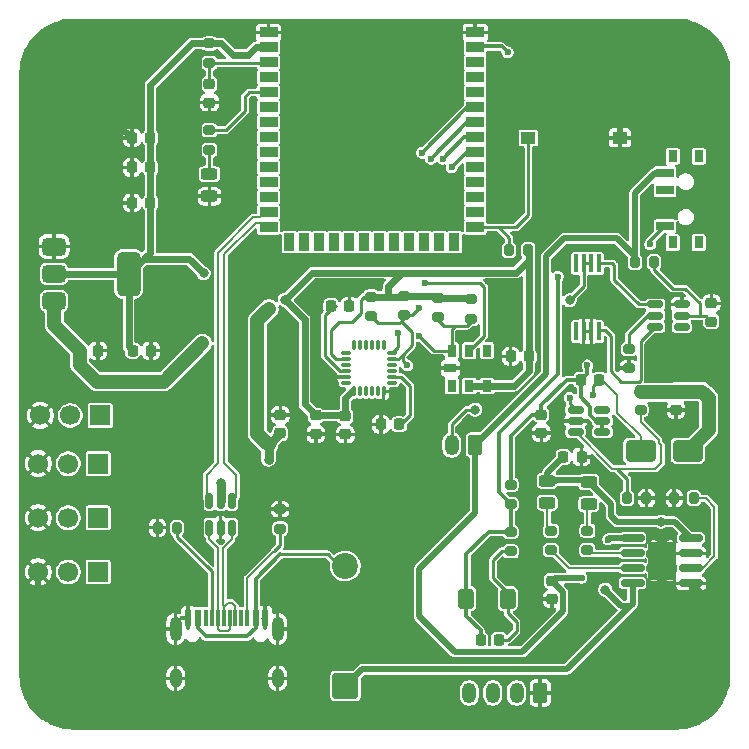
<source format=gtl>
G04 #@! TF.GenerationSoftware,KiCad,Pcbnew,9.0.4-9.0.4-0~ubuntu22.04.1*
G04 #@! TF.CreationDate,2025-12-08T20:55:33+05:30*
G04 #@! TF.ProjectId,ESP32_FC,45535033-325f-4464-932e-6b696361645f,rev?*
G04 #@! TF.SameCoordinates,Original*
G04 #@! TF.FileFunction,Copper,L1,Top*
G04 #@! TF.FilePolarity,Positive*
%FSLAX46Y46*%
G04 Gerber Fmt 4.6, Leading zero omitted, Abs format (unit mm)*
G04 Created by KiCad (PCBNEW 9.0.4-9.0.4-0~ubuntu22.04.1) date 2025-12-08 20:55:33*
%MOMM*%
%LPD*%
G01*
G04 APERTURE LIST*
G04 Aperture macros list*
%AMRoundRect*
0 Rectangle with rounded corners*
0 $1 Rounding radius*
0 $2 $3 $4 $5 $6 $7 $8 $9 X,Y pos of 4 corners*
0 Add a 4 corners polygon primitive as box body*
4,1,4,$2,$3,$4,$5,$6,$7,$8,$9,$2,$3,0*
0 Add four circle primitives for the rounded corners*
1,1,$1+$1,$2,$3*
1,1,$1+$1,$4,$5*
1,1,$1+$1,$6,$7*
1,1,$1+$1,$8,$9*
0 Add four rect primitives between the rounded corners*
20,1,$1+$1,$2,$3,$4,$5,0*
20,1,$1+$1,$4,$5,$6,$7,0*
20,1,$1+$1,$6,$7,$8,$9,0*
20,1,$1+$1,$8,$9,$2,$3,0*%
G04 Aperture macros list end*
G04 #@! TA.AperFunction,SMDPad,CuDef*
%ADD10RoundRect,0.200000X-0.275000X0.200000X-0.275000X-0.200000X0.275000X-0.200000X0.275000X0.200000X0*%
G04 #@! TD*
G04 #@! TA.AperFunction,SMDPad,CuDef*
%ADD11RoundRect,0.225000X0.250000X-0.225000X0.250000X0.225000X-0.250000X0.225000X-0.250000X-0.225000X0*%
G04 #@! TD*
G04 #@! TA.AperFunction,SMDPad,CuDef*
%ADD12RoundRect,0.225000X0.225000X0.250000X-0.225000X0.250000X-0.225000X-0.250000X0.225000X-0.250000X0*%
G04 #@! TD*
G04 #@! TA.AperFunction,ComponentPad*
%ADD13R,1.700000X1.700000*%
G04 #@! TD*
G04 #@! TA.AperFunction,ComponentPad*
%ADD14C,1.700000*%
G04 #@! TD*
G04 #@! TA.AperFunction,SMDPad,CuDef*
%ADD15RoundRect,0.225000X-0.225000X-0.250000X0.225000X-0.250000X0.225000X0.250000X-0.225000X0.250000X0*%
G04 #@! TD*
G04 #@! TA.AperFunction,SMDPad,CuDef*
%ADD16RoundRect,0.200000X-0.200000X-0.275000X0.200000X-0.275000X0.200000X0.275000X-0.200000X0.275000X0*%
G04 #@! TD*
G04 #@! TA.AperFunction,SMDPad,CuDef*
%ADD17RoundRect,0.225000X-0.250000X0.225000X-0.250000X-0.225000X0.250000X-0.225000X0.250000X0.225000X0*%
G04 #@! TD*
G04 #@! TA.AperFunction,ComponentPad*
%ADD18C,0.800000*%
G04 #@! TD*
G04 #@! TA.AperFunction,ComponentPad*
%ADD19C,6.400000*%
G04 #@! TD*
G04 #@! TA.AperFunction,SMDPad,CuDef*
%ADD20RoundRect,0.243750X0.456250X-0.243750X0.456250X0.243750X-0.456250X0.243750X-0.456250X-0.243750X0*%
G04 #@! TD*
G04 #@! TA.AperFunction,ComponentPad*
%ADD21RoundRect,0.250000X0.350000X0.625000X-0.350000X0.625000X-0.350000X-0.625000X0.350000X-0.625000X0*%
G04 #@! TD*
G04 #@! TA.AperFunction,ComponentPad*
%ADD22O,1.200000X1.750000*%
G04 #@! TD*
G04 #@! TA.AperFunction,SMDPad,CuDef*
%ADD23RoundRect,0.200000X0.275000X-0.200000X0.275000X0.200000X-0.275000X0.200000X-0.275000X-0.200000X0*%
G04 #@! TD*
G04 #@! TA.AperFunction,SMDPad,CuDef*
%ADD24R,0.600000X1.450000*%
G04 #@! TD*
G04 #@! TA.AperFunction,SMDPad,CuDef*
%ADD25R,0.300000X1.450000*%
G04 #@! TD*
G04 #@! TA.AperFunction,HeatsinkPad*
%ADD26O,1.000000X2.100000*%
G04 #@! TD*
G04 #@! TA.AperFunction,HeatsinkPad*
%ADD27O,1.000000X1.600000*%
G04 #@! TD*
G04 #@! TA.AperFunction,SMDPad,CuDef*
%ADD28RoundRect,0.250000X-0.400000X-0.600000X0.400000X-0.600000X0.400000X0.600000X-0.400000X0.600000X0*%
G04 #@! TD*
G04 #@! TA.AperFunction,SMDPad,CuDef*
%ADD29R,0.800000X1.000000*%
G04 #@! TD*
G04 #@! TA.AperFunction,SMDPad,CuDef*
%ADD30R,1.500000X0.700000*%
G04 #@! TD*
G04 #@! TA.AperFunction,SMDPad,CuDef*
%ADD31RoundRect,0.150000X-0.512500X-0.150000X0.512500X-0.150000X0.512500X0.150000X-0.512500X0.150000X0*%
G04 #@! TD*
G04 #@! TA.AperFunction,SMDPad,CuDef*
%ADD32RoundRect,0.150000X0.150000X-0.512500X0.150000X0.512500X-0.150000X0.512500X-0.150000X-0.512500X0*%
G04 #@! TD*
G04 #@! TA.AperFunction,ComponentPad*
%ADD33RoundRect,0.249999X0.850001X-0.850001X0.850001X0.850001X-0.850001X0.850001X-0.850001X-0.850001X0*%
G04 #@! TD*
G04 #@! TA.AperFunction,ComponentPad*
%ADD34C,2.200000*%
G04 #@! TD*
G04 #@! TA.AperFunction,SMDPad,CuDef*
%ADD35RoundRect,0.250000X1.000000X0.650000X-1.000000X0.650000X-1.000000X-0.650000X1.000000X-0.650000X0*%
G04 #@! TD*
G04 #@! TA.AperFunction,SMDPad,CuDef*
%ADD36RoundRect,0.200000X0.200000X0.275000X-0.200000X0.275000X-0.200000X-0.275000X0.200000X-0.275000X0*%
G04 #@! TD*
G04 #@! TA.AperFunction,SMDPad,CuDef*
%ADD37RoundRect,0.150000X0.825000X0.150000X-0.825000X0.150000X-0.825000X-0.150000X0.825000X-0.150000X0*%
G04 #@! TD*
G04 #@! TA.AperFunction,HeatsinkPad*
%ADD38C,0.500000*%
G04 #@! TD*
G04 #@! TA.AperFunction,HeatsinkPad*
%ADD39R,2.410000X3.300000*%
G04 #@! TD*
G04 #@! TA.AperFunction,SMDPad,CuDef*
%ADD40R,1.250000X1.000000*%
G04 #@! TD*
G04 #@! TA.AperFunction,SMDPad,CuDef*
%ADD41R,1.500000X0.900000*%
G04 #@! TD*
G04 #@! TA.AperFunction,SMDPad,CuDef*
%ADD42R,0.900000X1.500000*%
G04 #@! TD*
G04 #@! TA.AperFunction,HeatsinkPad*
%ADD43C,0.600000*%
G04 #@! TD*
G04 #@! TA.AperFunction,HeatsinkPad*
%ADD44R,3.900000X3.900000*%
G04 #@! TD*
G04 #@! TA.AperFunction,SMDPad,CuDef*
%ADD45RoundRect,0.375000X-0.625000X-0.375000X0.625000X-0.375000X0.625000X0.375000X-0.625000X0.375000X0*%
G04 #@! TD*
G04 #@! TA.AperFunction,SMDPad,CuDef*
%ADD46RoundRect,0.500000X-0.500000X-1.400000X0.500000X-1.400000X0.500000X1.400000X-0.500000X1.400000X0*%
G04 #@! TD*
G04 #@! TA.AperFunction,SMDPad,CuDef*
%ADD47RoundRect,0.050000X0.150000X-0.730000X0.150000X0.730000X-0.150000X0.730000X-0.150000X-0.730000X0*%
G04 #@! TD*
G04 #@! TA.AperFunction,SMDPad,CuDef*
%ADD48RoundRect,0.075000X-0.075000X0.350000X-0.075000X-0.350000X0.075000X-0.350000X0.075000X0.350000X0*%
G04 #@! TD*
G04 #@! TA.AperFunction,SMDPad,CuDef*
%ADD49RoundRect,0.075000X-0.350000X-0.075000X0.350000X-0.075000X0.350000X0.075000X-0.350000X0.075000X0*%
G04 #@! TD*
G04 #@! TA.AperFunction,SMDPad,CuDef*
%ADD50R,1.000000X0.800000*%
G04 #@! TD*
G04 #@! TA.AperFunction,ViaPad*
%ADD51C,0.600000*%
G04 #@! TD*
G04 #@! TA.AperFunction,ViaPad*
%ADD52C,0.800000*%
G04 #@! TD*
G04 #@! TA.AperFunction,Conductor*
%ADD53C,0.500000*%
G04 #@! TD*
G04 #@! TA.AperFunction,Conductor*
%ADD54C,0.250000*%
G04 #@! TD*
G04 #@! TA.AperFunction,Conductor*
%ADD55C,0.600000*%
G04 #@! TD*
G04 #@! TA.AperFunction,Conductor*
%ADD56C,0.200000*%
G04 #@! TD*
G04 #@! TA.AperFunction,Conductor*
%ADD57C,1.200000*%
G04 #@! TD*
G04 #@! TA.AperFunction,Conductor*
%ADD58C,0.800000*%
G04 #@! TD*
G04 #@! TA.AperFunction,Conductor*
%ADD59C,0.300000*%
G04 #@! TD*
G04 APERTURE END LIST*
D10*
X132490000Y-106925000D03*
X132490000Y-108575000D03*
D11*
X138010000Y-100600000D03*
X138010000Y-99050000D03*
D12*
X121500000Y-75490000D03*
X119950000Y-75490000D03*
D13*
X117080000Y-112250000D03*
D14*
X114540000Y-112250000D03*
X112000000Y-112250000D03*
D13*
X117080000Y-103070000D03*
D14*
X114540000Y-103070000D03*
X112000000Y-103070000D03*
D11*
X169000000Y-91050000D03*
X169000000Y-89500000D03*
D15*
X156450000Y-102500000D03*
X158000000Y-102500000D03*
D16*
X161850000Y-106000000D03*
X163500000Y-106000000D03*
D15*
X136800000Y-89750000D03*
X138350000Y-89750000D03*
D17*
X166000000Y-96975000D03*
X166000000Y-98525000D03*
D16*
X162500000Y-86000000D03*
X164150000Y-86000000D03*
D18*
X111902944Y-69697056D03*
X112605888Y-68000000D03*
X112605888Y-71394112D03*
X114302944Y-67297056D03*
D19*
X114302944Y-69697056D03*
D18*
X114302944Y-72097056D03*
X116000000Y-68000000D03*
X116000000Y-71394112D03*
X116702944Y-69697056D03*
D20*
X155100000Y-106400000D03*
X155100000Y-104525000D03*
D15*
X120000000Y-93500000D03*
X121550000Y-93500000D03*
D12*
X153550000Y-94000000D03*
X152000000Y-94000000D03*
D21*
X154500000Y-122500000D03*
D22*
X152500000Y-122500000D03*
X150500000Y-122500000D03*
X148500000Y-122500000D03*
D23*
X145850000Y-90675000D03*
X145850000Y-89025000D03*
D24*
X124700000Y-116155000D03*
X125500000Y-116155000D03*
D25*
X126700000Y-116155000D03*
X127700000Y-116155000D03*
X128200000Y-116155000D03*
X129200000Y-116155000D03*
D24*
X130400000Y-116155000D03*
X131200000Y-116155000D03*
X131200000Y-116155000D03*
X130400000Y-116155000D03*
D25*
X129700000Y-116155000D03*
X128700000Y-116155000D03*
X127200000Y-116155000D03*
X126200000Y-116155000D03*
D24*
X125500000Y-116155000D03*
X124700000Y-116155000D03*
D26*
X123630000Y-117070000D03*
D27*
X123630000Y-121250000D03*
D26*
X132270000Y-117070000D03*
D27*
X132270000Y-121250000D03*
D28*
X148250000Y-114500000D03*
X151750000Y-114500000D03*
D21*
X149000000Y-101500000D03*
D22*
X147000000Y-101500000D03*
D11*
X155500000Y-114550000D03*
X155500000Y-113000000D03*
D29*
X165720000Y-84350000D03*
X167930000Y-84350000D03*
X165720000Y-77050000D03*
X167930000Y-77050000D03*
D30*
X165070000Y-82950000D03*
X165070000Y-79950000D03*
X165070000Y-78450000D03*
D17*
X135500000Y-99000000D03*
X135500000Y-100550000D03*
D12*
X142550000Y-99750000D03*
X141000000Y-99750000D03*
D10*
X158500000Y-108750000D03*
X158500000Y-110400000D03*
D15*
X149450000Y-118000000D03*
X151000000Y-118000000D03*
D18*
X112200000Y-121000000D03*
X112902944Y-119302944D03*
X112902944Y-122697056D03*
X114600000Y-118600000D03*
D19*
X114600000Y-121000000D03*
D18*
X114600000Y-123400000D03*
X116297056Y-119302944D03*
X116297056Y-122697056D03*
X117000000Y-121000000D03*
D31*
X157500000Y-98500000D03*
X157500000Y-99450000D03*
X157500000Y-100400000D03*
X159775000Y-100400000D03*
X159775000Y-99450000D03*
X159775000Y-98500000D03*
D10*
X126500000Y-74850000D03*
X126500000Y-76500000D03*
D15*
X157950000Y-96000000D03*
X159500000Y-96000000D03*
D18*
X163200000Y-121000000D03*
X163902944Y-119302944D03*
X163902944Y-122697056D03*
X165600000Y-118600000D03*
D19*
X165600000Y-121000000D03*
D18*
X165600000Y-123400000D03*
X167297056Y-119302944D03*
X167297056Y-122697056D03*
X168000000Y-121000000D03*
D23*
X126500000Y-69150000D03*
X126500000Y-67500000D03*
D10*
X152000000Y-104850000D03*
X152000000Y-106500000D03*
X162000000Y-93350000D03*
X162000000Y-95000000D03*
D18*
X163297056Y-69302944D03*
X164000000Y-67605888D03*
X164000000Y-71000000D03*
X165697056Y-66902944D03*
D19*
X165697056Y-69302944D03*
D18*
X165697056Y-71702944D03*
X167394112Y-67605888D03*
X167394112Y-71000000D03*
X168097056Y-69302944D03*
D32*
X126500000Y-108500000D03*
X127450000Y-108500000D03*
X128400000Y-108500000D03*
X128400000Y-106225000D03*
X127450000Y-106225000D03*
X126500000Y-106225000D03*
D33*
X138000000Y-121910000D03*
D34*
X138000000Y-111750000D03*
D35*
X167000000Y-102000000D03*
X163000000Y-102000000D03*
D36*
X167500000Y-106000000D03*
X165850000Y-106000000D03*
D13*
X117080000Y-107660000D03*
D14*
X114540000Y-107660000D03*
X112000000Y-107660000D03*
D17*
X154600000Y-98925000D03*
X154600000Y-100475000D03*
D37*
X167275000Y-113205000D03*
X167275000Y-111935000D03*
X167275000Y-110665000D03*
X167275000Y-109395000D03*
X162325000Y-109395000D03*
X162325000Y-110665000D03*
X162325000Y-111935000D03*
X162325000Y-113205000D03*
D38*
X165500000Y-112500000D03*
X165500000Y-111300000D03*
X165500000Y-110100000D03*
D39*
X164800000Y-111300000D03*
D38*
X164100000Y-112500000D03*
X164100000Y-111300000D03*
X164100000Y-110100000D03*
D10*
X155400000Y-108750000D03*
X155400000Y-110400000D03*
D12*
X121500000Y-81000000D03*
X119950000Y-81000000D03*
D13*
X117250000Y-99000000D03*
D14*
X114710000Y-99000000D03*
X112170000Y-99000000D03*
D23*
X163000000Y-98500000D03*
X163000000Y-96850000D03*
X148650000Y-90825000D03*
X148650000Y-89175000D03*
D20*
X158600000Y-106500000D03*
X158600000Y-104625000D03*
D31*
X164225000Y-89600000D03*
X164225000Y-90550000D03*
X164225000Y-91500000D03*
X166500000Y-91500000D03*
X166500000Y-90550000D03*
X166500000Y-89600000D03*
D23*
X143000000Y-90500000D03*
X143000000Y-88850000D03*
D40*
X153500000Y-75500000D03*
X161250000Y-75500000D03*
D41*
X131500000Y-66570000D03*
X131500000Y-67840000D03*
X131500000Y-69110000D03*
X131500000Y-70380000D03*
X131500000Y-71650000D03*
X131500000Y-72920000D03*
X131500000Y-74190000D03*
X131500000Y-75460000D03*
X131500000Y-76730000D03*
X131500000Y-78000000D03*
X131500000Y-79270000D03*
X131500000Y-80540000D03*
X131500000Y-81810000D03*
X131500000Y-83080000D03*
D42*
X133265000Y-84330000D03*
X134535000Y-84330000D03*
X135805000Y-84330000D03*
X137075000Y-84330000D03*
X138345000Y-84330000D03*
X139615000Y-84330000D03*
X140885000Y-84330000D03*
X142155000Y-84330000D03*
X143425000Y-84330000D03*
X144695000Y-84330000D03*
X145965000Y-84330000D03*
X147235000Y-84330000D03*
D41*
X149000000Y-83080000D03*
X149000000Y-81810000D03*
X149000000Y-80540000D03*
X149000000Y-79270000D03*
X149000000Y-78000000D03*
X149000000Y-76730000D03*
X149000000Y-75460000D03*
X149000000Y-74190000D03*
X149000000Y-72920000D03*
X149000000Y-71650000D03*
X149000000Y-70380000D03*
X149000000Y-69110000D03*
X149000000Y-67840000D03*
X149000000Y-66570000D03*
D43*
X137350000Y-73590000D03*
X137350000Y-74990000D03*
X138050000Y-72890000D03*
X138050000Y-74290000D03*
X138050000Y-75690000D03*
X138750000Y-73590000D03*
D44*
X138750000Y-74290000D03*
D43*
X138750000Y-74990000D03*
X139450000Y-72890000D03*
X139450000Y-74290000D03*
X139450000Y-75690000D03*
X140150000Y-73590000D03*
X140150000Y-74990000D03*
D16*
X151850000Y-85000000D03*
X153500000Y-85000000D03*
D45*
X113350000Y-84700000D03*
X113350000Y-87000000D03*
D46*
X119650000Y-87000000D03*
D45*
X113350000Y-89300000D03*
D47*
X157525000Y-91880000D03*
X158175000Y-91880000D03*
X158825000Y-91880000D03*
X159475000Y-91880000D03*
X159475000Y-86120000D03*
X158825000Y-86120000D03*
X158175000Y-86120000D03*
X157525000Y-86120000D03*
D15*
X115500000Y-93500000D03*
X117050000Y-93500000D03*
D48*
X141250000Y-93050000D03*
X140750000Y-93050000D03*
X140250000Y-93050000D03*
X139750000Y-93050000D03*
X139250000Y-93050000D03*
X138750000Y-93050000D03*
D49*
X138050000Y-93750000D03*
X138050000Y-94250000D03*
X138050000Y-94750000D03*
X138050000Y-95250000D03*
X138050000Y-95750000D03*
X138050000Y-96250000D03*
D48*
X138750000Y-96950000D03*
X139250000Y-96950000D03*
X139750000Y-96950000D03*
X140250000Y-96950000D03*
X140750000Y-96950000D03*
X141250000Y-96950000D03*
D49*
X141950000Y-96250000D03*
X141950000Y-95750000D03*
X141950000Y-95250000D03*
X141950000Y-94750000D03*
X141950000Y-94250000D03*
X141950000Y-93750000D03*
D20*
X126500000Y-80437500D03*
X126500000Y-78562500D03*
D29*
X147000000Y-96500000D03*
X148500000Y-96500000D03*
X150000000Y-96500000D03*
X150000000Y-93500000D03*
X148500000Y-93500000D03*
X147000000Y-93500000D03*
D50*
X146900000Y-95000000D03*
D23*
X140200000Y-90575000D03*
X140200000Y-88925000D03*
D10*
X152000000Y-108850000D03*
X152000000Y-110500000D03*
D16*
X122100000Y-108500000D03*
X123750000Y-108500000D03*
D11*
X132500000Y-100500000D03*
X132500000Y-98950000D03*
D12*
X121500000Y-78000000D03*
X119950000Y-78000000D03*
D17*
X126500000Y-70950000D03*
X126500000Y-72500000D03*
D51*
X160250000Y-109500000D03*
X158000000Y-112750000D03*
D52*
X149000000Y-98500000D03*
X157000000Y-89250000D03*
X126000000Y-86950000D03*
X132900000Y-89200000D03*
D51*
X137000000Y-95750000D03*
D52*
X164750000Y-108000000D03*
X160000000Y-113750000D03*
X168750000Y-99650000D03*
X125900000Y-92900000D03*
X125900000Y-92900000D03*
X131550000Y-89950000D03*
X127500000Y-104750000D03*
X131500000Y-102750000D03*
D51*
X151750000Y-68250000D03*
X156000000Y-87250000D03*
X163800000Y-84500000D03*
X158500000Y-94750000D03*
X157000000Y-97500000D03*
X159000000Y-97250000D03*
X147000000Y-78000000D03*
X145250000Y-77250000D03*
X146250000Y-77250000D03*
X144500000Y-76750000D03*
X143250000Y-94750000D03*
X144250000Y-89900000D03*
X144750000Y-87750000D03*
X142500000Y-92000000D03*
X144250000Y-92250000D03*
D53*
X161350001Y-109395000D02*
X162325000Y-109395000D01*
X156426000Y-113926000D02*
X155500000Y-113000000D01*
X164250000Y-78450000D02*
X165070000Y-78450000D01*
X149000000Y-101500000D02*
X149000000Y-107250000D01*
X161000000Y-84000000D02*
X162500000Y-85500000D01*
X162500000Y-80200000D02*
X164250000Y-78450000D01*
X149000000Y-107250000D02*
X144250000Y-112000000D01*
X155000000Y-95500000D02*
X155000000Y-85500000D01*
X153000000Y-119000000D02*
X156426000Y-115574000D01*
X144250000Y-112000000D02*
X144250000Y-116000000D01*
X155000000Y-85500000D02*
X156500000Y-84000000D01*
X144250000Y-116000000D02*
X147250000Y-119000000D01*
X155750000Y-112750000D02*
X155500000Y-113000000D01*
X156500000Y-84000000D02*
X161000000Y-84000000D01*
X162500000Y-85500000D02*
X162500000Y-86000000D01*
X162500000Y-86000000D02*
X162500000Y-80200000D01*
X162325000Y-109395000D02*
X160355000Y-109395000D01*
X147250000Y-119000000D02*
X153000000Y-119000000D01*
X156426000Y-115574000D02*
X156426000Y-113926000D01*
X158000000Y-112750000D02*
X155750000Y-112750000D01*
X160355000Y-109395000D02*
X160250000Y-109500000D01*
X149000000Y-101500000D02*
X155000000Y-95500000D01*
D54*
X147000000Y-99750000D02*
X147000000Y-101500000D01*
X158175000Y-86120000D02*
X158175000Y-88075000D01*
X149000000Y-98500000D02*
X148250000Y-98500000D01*
X158175000Y-88075000D02*
X157000000Y-89250000D01*
X158175000Y-86120000D02*
X158825000Y-86120000D01*
X148250000Y-98500000D02*
X147000000Y-99750000D01*
D55*
X135500000Y-99000000D02*
X134550000Y-98050000D01*
D54*
X139300000Y-89200000D02*
X139575000Y-88925000D01*
D55*
X153500000Y-93950000D02*
X153550000Y-94000000D01*
X119650000Y-93150000D02*
X120000000Y-93500000D01*
X141650000Y-88925000D02*
X141650000Y-88050000D01*
D54*
X137450000Y-91050000D02*
X138550000Y-91050000D01*
D55*
X119650000Y-87000000D02*
X120925000Y-85725000D01*
X135200000Y-86900000D02*
X132900000Y-89200000D01*
X153550000Y-85800000D02*
X153550000Y-85050000D01*
X148500000Y-96500000D02*
X150000000Y-96500000D01*
X127500000Y-67500000D02*
X128500000Y-68500000D01*
X121500000Y-78000000D02*
X121500000Y-75490000D01*
X128500000Y-68500000D02*
X129750000Y-68500000D01*
X141650000Y-88050000D02*
X142800000Y-86900000D01*
X121150000Y-85500000D02*
X121250000Y-85500000D01*
X143000000Y-88850000D02*
X145675000Y-88850000D01*
X148500000Y-89025000D02*
X148650000Y-89175000D01*
X152250000Y-96500000D02*
X153550000Y-95200000D01*
X119650000Y-87000000D02*
X119650000Y-93150000D01*
X121500000Y-71000000D02*
X125000000Y-67500000D01*
X153550000Y-94000000D02*
X153550000Y-85800000D01*
X126500000Y-67500000D02*
X127500000Y-67500000D01*
X134550000Y-98050000D02*
X134550000Y-90850000D01*
D54*
X139575000Y-88925000D02*
X140200000Y-88925000D01*
D55*
X121250000Y-85500000D02*
X121500000Y-85250000D01*
X143700000Y-86900000D02*
X135200000Y-86900000D01*
X134550000Y-90850000D02*
X132900000Y-89200000D01*
X120925000Y-85725000D02*
X121150000Y-85500000D01*
X121500000Y-75490000D02*
X121500000Y-71000000D01*
X129750000Y-68500000D02*
X130410000Y-67840000D01*
D54*
X139300000Y-90300000D02*
X139300000Y-89200000D01*
D55*
X150000000Y-96500000D02*
X152250000Y-96500000D01*
X121500000Y-81000000D02*
X121500000Y-78000000D01*
D54*
X136750000Y-93806368D02*
X136750000Y-91750000D01*
D55*
X143700000Y-86900000D02*
X152450000Y-86900000D01*
X113350000Y-87000000D02*
X119650000Y-87000000D01*
X153550000Y-95200000D02*
X153550000Y-94000000D01*
X121500000Y-85250000D02*
X121500000Y-81000000D01*
X141650000Y-88925000D02*
X142925000Y-88925000D01*
X138010000Y-99050000D02*
X138010000Y-97539000D01*
D54*
X137193632Y-94250000D02*
X136750000Y-93806368D01*
X138550000Y-91050000D02*
X139300000Y-90300000D01*
D55*
X124775000Y-85725000D02*
X126000000Y-86950000D01*
X142925000Y-88925000D02*
X143000000Y-88850000D01*
X145675000Y-88850000D02*
X145850000Y-89025000D01*
X138010000Y-97539000D02*
X138599000Y-96950000D01*
X135500000Y-99000000D02*
X137960000Y-99000000D01*
X137960000Y-99000000D02*
X138010000Y-99050000D01*
X125000000Y-67500000D02*
X126500000Y-67500000D01*
X153550000Y-85050000D02*
X153500000Y-85000000D01*
X120925000Y-85725000D02*
X124775000Y-85725000D01*
D54*
X136750000Y-91750000D02*
X137450000Y-91050000D01*
D55*
X142800000Y-86900000D02*
X143700000Y-86900000D01*
X140450000Y-88925000D02*
X141650000Y-88925000D01*
X130410000Y-67840000D02*
X131500000Y-67840000D01*
X145850000Y-89025000D02*
X148500000Y-89025000D01*
X152450000Y-86900000D02*
X153550000Y-85800000D01*
D54*
X138050000Y-94250000D02*
X137193632Y-94250000D01*
D53*
X168750000Y-114680000D02*
X168750000Y-117850000D01*
X112902944Y-119302944D02*
X112000000Y-118400000D01*
X114302944Y-71802944D02*
X117500000Y-75000000D01*
X112000000Y-118400000D02*
X112000000Y-112250000D01*
X165697056Y-69302944D02*
X161250000Y-73750000D01*
X117500000Y-75000000D02*
X119460000Y-75000000D01*
X167275000Y-113205000D02*
X168750000Y-114680000D01*
X114302944Y-69697056D02*
X114302944Y-71802944D01*
X161250000Y-73750000D02*
X161250000Y-75500000D01*
X119460000Y-75000000D02*
X119950000Y-75490000D01*
X168750000Y-117850000D02*
X165600000Y-121000000D01*
D56*
X138050000Y-95750000D02*
X137000000Y-95750000D01*
D54*
X138050000Y-95250000D02*
X137555822Y-95250000D01*
X137000000Y-89750000D02*
X137250000Y-89750000D01*
X136250000Y-93944178D02*
X136250000Y-90500000D01*
X137555822Y-95250000D02*
X136250000Y-93944178D01*
X136250000Y-90500000D02*
X137000000Y-89750000D01*
X143500000Y-96500000D02*
X142750000Y-95750000D01*
X143500000Y-99000000D02*
X143500000Y-96500000D01*
X142750000Y-95750000D02*
X141950000Y-95750000D01*
X142550000Y-99750000D02*
X142750000Y-99750000D01*
X142750000Y-99750000D02*
X143500000Y-99000000D01*
X131460000Y-69150000D02*
X131500000Y-69110000D01*
X126500000Y-69150000D02*
X131460000Y-69150000D01*
X126500000Y-70950000D02*
X126500000Y-69150000D01*
D53*
X155900000Y-104500000D02*
X155875000Y-104525000D01*
X156750000Y-120500000D02*
X139410000Y-120500000D01*
X161375000Y-115125000D02*
X162125000Y-115125000D01*
X155900000Y-104500000D02*
X155100000Y-104500000D01*
X160500000Y-106500000D02*
X158500000Y-104500000D01*
X158600000Y-104625000D02*
X158425000Y-104625000D01*
X158425000Y-104625000D02*
X158300000Y-104500000D01*
X155875000Y-104525000D02*
X155100000Y-104525000D01*
X160000000Y-113750000D02*
X161375000Y-115125000D01*
X162325000Y-113205000D02*
X162325000Y-114925000D01*
X161000000Y-108000000D02*
X160500000Y-107500000D01*
X165880000Y-108000000D02*
X164750000Y-108000000D01*
X164750000Y-108000000D02*
X161000000Y-108000000D01*
X162325000Y-114925000D02*
X162125000Y-115125000D01*
X160500000Y-107500000D02*
X160500000Y-106500000D01*
X139410000Y-120500000D02*
X138000000Y-121910000D01*
X155100000Y-103850000D02*
X156450000Y-102500000D01*
X162125000Y-115125000D02*
X156750000Y-120500000D01*
X158300000Y-104500000D02*
X158500000Y-104500000D01*
X155900000Y-104500000D02*
X158300000Y-104500000D01*
X155100000Y-104500000D02*
X155100000Y-103850000D01*
X167275000Y-109395000D02*
X165880000Y-108000000D01*
D57*
X167000000Y-102000000D02*
X168750000Y-100250000D01*
X115500000Y-93500000D02*
X115500000Y-94700000D01*
X130550000Y-100550000D02*
X131500000Y-101500000D01*
D58*
X127450000Y-106225000D02*
X127450000Y-104800000D01*
X127450000Y-104800000D02*
X127500000Y-104750000D01*
D57*
X166000000Y-96975000D02*
X165925000Y-97050000D01*
D58*
X131500000Y-101500000D02*
X132500000Y-100500000D01*
D57*
X113350000Y-89300000D02*
X113350000Y-91350000D01*
D58*
X131500000Y-102750000D02*
X131500000Y-101500000D01*
D57*
X130550000Y-90950000D02*
X130550000Y-100550000D01*
X131550000Y-89950000D02*
X130550000Y-90950000D01*
X115500000Y-94700000D02*
X116950000Y-96150000D01*
X116950000Y-96150000D02*
X122650000Y-96150000D01*
X168750000Y-100250000D02*
X168750000Y-99650000D01*
X168225000Y-96975000D02*
X166000000Y-96975000D01*
X113350000Y-91350000D02*
X115500000Y-93500000D01*
X168750000Y-97500000D02*
X168225000Y-96975000D01*
X165925000Y-97050000D02*
X163000000Y-97050000D01*
X168750000Y-99650000D02*
X168750000Y-97500000D01*
X122650000Y-96150000D02*
X125900000Y-92900000D01*
D59*
X148250000Y-110750000D02*
X148250000Y-114500000D01*
X149450000Y-117200000D02*
X148250000Y-116000000D01*
X156000000Y-87250000D02*
X156000000Y-95500000D01*
X152000000Y-106500000D02*
X151000000Y-105500000D01*
X152000000Y-108850000D02*
X150150000Y-108850000D01*
X149090000Y-67750000D02*
X149000000Y-67840000D01*
X151750000Y-68250000D02*
X151250000Y-67750000D01*
X151250000Y-67750000D02*
X149090000Y-67750000D01*
X149450000Y-118000000D02*
X149450000Y-117200000D01*
X150150000Y-108850000D02*
X148250000Y-110750000D01*
X148250000Y-116000000D02*
X148250000Y-114500000D01*
X152000000Y-106500000D02*
X152000000Y-108850000D01*
X151000000Y-105500000D02*
X151000000Y-100750000D01*
X151000000Y-100750000D02*
X151000000Y-100500000D01*
X151000000Y-100500000D02*
X156000000Y-95500000D01*
D54*
X151750000Y-114500000D02*
X151750000Y-114000000D01*
X151750000Y-118000000D02*
X151000000Y-118000000D01*
X152500000Y-117250000D02*
X151750000Y-118000000D01*
X150500000Y-112750000D02*
X150500000Y-111250000D01*
X152500000Y-116500000D02*
X152500000Y-117250000D01*
X151750000Y-115750000D02*
X152500000Y-116500000D01*
X151750000Y-114000000D02*
X150500000Y-112750000D01*
X151250000Y-110500000D02*
X152000000Y-110500000D01*
X151750000Y-114500000D02*
X151750000Y-115750000D01*
X150500000Y-111250000D02*
X151250000Y-110500000D01*
X165750000Y-88250000D02*
X166750000Y-88250000D01*
X166750000Y-88250000D02*
X168000000Y-89500000D01*
X168000000Y-89500000D02*
X168000000Y-90550000D01*
X168000000Y-90550000D02*
X168500000Y-90550000D01*
X164150000Y-86650000D02*
X165750000Y-88250000D01*
X166500000Y-90550000D02*
X168000000Y-90550000D01*
X164150000Y-86000000D02*
X164150000Y-86650000D01*
X168500000Y-90550000D02*
X169000000Y-91050000D01*
D59*
X153825000Y-98925000D02*
X152000000Y-100750000D01*
X157950000Y-97450000D02*
X158750000Y-98250000D01*
X158500000Y-95450000D02*
X157950000Y-96000000D01*
X157950000Y-96000000D02*
X157950000Y-97450000D01*
X163800000Y-84220000D02*
X165070000Y-82950000D01*
X154600000Y-98150000D02*
X154600000Y-98925000D01*
X158750000Y-99000000D02*
X159200000Y-99450000D01*
X159775000Y-99450000D02*
X159775000Y-100400000D01*
X159200000Y-99450000D02*
X159775000Y-99450000D01*
X158750000Y-98250000D02*
X158750000Y-99000000D01*
X158500000Y-94750000D02*
X158500000Y-95450000D01*
X154600000Y-98925000D02*
X153825000Y-98925000D01*
X156750000Y-96000000D02*
X154600000Y-98150000D01*
X157950000Y-96000000D02*
X156750000Y-96000000D01*
X152000000Y-100750000D02*
X152000000Y-104850000D01*
X163800000Y-84500000D02*
X163800000Y-84220000D01*
D56*
X155400000Y-108750000D02*
X155100000Y-108450000D01*
X155100000Y-108450000D02*
X155100000Y-106735000D01*
X155100000Y-106735000D02*
X155460000Y-106375000D01*
X158500000Y-108750000D02*
X158500000Y-106375000D01*
D59*
X126186719Y-117700000D02*
X129400000Y-117700000D01*
X130400000Y-117013281D02*
X129713281Y-117700000D01*
D54*
X137500000Y-111750000D02*
X138000000Y-111750000D01*
D59*
X130400000Y-116155000D02*
X130400000Y-117013281D01*
D54*
X132500000Y-110750000D02*
X136500000Y-110750000D01*
D59*
X125500000Y-117013281D02*
X126186719Y-117700000D01*
X125500000Y-116155000D02*
X125500000Y-117013281D01*
X130400000Y-116155000D02*
X130400000Y-112850000D01*
D54*
X136500000Y-110750000D02*
X137500000Y-111750000D01*
D59*
X129713281Y-117700000D02*
X129400000Y-117700000D01*
X130400000Y-112850000D02*
X132500000Y-110750000D01*
D54*
X157500000Y-98500000D02*
X157000000Y-98000000D01*
X159000000Y-96500000D02*
X159500000Y-96000000D01*
X159000000Y-97250000D02*
X159000000Y-96500000D01*
D56*
X163000000Y-100750000D02*
X161000000Y-98750000D01*
X161000000Y-97250000D02*
X159750000Y-96000000D01*
X163000000Y-102000000D02*
X163000000Y-100750000D01*
X161000000Y-98750000D02*
X161000000Y-97250000D01*
D54*
X157000000Y-98000000D02*
X157000000Y-97500000D01*
D56*
X159750000Y-96000000D02*
X159500000Y-96000000D01*
D54*
X126500000Y-76500000D02*
X126500000Y-78562500D01*
D56*
X128700000Y-115150000D02*
X128400000Y-114850000D01*
X128400000Y-109493751D02*
X127675000Y-110218751D01*
X128100000Y-114850000D02*
X127700000Y-115250000D01*
X127700000Y-115250000D02*
X127700000Y-115067499D01*
X127675000Y-110218751D02*
X127675000Y-114908512D01*
X127700000Y-115067499D02*
X127675000Y-115042499D01*
X128400000Y-108500000D02*
X128400000Y-109493751D01*
X127675000Y-115042499D02*
X127675000Y-114928896D01*
X128400000Y-114850000D02*
X128100000Y-114850000D01*
X128700000Y-116155000D02*
X128700000Y-115150000D01*
X127700000Y-116155000D02*
X127700000Y-115250000D01*
X126500000Y-109493751D02*
X127225000Y-110218751D01*
X128200000Y-116155000D02*
X128200000Y-117100000D01*
X127200000Y-117050000D02*
X127200000Y-116155000D01*
X127400000Y-117250000D02*
X127200000Y-117050000D01*
X128050000Y-117250000D02*
X127400000Y-117250000D01*
X127225000Y-110218751D02*
X127225000Y-114908512D01*
X127200000Y-116155000D02*
X127200000Y-115067499D01*
X128200000Y-117100000D02*
X128050000Y-117250000D01*
X127225000Y-115042499D02*
X127225000Y-114928896D01*
X126500000Y-108500000D02*
X126500000Y-109493751D01*
X127200000Y-115067499D02*
X127225000Y-115042499D01*
D54*
X123750000Y-108500000D02*
X123750000Y-109250000D01*
X123750000Y-109250000D02*
X126525000Y-112025000D01*
X126700000Y-112200000D02*
X126525000Y-112025000D01*
X126700000Y-116155000D02*
X126700000Y-112200000D01*
D56*
X129700000Y-112800000D02*
X132000000Y-110500000D01*
D54*
X132490000Y-109990000D02*
X132490000Y-108575000D01*
X132000000Y-110500000D02*
X132500000Y-110000000D01*
D56*
X129700000Y-116155000D02*
X129700000Y-112800000D01*
D54*
X132500000Y-110000000D02*
X132490000Y-109990000D01*
D59*
X147000000Y-78000000D02*
X148270000Y-76730000D01*
X148270000Y-76730000D02*
X149000000Y-76730000D01*
X148310000Y-74190000D02*
X149000000Y-74190000D01*
X145250000Y-77250000D02*
X148310000Y-74190000D01*
X148040000Y-75460000D02*
X146250000Y-77250000D01*
X149000000Y-75460000D02*
X148040000Y-75460000D01*
X148330000Y-72920000D02*
X144500000Y-76750000D01*
X149000000Y-72920000D02*
X148330000Y-72920000D01*
D54*
X151850000Y-85000000D02*
X151850000Y-83930000D01*
X153500000Y-75500000D02*
X153500000Y-82000000D01*
X152420000Y-83080000D02*
X151000000Y-83080000D01*
X151850000Y-83930000D02*
X151000000Y-83080000D01*
X153500000Y-82000000D02*
X152420000Y-83080000D01*
X151000000Y-83080000D02*
X149000000Y-83080000D01*
X142725000Y-91025000D02*
X142600000Y-91150000D01*
X149400000Y-87750000D02*
X144750000Y-87750000D01*
X142600000Y-91150000D02*
X140775000Y-91150000D01*
X143624000Y-91924000D02*
X142725000Y-91025000D01*
X140775000Y-91150000D02*
X140200000Y-90575000D01*
X143250000Y-94750000D02*
X142847089Y-94347089D01*
X142444178Y-94250000D02*
X142847089Y-93847089D01*
X148500000Y-93500000D02*
X149750000Y-92250000D01*
X143624000Y-93070178D02*
X143624000Y-91924000D01*
X143000000Y-90750000D02*
X143000000Y-90500000D01*
X143000000Y-90500000D02*
X143650000Y-90500000D01*
X141950000Y-94250000D02*
X142444178Y-94250000D01*
X142847089Y-94347089D02*
X142847089Y-93847089D01*
X149750000Y-88100000D02*
X149400000Y-87750000D01*
X149750000Y-92250000D02*
X149750000Y-88100000D01*
X142847089Y-93847089D02*
X143624000Y-93070178D01*
X142725000Y-91025000D02*
X143000000Y-90750000D01*
X143650000Y-90500000D02*
X144250000Y-89900000D01*
X147250000Y-91400000D02*
X146350000Y-91400000D01*
X147000000Y-93500000D02*
X147000000Y-91650000D01*
X142500000Y-93200000D02*
X142500000Y-92000000D01*
X141950000Y-93750000D02*
X142500000Y-93200000D01*
X147000000Y-91650000D02*
X147250000Y-91400000D01*
X145850000Y-90900000D02*
X145850000Y-90675000D01*
X144250000Y-92250000D02*
X145500000Y-93500000D01*
X148300000Y-91400000D02*
X147250000Y-91400000D01*
X148650000Y-91050000D02*
X148300000Y-91400000D01*
X148650000Y-90825000D02*
X148650000Y-91050000D01*
X146350000Y-91400000D02*
X145850000Y-90900000D01*
X145500000Y-93500000D02*
X147000000Y-93500000D01*
D56*
X156935000Y-111935000D02*
X155400000Y-110400000D01*
X162325000Y-111935000D02*
X156935000Y-111935000D01*
X158765000Y-110665000D02*
X158500000Y-110400000D01*
X162325000Y-110665000D02*
X158765000Y-110665000D01*
X169250000Y-110934999D02*
X169250000Y-106750000D01*
X169250000Y-106750000D02*
X168500000Y-106000000D01*
X168500000Y-106000000D02*
X167500000Y-106000000D01*
X168249999Y-111935000D02*
X169250000Y-110934999D01*
X167275000Y-111935000D02*
X168249999Y-111935000D01*
D54*
X162000000Y-92112501D02*
X162000000Y-93350000D01*
X163562501Y-90550000D02*
X162000000Y-92112501D01*
X164225000Y-90550000D02*
X163562501Y-90550000D01*
D56*
X161000000Y-103500000D02*
X164250000Y-103500000D01*
D54*
X161850000Y-104350000D02*
X161000000Y-103500000D01*
D56*
X164750000Y-101500000D02*
X164551000Y-101301000D01*
X164750000Y-103000000D02*
X164750000Y-101500000D01*
X164551000Y-101114840D02*
X163000000Y-99563840D01*
X163000000Y-99563840D02*
X163000000Y-98500000D01*
X164250000Y-103500000D02*
X164750000Y-103000000D01*
X157500000Y-100400000D02*
X160600000Y-103500000D01*
X160600000Y-103500000D02*
X161000000Y-103500000D01*
D54*
X161850000Y-106000000D02*
X161850000Y-104350000D01*
D56*
X164551000Y-101301000D02*
X164551000Y-101114840D01*
D54*
X129500000Y-73250000D02*
X129500000Y-72000000D01*
X126500000Y-74850000D02*
X127900000Y-74850000D01*
X129850000Y-71650000D02*
X131500000Y-71650000D01*
X127900000Y-74850000D02*
X129500000Y-73250000D01*
X129500000Y-72000000D02*
X129850000Y-71650000D01*
D56*
X127225000Y-85206802D02*
X130211802Y-82220000D01*
X130211802Y-82220000D02*
X130790000Y-82220000D01*
X126500000Y-106225000D02*
X126250000Y-105975000D01*
X130790000Y-82220000D02*
X131200000Y-81810000D01*
X127225000Y-103025000D02*
X127225000Y-85206802D01*
X131200000Y-81810000D02*
X131500000Y-81810000D01*
X126250000Y-104000000D02*
X127225000Y-103025000D01*
X126250000Y-105975000D02*
X126250000Y-104000000D01*
X130790000Y-82670000D02*
X131200000Y-83080000D01*
X128400000Y-106225000D02*
X128750000Y-105875000D01*
X127750000Y-85318198D02*
X130398198Y-82670000D01*
X131200000Y-83080000D02*
X131500000Y-83080000D01*
X128750000Y-105875000D02*
X128750000Y-104000000D01*
X128750000Y-104000000D02*
X127750000Y-103000000D01*
X127750000Y-103000000D02*
X127750000Y-85318198D01*
X130398198Y-82670000D02*
X130790000Y-82670000D01*
D54*
X160620000Y-86120000D02*
X159475000Y-86120000D01*
X162850000Y-89600000D02*
X160750000Y-87500000D01*
X164225000Y-89600000D02*
X162850000Y-89600000D01*
X160750000Y-86250000D02*
X160620000Y-86120000D01*
X160750000Y-87500000D02*
X160750000Y-86250000D01*
X160000000Y-91750000D02*
X159605000Y-91750000D01*
X161374000Y-96124000D02*
X160500000Y-95250000D01*
X164225000Y-91500000D02*
X163000000Y-92725000D01*
X159605000Y-91750000D02*
X159475000Y-91880000D01*
X163000000Y-96000000D02*
X162876000Y-96124000D01*
X162876000Y-96124000D02*
X161374000Y-96124000D01*
X160500000Y-92250000D02*
X160000000Y-91750000D01*
X163000000Y-92725000D02*
X163000000Y-96000000D01*
X160500000Y-95250000D02*
X160500000Y-92250000D01*
G04 #@! TA.AperFunction,Conductor*
G36*
X160367539Y-86465185D02*
G01*
X160413294Y-86517989D01*
X160424500Y-86569500D01*
X160424500Y-87457147D01*
X160424500Y-87542853D01*
X160432575Y-87572989D01*
X160446682Y-87625640D01*
X160460458Y-87649500D01*
X160489535Y-87699862D01*
X162589534Y-89799861D01*
X162589535Y-89799862D01*
X162650138Y-89860465D01*
X162650140Y-89860466D01*
X162650144Y-89860469D01*
X162717749Y-89899500D01*
X162724362Y-89903318D01*
X162807147Y-89925500D01*
X163340956Y-89925500D01*
X163370396Y-89934144D01*
X163400383Y-89940668D01*
X163405398Y-89944422D01*
X163407995Y-89945185D01*
X163428637Y-89961819D01*
X163454137Y-89987319D01*
X163487622Y-90048642D01*
X163482638Y-90118334D01*
X163454137Y-90162681D01*
X163423299Y-90193519D01*
X163397396Y-90246506D01*
X163367572Y-90282975D01*
X163368385Y-90283788D01*
X161739537Y-91912636D01*
X161739535Y-91912639D01*
X161696682Y-91986860D01*
X161692268Y-92003334D01*
X161675506Y-92065892D01*
X161674500Y-92069648D01*
X161674500Y-92650252D01*
X161654815Y-92717291D01*
X161606795Y-92760737D01*
X161599696Y-92764353D01*
X161599696Y-92764354D01*
X161486658Y-92821950D01*
X161486657Y-92821951D01*
X161486652Y-92821954D01*
X161396954Y-92911652D01*
X161396951Y-92911657D01*
X161396950Y-92911658D01*
X161384878Y-92935351D01*
X161339352Y-93024698D01*
X161324500Y-93118475D01*
X161324500Y-93581517D01*
X161332210Y-93630197D01*
X161339354Y-93675304D01*
X161396950Y-93788342D01*
X161396952Y-93788344D01*
X161396954Y-93788347D01*
X161486652Y-93878045D01*
X161486654Y-93878046D01*
X161486658Y-93878050D01*
X161593512Y-93932495D01*
X161599698Y-93935647D01*
X161693475Y-93950499D01*
X161693481Y-93950500D01*
X162306518Y-93950499D01*
X162400304Y-93935646D01*
X162494207Y-93887799D01*
X162496910Y-93887291D01*
X162498989Y-93885491D01*
X162531038Y-93880882D01*
X162562874Y-93874904D01*
X162565423Y-93875938D01*
X162568147Y-93875547D01*
X162597605Y-93889000D01*
X162627615Y-93901180D01*
X162629200Y-93903429D01*
X162631703Y-93904572D01*
X162649211Y-93931815D01*
X162667872Y-93958287D01*
X162668444Y-93961743D01*
X162669477Y-93963350D01*
X162674500Y-93998285D01*
X162674500Y-94236763D01*
X162654815Y-94303802D01*
X162602011Y-94349557D01*
X162532853Y-94359501D01*
X162507168Y-94352945D01*
X162382382Y-94306403D01*
X162382372Y-94306401D01*
X162322844Y-94300000D01*
X162150000Y-94300000D01*
X162150000Y-94876000D01*
X162147449Y-94884685D01*
X162148738Y-94893647D01*
X162137759Y-94917687D01*
X162130315Y-94943039D01*
X162123474Y-94948966D01*
X162119713Y-94957203D01*
X162097478Y-94971492D01*
X162077511Y-94988794D01*
X162066996Y-94991081D01*
X162060935Y-94994977D01*
X162026000Y-95000000D01*
X162000000Y-95000000D01*
X162000000Y-95026000D01*
X161980315Y-95093039D01*
X161927511Y-95138794D01*
X161876000Y-95150000D01*
X161225000Y-95150000D01*
X161225000Y-95215311D01*
X161218761Y-95236556D01*
X161217182Y-95258645D01*
X161209109Y-95269428D01*
X161205315Y-95282350D01*
X161188581Y-95296849D01*
X161175310Y-95314578D01*
X161162689Y-95319285D01*
X161152511Y-95328105D01*
X161130593Y-95331256D01*
X161109846Y-95338995D01*
X161096685Y-95336132D01*
X161083353Y-95338049D01*
X161063209Y-95328849D01*
X161041573Y-95324143D01*
X161023847Y-95310874D01*
X161019797Y-95309024D01*
X161013319Y-95302992D01*
X160861819Y-95151492D01*
X160828334Y-95090169D01*
X160825500Y-95063811D01*
X160825500Y-94752155D01*
X161225000Y-94752155D01*
X161225000Y-94850000D01*
X161850000Y-94850000D01*
X161850000Y-94300000D01*
X161677155Y-94300000D01*
X161617627Y-94306401D01*
X161617620Y-94306403D01*
X161482913Y-94356645D01*
X161482906Y-94356649D01*
X161367812Y-94442809D01*
X161367809Y-94442812D01*
X161281649Y-94557906D01*
X161281645Y-94557913D01*
X161231403Y-94692620D01*
X161231401Y-94692627D01*
X161225000Y-94752155D01*
X160825500Y-94752155D01*
X160825500Y-92207149D01*
X160825500Y-92207147D01*
X160803318Y-92124362D01*
X160803318Y-92124361D01*
X160777626Y-92079862D01*
X160760465Y-92050138D01*
X160699862Y-91989535D01*
X160699859Y-91989533D01*
X160199862Y-91489535D01*
X160137133Y-91453318D01*
X160125640Y-91446682D01*
X160084246Y-91435591D01*
X160042853Y-91424500D01*
X160042852Y-91424500D01*
X159999500Y-91424500D01*
X159932461Y-91404815D01*
X159886706Y-91352011D01*
X159875500Y-91300500D01*
X159875500Y-91125323D01*
X159875499Y-91125321D01*
X159860967Y-91052264D01*
X159860966Y-91052260D01*
X159848662Y-91033846D01*
X159805601Y-90969399D01*
X159722740Y-90914034D01*
X159722739Y-90914033D01*
X159722735Y-90914032D01*
X159649677Y-90899500D01*
X159649674Y-90899500D01*
X159300326Y-90899500D01*
X159300325Y-90899500D01*
X159297891Y-90899984D01*
X159296591Y-90899867D01*
X159294263Y-90900097D01*
X159294219Y-90899655D01*
X159228299Y-90893754D01*
X159186018Y-90866044D01*
X159181186Y-90861211D01*
X159076251Y-90809912D01*
X159076248Y-90809911D01*
X159008220Y-90800000D01*
X158975000Y-90800000D01*
X158975000Y-92959999D01*
X159008218Y-92959999D01*
X159076249Y-92950087D01*
X159181185Y-92898787D01*
X159181186Y-92898787D01*
X159186014Y-92893959D01*
X159247334Y-92860469D01*
X159294244Y-92860050D01*
X159294259Y-92859903D01*
X159295632Y-92860038D01*
X159297902Y-92860018D01*
X159300326Y-92860500D01*
X159300328Y-92860500D01*
X159649676Y-92860500D01*
X159649677Y-92860499D01*
X159722740Y-92845966D01*
X159805601Y-92790601D01*
X159860966Y-92707740D01*
X159870889Y-92657853D01*
X159875500Y-92634675D01*
X159875500Y-92385188D01*
X159881738Y-92363942D01*
X159883318Y-92341854D01*
X159891390Y-92331070D01*
X159895185Y-92318149D01*
X159911918Y-92303649D01*
X159925190Y-92285921D01*
X159937810Y-92281213D01*
X159947989Y-92272394D01*
X159969906Y-92269242D01*
X159990654Y-92261504D01*
X160003814Y-92264366D01*
X160017147Y-92262450D01*
X160037290Y-92271649D01*
X160058927Y-92276356D01*
X160076652Y-92289624D01*
X160080703Y-92291475D01*
X160087181Y-92297507D01*
X160138181Y-92348507D01*
X160171666Y-92409830D01*
X160174500Y-92436188D01*
X160174500Y-95300714D01*
X160154815Y-95367753D01*
X160102011Y-95413508D01*
X160032853Y-95423452D01*
X159987377Y-95404995D01*
X159986915Y-95405903D01*
X159978221Y-95401473D01*
X159978220Y-95401472D01*
X159858126Y-95340281D01*
X159858124Y-95340280D01*
X159858121Y-95340279D01*
X159758493Y-95324500D01*
X159758488Y-95324500D01*
X159241512Y-95324500D01*
X159241507Y-95324500D01*
X159141878Y-95340279D01*
X159141874Y-95340280D01*
X159141874Y-95340281D01*
X159030793Y-95396879D01*
X159028089Y-95397387D01*
X159026011Y-95399188D01*
X158993959Y-95403796D01*
X158962125Y-95409775D01*
X158959576Y-95408740D01*
X158956853Y-95409132D01*
X158927387Y-95395675D01*
X158897385Y-95383498D01*
X158895800Y-95381250D01*
X158893297Y-95380107D01*
X158875785Y-95352858D01*
X158857128Y-95326392D01*
X158856555Y-95322935D01*
X158855523Y-95321329D01*
X158850500Y-95286394D01*
X158850500Y-95158676D01*
X158870185Y-95091637D01*
X158886819Y-95070995D01*
X158890310Y-95067504D01*
X158900500Y-95057314D01*
X158966392Y-94943186D01*
X159000500Y-94815892D01*
X159000500Y-94684108D01*
X158966392Y-94556814D01*
X158900500Y-94442686D01*
X158807314Y-94349500D01*
X158732665Y-94306401D01*
X158693187Y-94283608D01*
X158608042Y-94260794D01*
X158565892Y-94249500D01*
X158434108Y-94249500D01*
X158306812Y-94283608D01*
X158192686Y-94349500D01*
X158192683Y-94349502D01*
X158099502Y-94442683D01*
X158099500Y-94442686D01*
X158033608Y-94556812D01*
X157999500Y-94684108D01*
X157999500Y-94815892D01*
X158009884Y-94854646D01*
X158033608Y-94943187D01*
X158059940Y-94988794D01*
X158099500Y-95057314D01*
X158099502Y-95057316D01*
X158113181Y-95070995D01*
X158127884Y-95097922D01*
X158144477Y-95123741D01*
X158145368Y-95129941D01*
X158146666Y-95132318D01*
X158149500Y-95158676D01*
X158149500Y-95200500D01*
X158129815Y-95267539D01*
X158077011Y-95313294D01*
X158025500Y-95324500D01*
X157691507Y-95324500D01*
X157591878Y-95340279D01*
X157471778Y-95401473D01*
X157471774Y-95401476D01*
X157376476Y-95496774D01*
X157376473Y-95496779D01*
X157376472Y-95496780D01*
X157336362Y-95575500D01*
X157333155Y-95581795D01*
X157285180Y-95632591D01*
X157222670Y-95649500D01*
X156703856Y-95649500D01*
X156614712Y-95673386D01*
X156614709Y-95673387D01*
X156534784Y-95719531D01*
X156534114Y-95720046D01*
X156533447Y-95720303D01*
X156527750Y-95723593D01*
X156527236Y-95722703D01*
X156468942Y-95745233D01*
X156400498Y-95731187D01*
X156350514Y-95682368D01*
X156334858Y-95614275D01*
X156338862Y-95589576D01*
X156350500Y-95546144D01*
X156350500Y-95453856D01*
X156350500Y-91125321D01*
X157124500Y-91125321D01*
X157124500Y-92634675D01*
X157139032Y-92707735D01*
X157139033Y-92707739D01*
X157151567Y-92726498D01*
X157194399Y-92790601D01*
X157268749Y-92840279D01*
X157277260Y-92845966D01*
X157277264Y-92845967D01*
X157350321Y-92860499D01*
X157350324Y-92860500D01*
X157350326Y-92860500D01*
X157699677Y-92860500D01*
X157702100Y-92860018D01*
X157703395Y-92860133D01*
X157705741Y-92859903D01*
X157705784Y-92860347D01*
X157771692Y-92866242D01*
X157813977Y-92893953D01*
X157818811Y-92898787D01*
X157923747Y-92950086D01*
X157991786Y-92959999D01*
X158325000Y-92959999D01*
X158358218Y-92959999D01*
X158426249Y-92950087D01*
X158445536Y-92940658D01*
X158514409Y-92928897D01*
X158554464Y-92940658D01*
X158573751Y-92950087D01*
X158641785Y-92959999D01*
X158675000Y-92959998D01*
X158675000Y-92030000D01*
X158325000Y-92030000D01*
X158325000Y-92959999D01*
X157991786Y-92959999D01*
X158025000Y-92959998D01*
X158025000Y-90800000D01*
X158325000Y-90800000D01*
X158325000Y-91730000D01*
X158675000Y-91730000D01*
X158675000Y-90799999D01*
X158641787Y-90800000D01*
X158573749Y-90809912D01*
X158554459Y-90819343D01*
X158485586Y-90831101D01*
X158445541Y-90819343D01*
X158426251Y-90809913D01*
X158426244Y-90809910D01*
X158358220Y-90800000D01*
X158325000Y-90800000D01*
X158025000Y-90800000D01*
X158025000Y-90799999D01*
X157991787Y-90800000D01*
X157923751Y-90809912D01*
X157818811Y-90861214D01*
X157813974Y-90866051D01*
X157752649Y-90899533D01*
X157705753Y-90899950D01*
X157705739Y-90900097D01*
X157704375Y-90899962D01*
X157702103Y-90899983D01*
X157699675Y-90899500D01*
X157699674Y-90899500D01*
X157350326Y-90899500D01*
X157350323Y-90899500D01*
X157277264Y-90914032D01*
X157277260Y-90914033D01*
X157194399Y-90969399D01*
X157139033Y-91052260D01*
X157139032Y-91052264D01*
X157124500Y-91125321D01*
X156350500Y-91125321D01*
X156350500Y-89749098D01*
X156370185Y-89682059D01*
X156422989Y-89636304D01*
X156492147Y-89626360D01*
X156555703Y-89655385D01*
X156562181Y-89661417D01*
X156631284Y-89730520D01*
X156631286Y-89730521D01*
X156631290Y-89730524D01*
X156709192Y-89775500D01*
X156768216Y-89809577D01*
X156920943Y-89850500D01*
X156920945Y-89850500D01*
X157079055Y-89850500D01*
X157079057Y-89850500D01*
X157231784Y-89809577D01*
X157368716Y-89730520D01*
X157480520Y-89618716D01*
X157559577Y-89481784D01*
X157600500Y-89329057D01*
X157600500Y-89170943D01*
X157600500Y-89162815D01*
X157603680Y-89162815D01*
X157612112Y-89108579D01*
X157636626Y-89073699D01*
X158435465Y-88274862D01*
X158478318Y-88200639D01*
X158500500Y-88117853D01*
X158500500Y-88032147D01*
X158500500Y-87221792D01*
X158520185Y-87154753D01*
X158572989Y-87108998D01*
X158642147Y-87099054D01*
X158648685Y-87100173D01*
X158650326Y-87100500D01*
X158650327Y-87100500D01*
X158999676Y-87100500D01*
X158999677Y-87100499D01*
X159072735Y-87085967D01*
X159072736Y-87085967D01*
X159072736Y-87085966D01*
X159072740Y-87085966D01*
X159081110Y-87080372D01*
X159147784Y-87059495D01*
X159215164Y-87077978D01*
X159218838Y-87080338D01*
X159227260Y-87085966D01*
X159227262Y-87085966D01*
X159227263Y-87085967D01*
X159300321Y-87100499D01*
X159300324Y-87100500D01*
X159300326Y-87100500D01*
X159649676Y-87100500D01*
X159649677Y-87100499D01*
X159722740Y-87085966D01*
X159805601Y-87030601D01*
X159860966Y-86947740D01*
X159875500Y-86874674D01*
X159875500Y-86569500D01*
X159895185Y-86502461D01*
X159947989Y-86456706D01*
X159999500Y-86445500D01*
X160300500Y-86445500D01*
X160367539Y-86465185D01*
G37*
G04 #@! TD.AperFunction*
G04 #@! TA.AperFunction,Conductor*
G36*
X141359363Y-87420185D02*
G01*
X141405118Y-87472989D01*
X141415062Y-87542147D01*
X141386037Y-87605703D01*
X141380005Y-87612181D01*
X141249502Y-87742683D01*
X141249500Y-87742686D01*
X141183608Y-87856812D01*
X141149500Y-87984108D01*
X141149500Y-88300500D01*
X141146949Y-88309185D01*
X141148238Y-88318147D01*
X141137259Y-88342187D01*
X141129815Y-88367539D01*
X141122974Y-88373466D01*
X141119213Y-88381703D01*
X141096978Y-88395992D01*
X141077011Y-88413294D01*
X141066496Y-88415581D01*
X141060435Y-88419477D01*
X141025500Y-88424500D01*
X140791552Y-88424500D01*
X140724513Y-88404815D01*
X140718671Y-88400821D01*
X140713346Y-88396953D01*
X140713343Y-88396951D01*
X140713342Y-88396950D01*
X140620217Y-88349500D01*
X140600301Y-88339352D01*
X140506524Y-88324500D01*
X139893482Y-88324500D01*
X139812519Y-88337323D01*
X139799696Y-88339354D01*
X139686658Y-88396950D01*
X139686657Y-88396951D01*
X139686652Y-88396954D01*
X139596950Y-88486656D01*
X139565672Y-88548042D01*
X139547103Y-88567702D01*
X139531287Y-88589649D01*
X139522028Y-88594250D01*
X139517697Y-88598837D01*
X139500622Y-88607123D01*
X139494078Y-88609699D01*
X139449361Y-88621682D01*
X139426698Y-88634767D01*
X139418714Y-88639376D01*
X139418710Y-88639378D01*
X139375139Y-88664534D01*
X139321604Y-88718069D01*
X139321603Y-88718068D01*
X139321601Y-88718071D01*
X139039537Y-89000135D01*
X139039530Y-89000144D01*
X139032227Y-89012794D01*
X138981659Y-89061008D01*
X138913051Y-89074229D01*
X138849916Y-89049594D01*
X138834729Y-89038077D01*
X138700467Y-88985131D01*
X138616102Y-88975000D01*
X138500000Y-88975000D01*
X138500000Y-89626000D01*
X138497449Y-89634685D01*
X138498738Y-89643647D01*
X138487759Y-89667687D01*
X138480315Y-89693039D01*
X138473474Y-89698966D01*
X138469713Y-89707203D01*
X138447478Y-89721492D01*
X138427511Y-89738794D01*
X138416996Y-89741081D01*
X138410935Y-89744977D01*
X138376000Y-89750000D01*
X138324000Y-89750000D01*
X138256961Y-89730315D01*
X138211206Y-89677511D01*
X138200000Y-89626000D01*
X138200000Y-88975000D01*
X138083898Y-88975000D01*
X137999532Y-88985131D01*
X137999531Y-88985131D01*
X137865270Y-89038077D01*
X137750278Y-89125278D01*
X137663077Y-89240270D01*
X137663075Y-89240274D01*
X137636235Y-89308335D01*
X137593329Y-89363479D01*
X137527421Y-89386671D01*
X137459436Y-89370550D01*
X137410960Y-89320233D01*
X137410463Y-89319269D01*
X137373528Y-89246780D01*
X137373526Y-89246778D01*
X137373523Y-89246774D01*
X137278225Y-89151476D01*
X137278221Y-89151473D01*
X137278220Y-89151472D01*
X137158126Y-89090281D01*
X137158124Y-89090280D01*
X137158121Y-89090279D01*
X137058493Y-89074500D01*
X137058488Y-89074500D01*
X136541512Y-89074500D01*
X136541507Y-89074500D01*
X136441878Y-89090279D01*
X136441874Y-89090280D01*
X136441874Y-89090281D01*
X136381547Y-89121019D01*
X136321778Y-89151473D01*
X136321774Y-89151476D01*
X136226476Y-89246774D01*
X136226473Y-89246778D01*
X136165279Y-89366878D01*
X136149500Y-89466506D01*
X136149500Y-90033488D01*
X136154203Y-90063185D01*
X136145247Y-90132478D01*
X136119412Y-90170259D01*
X136076484Y-90213189D01*
X135989534Y-90300139D01*
X135946681Y-90374361D01*
X135943386Y-90386661D01*
X135924500Y-90457145D01*
X135924500Y-90457147D01*
X135924500Y-93901325D01*
X135924500Y-93987031D01*
X135927975Y-94000000D01*
X135946682Y-94069818D01*
X135963257Y-94098526D01*
X135989535Y-94144040D01*
X135989537Y-94144042D01*
X137301341Y-95455846D01*
X137334826Y-95517169D01*
X137336365Y-95561404D01*
X137330742Y-95599999D01*
X137330742Y-95600000D01*
X137661699Y-95600000D01*
X137666776Y-95601490D01*
X137666776Y-95600500D01*
X137672866Y-95600499D01*
X137672867Y-95600500D01*
X137926002Y-95600499D01*
X137993039Y-95620183D01*
X138038794Y-95672987D01*
X138050000Y-95724499D01*
X138050000Y-95775500D01*
X138030315Y-95842539D01*
X137977511Y-95888294D01*
X137926000Y-95899500D01*
X137671871Y-95899500D01*
X137661711Y-95900000D01*
X137330742Y-95900000D01*
X137335619Y-95933479D01*
X137390587Y-96045919D01*
X137396556Y-96054278D01*
X137395069Y-96055339D01*
X137422614Y-96105783D01*
X137424852Y-96144283D01*
X137424500Y-96147860D01*
X137424500Y-96352129D01*
X137440485Y-96432495D01*
X137501375Y-96523624D01*
X137511584Y-96530445D01*
X137592505Y-96584515D01*
X137592508Y-96584515D01*
X137592509Y-96584516D01*
X137618215Y-96589629D01*
X137672867Y-96600500D01*
X137941324Y-96600499D01*
X138008362Y-96620183D01*
X138054117Y-96672987D01*
X138064061Y-96742146D01*
X138035036Y-96805701D01*
X138029005Y-96812180D01*
X137940689Y-96900497D01*
X137702686Y-97138500D01*
X137609502Y-97231683D01*
X137609500Y-97231686D01*
X137543608Y-97345812D01*
X137509500Y-97473108D01*
X137509500Y-98375500D01*
X137489815Y-98442539D01*
X137437011Y-98488294D01*
X137385500Y-98499500D01*
X136127610Y-98499500D01*
X136060571Y-98479815D01*
X136039928Y-98463180D01*
X136003224Y-98426475D01*
X136003221Y-98426473D01*
X136003220Y-98426472D01*
X135883126Y-98365281D01*
X135883124Y-98365280D01*
X135883121Y-98365279D01*
X135783493Y-98349500D01*
X135783488Y-98349500D01*
X135608676Y-98349500D01*
X135541637Y-98329815D01*
X135520995Y-98313181D01*
X135086819Y-97879005D01*
X135053334Y-97817682D01*
X135050500Y-97791324D01*
X135050500Y-90784108D01*
X135047888Y-90774362D01*
X135047887Y-90774357D01*
X135040472Y-90746683D01*
X135016392Y-90656814D01*
X134985506Y-90603318D01*
X134950500Y-90542686D01*
X134857314Y-90449500D01*
X133695494Y-89287680D01*
X133662009Y-89226357D01*
X133666993Y-89156665D01*
X133695494Y-89112318D01*
X134508003Y-88299810D01*
X135370994Y-87436819D01*
X135432317Y-87403334D01*
X135458675Y-87400500D01*
X141292324Y-87400500D01*
X141359363Y-87420185D01*
G37*
G04 #@! TD.AperFunction*
G04 #@! TA.AperFunction,Conductor*
G36*
X166002702Y-65400618D02*
G01*
X166016135Y-65401204D01*
X166395485Y-65417766D01*
X166406220Y-65418706D01*
X166793339Y-65469671D01*
X166803963Y-65471544D01*
X167185170Y-65556056D01*
X167195582Y-65558845D01*
X167567976Y-65676261D01*
X167578111Y-65679950D01*
X167938840Y-65829369D01*
X167948631Y-65833935D01*
X168294942Y-66014213D01*
X168304309Y-66019620D01*
X168391559Y-66075205D01*
X168633596Y-66229399D01*
X168642458Y-66235604D01*
X168952208Y-66473284D01*
X168960494Y-66480238D01*
X169248345Y-66744005D01*
X169255994Y-66751654D01*
X169519761Y-67039505D01*
X169526715Y-67047791D01*
X169764395Y-67357541D01*
X169770600Y-67366403D01*
X169980378Y-67695689D01*
X169985786Y-67705057D01*
X170166061Y-68051361D01*
X170170633Y-68061165D01*
X170320043Y-68421873D01*
X170323742Y-68432036D01*
X170424153Y-68750499D01*
X170441148Y-68804398D01*
X170443948Y-68814848D01*
X170528452Y-69196024D01*
X170530330Y-69206676D01*
X170575265Y-69547989D01*
X170581291Y-69593756D01*
X170582234Y-69604533D01*
X170595581Y-69910249D01*
X170599382Y-69997297D01*
X170599500Y-70002706D01*
X170599500Y-120997293D01*
X170599382Y-121002702D01*
X170582234Y-121395466D01*
X170581291Y-121406243D01*
X170530330Y-121793323D01*
X170528452Y-121803975D01*
X170443948Y-122185151D01*
X170441148Y-122195601D01*
X170323743Y-122567961D01*
X170320043Y-122578126D01*
X170170633Y-122938834D01*
X170166061Y-122948638D01*
X169985786Y-123294942D01*
X169980378Y-123304310D01*
X169770600Y-123633596D01*
X169764395Y-123642458D01*
X169526715Y-123952208D01*
X169519761Y-123960494D01*
X169255994Y-124248345D01*
X169248345Y-124255994D01*
X168960494Y-124519761D01*
X168952208Y-124526715D01*
X168642458Y-124764395D01*
X168633596Y-124770600D01*
X168304310Y-124980378D01*
X168294942Y-124985786D01*
X167948638Y-125166061D01*
X167938834Y-125170633D01*
X167578126Y-125320043D01*
X167567961Y-125323743D01*
X167195601Y-125441148D01*
X167185151Y-125443948D01*
X166803975Y-125528452D01*
X166793323Y-125530330D01*
X166406243Y-125581291D01*
X166395466Y-125582234D01*
X166002703Y-125599382D01*
X165997294Y-125599500D01*
X115002706Y-125599500D01*
X114997297Y-125599382D01*
X114604533Y-125582234D01*
X114593758Y-125581291D01*
X114400216Y-125555810D01*
X114206676Y-125530330D01*
X114196024Y-125528452D01*
X113948243Y-125473520D01*
X113814845Y-125443947D01*
X113804402Y-125441149D01*
X113432036Y-125323742D01*
X113421873Y-125320043D01*
X113061165Y-125170633D01*
X113051361Y-125166061D01*
X112705057Y-124985786D01*
X112695689Y-124980378D01*
X112366403Y-124770600D01*
X112357541Y-124764395D01*
X112047791Y-124526715D01*
X112039505Y-124519761D01*
X111751654Y-124255994D01*
X111744005Y-124248345D01*
X111480238Y-123960494D01*
X111473284Y-123952208D01*
X111235602Y-123642455D01*
X111229399Y-123633596D01*
X111172788Y-123544735D01*
X111019620Y-123304309D01*
X111014213Y-123294942D01*
X111009188Y-123285289D01*
X110833935Y-122948631D01*
X110829366Y-122938834D01*
X110679950Y-122578111D01*
X110676261Y-122567976D01*
X110558845Y-122195582D01*
X110556056Y-122185170D01*
X110471544Y-121803963D01*
X110469671Y-121793339D01*
X110418706Y-121406220D01*
X110417766Y-121395485D01*
X110400618Y-121002701D01*
X110400500Y-120997293D01*
X110400500Y-120871202D01*
X122830000Y-120871202D01*
X122830000Y-121100000D01*
X123330000Y-121100000D01*
X123330000Y-121400000D01*
X122830000Y-121400000D01*
X122830000Y-121628797D01*
X122860741Y-121783343D01*
X122860743Y-121783351D01*
X122921047Y-121928939D01*
X122921052Y-121928948D01*
X123008598Y-122059969D01*
X123008601Y-122059973D01*
X123120026Y-122171398D01*
X123120030Y-122171401D01*
X123251051Y-122258947D01*
X123251060Y-122258952D01*
X123396646Y-122319255D01*
X123396656Y-122319258D01*
X123479999Y-122335836D01*
X123480000Y-122335836D01*
X123480000Y-121809808D01*
X123514204Y-121829556D01*
X123590504Y-121850000D01*
X123669496Y-121850000D01*
X123745796Y-121829556D01*
X123780000Y-121809808D01*
X123780000Y-122335836D01*
X123863343Y-122319258D01*
X123863353Y-122319255D01*
X124008939Y-122258952D01*
X124008948Y-122258947D01*
X124139969Y-122171401D01*
X124139973Y-122171398D01*
X124251398Y-122059973D01*
X124251401Y-122059969D01*
X124338947Y-121928948D01*
X124338952Y-121928939D01*
X124399256Y-121783351D01*
X124399258Y-121783343D01*
X124429999Y-121628797D01*
X124430000Y-121628794D01*
X124430000Y-121400000D01*
X123930000Y-121400000D01*
X123930000Y-121100000D01*
X124430000Y-121100000D01*
X124430000Y-120871206D01*
X124429999Y-120871202D01*
X131470000Y-120871202D01*
X131470000Y-121100000D01*
X131970000Y-121100000D01*
X131970000Y-121400000D01*
X131470000Y-121400000D01*
X131470000Y-121628797D01*
X131500741Y-121783343D01*
X131500743Y-121783351D01*
X131561047Y-121928939D01*
X131561052Y-121928948D01*
X131648598Y-122059969D01*
X131648601Y-122059973D01*
X131760026Y-122171398D01*
X131760030Y-122171401D01*
X131891051Y-122258947D01*
X131891060Y-122258952D01*
X132036646Y-122319255D01*
X132036656Y-122319258D01*
X132119999Y-122335836D01*
X132120000Y-122335836D01*
X132120000Y-121809808D01*
X132154204Y-121829556D01*
X132230504Y-121850000D01*
X132309496Y-121850000D01*
X132385796Y-121829556D01*
X132420000Y-121809808D01*
X132420000Y-122335836D01*
X132503343Y-122319258D01*
X132503353Y-122319255D01*
X132648939Y-122258952D01*
X132648948Y-122258947D01*
X132779969Y-122171401D01*
X132779973Y-122171398D01*
X132891398Y-122059973D01*
X132891401Y-122059969D01*
X132978947Y-121928948D01*
X132978952Y-121928939D01*
X133039256Y-121783351D01*
X133039258Y-121783343D01*
X133069999Y-121628797D01*
X133070000Y-121628794D01*
X133070000Y-121400000D01*
X132570000Y-121400000D01*
X132570000Y-121100000D01*
X133070000Y-121100000D01*
X133070000Y-121005729D01*
X136699500Y-121005729D01*
X136699500Y-122814260D01*
X136699501Y-122814266D01*
X136702354Y-122844700D01*
X136702354Y-122844702D01*
X136702355Y-122844703D01*
X136702355Y-122844705D01*
X136747206Y-122972882D01*
X136827849Y-123082150D01*
X136882483Y-123122471D01*
X136937117Y-123162793D01*
X136979844Y-123177744D01*
X137065298Y-123207646D01*
X137072323Y-123208304D01*
X137095733Y-123210500D01*
X138904266Y-123210499D01*
X138934700Y-123207646D01*
X139062883Y-123162793D01*
X139172150Y-123082150D01*
X139252793Y-122972883D01*
X139294446Y-122853846D01*
X139297646Y-122844702D01*
X139297646Y-122844700D01*
X139300500Y-122814270D01*
X139300500Y-122146153D01*
X147699500Y-122146153D01*
X147699500Y-122853846D01*
X147730261Y-123008489D01*
X147730264Y-123008501D01*
X147790602Y-123154172D01*
X147790609Y-123154185D01*
X147878210Y-123285288D01*
X147878213Y-123285292D01*
X147989707Y-123396786D01*
X147989711Y-123396789D01*
X148120814Y-123484390D01*
X148120827Y-123484397D01*
X148266498Y-123544735D01*
X148266503Y-123544737D01*
X148421153Y-123575499D01*
X148421156Y-123575500D01*
X148421158Y-123575500D01*
X148578844Y-123575500D01*
X148578845Y-123575499D01*
X148733497Y-123544737D01*
X148879179Y-123484394D01*
X149010289Y-123396789D01*
X149121789Y-123285289D01*
X149209394Y-123154179D01*
X149269737Y-123008497D01*
X149300500Y-122853842D01*
X149300500Y-122146158D01*
X149300500Y-122146155D01*
X149300499Y-122146153D01*
X149699500Y-122146153D01*
X149699500Y-122853846D01*
X149730261Y-123008489D01*
X149730264Y-123008501D01*
X149790602Y-123154172D01*
X149790609Y-123154185D01*
X149878210Y-123285288D01*
X149878213Y-123285292D01*
X149989707Y-123396786D01*
X149989711Y-123396789D01*
X150120814Y-123484390D01*
X150120827Y-123484397D01*
X150266498Y-123544735D01*
X150266503Y-123544737D01*
X150421153Y-123575499D01*
X150421156Y-123575500D01*
X150421158Y-123575500D01*
X150578844Y-123575500D01*
X150578845Y-123575499D01*
X150733497Y-123544737D01*
X150879179Y-123484394D01*
X151010289Y-123396789D01*
X151121789Y-123285289D01*
X151209394Y-123154179D01*
X151269737Y-123008497D01*
X151300500Y-122853842D01*
X151300500Y-122146158D01*
X151300500Y-122146155D01*
X151300499Y-122146153D01*
X151699500Y-122146153D01*
X151699500Y-122853846D01*
X151730261Y-123008489D01*
X151730264Y-123008501D01*
X151790602Y-123154172D01*
X151790609Y-123154185D01*
X151878210Y-123285288D01*
X151878213Y-123285292D01*
X151989707Y-123396786D01*
X151989711Y-123396789D01*
X152120814Y-123484390D01*
X152120827Y-123484397D01*
X152266498Y-123544735D01*
X152266503Y-123544737D01*
X152421153Y-123575499D01*
X152421156Y-123575500D01*
X152421158Y-123575500D01*
X152578844Y-123575500D01*
X152578845Y-123575499D01*
X152733497Y-123544737D01*
X152879179Y-123484394D01*
X153010289Y-123396789D01*
X153121789Y-123285289D01*
X153209394Y-123154179D01*
X153269737Y-123008497D01*
X153300500Y-122853842D01*
X153300500Y-122146158D01*
X153300500Y-122146155D01*
X153300499Y-122146153D01*
X153293151Y-122109213D01*
X153269737Y-121991503D01*
X153243826Y-121928948D01*
X153221765Y-121875686D01*
X153209397Y-121845827D01*
X153209390Y-121845814D01*
X153200124Y-121831946D01*
X153600000Y-121831946D01*
X153600000Y-122350000D01*
X154153590Y-122350000D01*
X154150556Y-122355255D01*
X154125000Y-122450630D01*
X154125000Y-122549370D01*
X154150556Y-122644745D01*
X154153590Y-122650000D01*
X153600000Y-122650000D01*
X153600000Y-123168053D01*
X153610613Y-123256443D01*
X153666079Y-123397095D01*
X153757435Y-123517564D01*
X153877904Y-123608920D01*
X154018556Y-123664386D01*
X154106946Y-123675000D01*
X154350000Y-123675000D01*
X154350000Y-122846410D01*
X154355255Y-122849444D01*
X154450630Y-122875000D01*
X154549370Y-122875000D01*
X154644745Y-122849444D01*
X154650000Y-122846410D01*
X154650000Y-123675000D01*
X154893054Y-123675000D01*
X154981443Y-123664386D01*
X155122095Y-123608920D01*
X155242564Y-123517564D01*
X155333920Y-123397095D01*
X155389386Y-123256443D01*
X155400000Y-123168053D01*
X155400000Y-122650000D01*
X154846410Y-122650000D01*
X154849444Y-122644745D01*
X154875000Y-122549370D01*
X154875000Y-122450630D01*
X154849444Y-122355255D01*
X154846410Y-122350000D01*
X155400000Y-122350000D01*
X155400000Y-121831946D01*
X155389386Y-121743556D01*
X155333920Y-121602904D01*
X155242564Y-121482435D01*
X155122095Y-121391079D01*
X154981443Y-121335613D01*
X154893054Y-121325000D01*
X154650000Y-121325000D01*
X154650000Y-122153589D01*
X154644745Y-122150556D01*
X154549370Y-122125000D01*
X154450630Y-122125000D01*
X154355255Y-122150556D01*
X154350000Y-122153589D01*
X154350000Y-121325000D01*
X154106946Y-121325000D01*
X154018556Y-121335613D01*
X153877904Y-121391079D01*
X153757435Y-121482435D01*
X153666079Y-121602904D01*
X153610613Y-121743556D01*
X153600000Y-121831946D01*
X153200124Y-121831946D01*
X153121789Y-121714711D01*
X153121786Y-121714707D01*
X153010292Y-121603213D01*
X153010288Y-121603210D01*
X152879185Y-121515609D01*
X152879172Y-121515602D01*
X152733501Y-121455264D01*
X152733489Y-121455261D01*
X152578845Y-121424500D01*
X152578842Y-121424500D01*
X152421158Y-121424500D01*
X152421155Y-121424500D01*
X152266510Y-121455261D01*
X152266498Y-121455264D01*
X152120827Y-121515602D01*
X152120814Y-121515609D01*
X151989711Y-121603210D01*
X151989707Y-121603213D01*
X151878213Y-121714707D01*
X151878210Y-121714711D01*
X151790609Y-121845814D01*
X151790602Y-121845827D01*
X151730264Y-121991498D01*
X151730261Y-121991510D01*
X151699500Y-122146153D01*
X151300499Y-122146153D01*
X151293151Y-122109213D01*
X151269737Y-121991503D01*
X151243826Y-121928948D01*
X151209397Y-121845827D01*
X151209390Y-121845814D01*
X151121789Y-121714711D01*
X151121786Y-121714707D01*
X151010292Y-121603213D01*
X151010288Y-121603210D01*
X150879185Y-121515609D01*
X150879172Y-121515602D01*
X150733501Y-121455264D01*
X150733489Y-121455261D01*
X150578845Y-121424500D01*
X150578842Y-121424500D01*
X150421158Y-121424500D01*
X150421155Y-121424500D01*
X150266510Y-121455261D01*
X150266498Y-121455264D01*
X150120827Y-121515602D01*
X150120814Y-121515609D01*
X149989711Y-121603210D01*
X149989707Y-121603213D01*
X149878213Y-121714707D01*
X149878210Y-121714711D01*
X149790609Y-121845814D01*
X149790602Y-121845827D01*
X149730264Y-121991498D01*
X149730261Y-121991510D01*
X149699500Y-122146153D01*
X149300499Y-122146153D01*
X149293151Y-122109213D01*
X149269737Y-121991503D01*
X149243826Y-121928948D01*
X149209397Y-121845827D01*
X149209390Y-121845814D01*
X149121789Y-121714711D01*
X149121786Y-121714707D01*
X149010292Y-121603213D01*
X149010288Y-121603210D01*
X148879185Y-121515609D01*
X148879172Y-121515602D01*
X148733501Y-121455264D01*
X148733489Y-121455261D01*
X148578845Y-121424500D01*
X148578842Y-121424500D01*
X148421158Y-121424500D01*
X148421155Y-121424500D01*
X148266510Y-121455261D01*
X148266498Y-121455264D01*
X148120827Y-121515602D01*
X148120814Y-121515609D01*
X147989711Y-121603210D01*
X147989707Y-121603213D01*
X147878213Y-121714707D01*
X147878210Y-121714711D01*
X147790609Y-121845814D01*
X147790602Y-121845827D01*
X147730264Y-121991498D01*
X147730261Y-121991510D01*
X147699500Y-122146153D01*
X139300500Y-122146153D01*
X139300500Y-122140066D01*
X139300499Y-121297965D01*
X139320183Y-121230926D01*
X139336818Y-121210284D01*
X139560284Y-120986819D01*
X139621607Y-120953334D01*
X139647965Y-120950500D01*
X156809308Y-120950500D01*
X156809309Y-120950500D01*
X156899673Y-120926286D01*
X156923887Y-120919799D01*
X157026614Y-120860489D01*
X162485489Y-115401614D01*
X162485490Y-115401613D01*
X162685490Y-115201614D01*
X162712826Y-115154266D01*
X162744798Y-115098889D01*
X162744799Y-115098886D01*
X162762182Y-115034012D01*
X162762182Y-115034011D01*
X162762184Y-115034004D01*
X162775500Y-114984309D01*
X162775500Y-113829500D01*
X162795185Y-113762461D01*
X162847989Y-113716706D01*
X162899500Y-113705500D01*
X163183261Y-113705500D01*
X163205971Y-113702191D01*
X163251393Y-113695573D01*
X163356483Y-113644198D01*
X163439198Y-113561483D01*
X163490573Y-113456393D01*
X163497450Y-113409196D01*
X166000001Y-113409196D01*
X166002851Y-113439606D01*
X166047653Y-113567645D01*
X166128207Y-113676792D01*
X166237354Y-113757346D01*
X166365397Y-113802149D01*
X166395792Y-113804999D01*
X167124999Y-113804999D01*
X167425000Y-113804999D01*
X168154196Y-113804999D01*
X168184606Y-113802148D01*
X168312645Y-113757346D01*
X168421792Y-113676792D01*
X168502346Y-113567645D01*
X168547149Y-113439604D01*
X168547149Y-113439600D01*
X168550000Y-113409206D01*
X168550000Y-113355000D01*
X167425000Y-113355000D01*
X167425000Y-113804999D01*
X167124999Y-113804999D01*
X167125000Y-113804998D01*
X167125000Y-113355000D01*
X166000001Y-113355000D01*
X166000001Y-113409196D01*
X163497450Y-113409196D01*
X163500500Y-113388260D01*
X163500500Y-113021740D01*
X163494458Y-112980272D01*
X163831857Y-112980272D01*
X163831857Y-112980273D01*
X163887704Y-113012516D01*
X163887703Y-113012516D01*
X164027594Y-113050000D01*
X164172406Y-113050000D01*
X164312289Y-113012518D01*
X164368141Y-112980272D01*
X165231857Y-112980272D01*
X165231857Y-112980273D01*
X165287704Y-113012516D01*
X165287703Y-113012516D01*
X165427594Y-113050000D01*
X165572406Y-113050000D01*
X165712289Y-113012518D01*
X165768140Y-112980271D01*
X165500001Y-112712132D01*
X165500000Y-112712132D01*
X165231857Y-112980272D01*
X164368141Y-112980272D01*
X164100001Y-112712132D01*
X164100000Y-112712132D01*
X163831857Y-112980272D01*
X163494458Y-112980272D01*
X163490573Y-112953607D01*
X163482877Y-112937864D01*
X163480379Y-112930593D01*
X163479129Y-112903057D01*
X163474492Y-112875890D01*
X163477569Y-112868653D01*
X163477213Y-112860795D01*
X163491051Y-112836952D01*
X163501836Y-112811593D01*
X163508337Y-112807168D01*
X163512286Y-112800366D01*
X163536814Y-112787791D01*
X163559601Y-112772286D01*
X163568664Y-112771463D01*
X163574461Y-112768492D01*
X163587434Y-112769760D01*
X163613838Y-112767365D01*
X163619726Y-112768140D01*
X163887868Y-112500000D01*
X163867977Y-112480109D01*
X164000000Y-112480109D01*
X164000000Y-112519891D01*
X164015224Y-112556645D01*
X164043355Y-112584776D01*
X164080109Y-112600000D01*
X164119891Y-112600000D01*
X164156645Y-112584776D01*
X164184776Y-112556645D01*
X164200000Y-112519891D01*
X164200000Y-112499999D01*
X164312132Y-112499999D01*
X164312132Y-112500001D01*
X164580272Y-112768141D01*
X164612518Y-112712289D01*
X164650000Y-112572406D01*
X164650000Y-112427593D01*
X164950000Y-112427593D01*
X164950000Y-112572406D01*
X164987482Y-112712292D01*
X165019726Y-112768141D01*
X165287868Y-112500000D01*
X165267977Y-112480109D01*
X165400000Y-112480109D01*
X165400000Y-112519891D01*
X165415224Y-112556645D01*
X165443355Y-112584776D01*
X165480109Y-112600000D01*
X165519891Y-112600000D01*
X165556645Y-112584776D01*
X165584776Y-112556645D01*
X165600000Y-112519891D01*
X165600000Y-112480109D01*
X165584776Y-112443355D01*
X165556645Y-112415224D01*
X165519891Y-112400000D01*
X165480109Y-112400000D01*
X165443355Y-112415224D01*
X165415224Y-112443355D01*
X165400000Y-112480109D01*
X165267977Y-112480109D01*
X165019726Y-112231858D01*
X164987484Y-112287704D01*
X164987482Y-112287709D01*
X164950000Y-112427593D01*
X164650000Y-112427593D01*
X164612516Y-112287704D01*
X164580273Y-112231857D01*
X164580272Y-112231857D01*
X164312132Y-112499999D01*
X164200000Y-112499999D01*
X164200000Y-112480109D01*
X164184776Y-112443355D01*
X164156645Y-112415224D01*
X164119891Y-112400000D01*
X164080109Y-112400000D01*
X164043355Y-112415224D01*
X164015224Y-112443355D01*
X164000000Y-112480109D01*
X163867977Y-112480109D01*
X163612583Y-112224715D01*
X163571649Y-112218332D01*
X163519394Y-112171952D01*
X163500500Y-112106159D01*
X163500500Y-111780272D01*
X163831857Y-111780272D01*
X163853231Y-111792613D01*
X163901446Y-111843181D01*
X163914668Y-111911788D01*
X163888700Y-111976652D01*
X163853229Y-112007388D01*
X163831858Y-112019726D01*
X164100000Y-112287868D01*
X164100001Y-112287868D01*
X164368141Y-112019726D01*
X164368140Y-112019725D01*
X164346768Y-112007386D01*
X164298553Y-111956820D01*
X164285329Y-111888213D01*
X164300118Y-111840240D01*
X164333100Y-111780272D01*
X165231857Y-111780272D01*
X165253231Y-111792613D01*
X165301446Y-111843181D01*
X165314668Y-111911788D01*
X165288700Y-111976652D01*
X165253229Y-112007388D01*
X165231858Y-112019726D01*
X165500000Y-112287868D01*
X165500001Y-112287868D01*
X165768141Y-112019726D01*
X165768140Y-112019725D01*
X165746768Y-112007386D01*
X165698553Y-111956820D01*
X165685329Y-111888213D01*
X165711297Y-111823348D01*
X165746768Y-111792612D01*
X165768141Y-111780272D01*
X165500001Y-111512132D01*
X165500000Y-111512132D01*
X165231857Y-111780272D01*
X164333100Y-111780272D01*
X164345534Y-111757665D01*
X164100001Y-111512132D01*
X164100000Y-111512132D01*
X163831857Y-111780272D01*
X163500500Y-111780272D01*
X163500500Y-111751740D01*
X163494529Y-111710761D01*
X163504341Y-111641584D01*
X163549997Y-111588693D01*
X163616999Y-111568882D01*
X163618864Y-111569002D01*
X163887868Y-111300000D01*
X163867977Y-111280109D01*
X164000000Y-111280109D01*
X164000000Y-111319891D01*
X164015224Y-111356645D01*
X164043355Y-111384776D01*
X164080109Y-111400000D01*
X164119891Y-111400000D01*
X164156645Y-111384776D01*
X164184776Y-111356645D01*
X164200000Y-111319891D01*
X164200000Y-111299999D01*
X164312132Y-111299999D01*
X164312132Y-111300001D01*
X164580272Y-111568141D01*
X164612518Y-111512289D01*
X164650000Y-111372406D01*
X164650000Y-111227593D01*
X164950000Y-111227593D01*
X164950000Y-111372406D01*
X164987482Y-111512292D01*
X165019726Y-111568141D01*
X165287868Y-111300000D01*
X165267977Y-111280109D01*
X165400000Y-111280109D01*
X165400000Y-111319891D01*
X165415224Y-111356645D01*
X165443355Y-111384776D01*
X165480109Y-111400000D01*
X165519891Y-111400000D01*
X165556645Y-111384776D01*
X165584776Y-111356645D01*
X165600000Y-111319891D01*
X165600000Y-111300000D01*
X165712132Y-111300000D01*
X165712132Y-111300001D01*
X165984936Y-111572805D01*
X166035614Y-111580708D01*
X166087871Y-111627087D01*
X166106757Y-111694355D01*
X166105471Y-111710758D01*
X166099500Y-111751743D01*
X166099500Y-112106159D01*
X166079815Y-112173198D01*
X166027011Y-112218953D01*
X165987212Y-112224917D01*
X165712132Y-112499999D01*
X165712132Y-112500001D01*
X165999217Y-112787086D01*
X166032702Y-112848409D01*
X166027718Y-112918101D01*
X166023196Y-112928693D01*
X165999247Y-112978282D01*
X165980336Y-112999180D01*
X165979508Y-113000334D01*
X165991117Y-113015095D01*
X165992533Y-113022445D01*
X165994977Y-113026247D01*
X165998962Y-113053962D01*
X166000000Y-113055000D01*
X168549999Y-113055000D01*
X168549999Y-113000803D01*
X168547148Y-112970393D01*
X168502346Y-112842354D01*
X168421792Y-112733207D01*
X168312645Y-112652653D01*
X168312641Y-112652651D01*
X168257298Y-112633286D01*
X168200522Y-112592565D01*
X168174775Y-112527612D01*
X168188231Y-112459050D01*
X168236619Y-112408648D01*
X168243780Y-112404851D01*
X168306483Y-112374198D01*
X168389198Y-112291483D01*
X168389199Y-112291482D01*
X168444804Y-112177741D01*
X168446648Y-112178642D01*
X168469897Y-112140071D01*
X168490459Y-112119511D01*
X169490460Y-111119510D01*
X169519974Y-111068390D01*
X169530021Y-111050988D01*
X169550500Y-110974561D01*
X169550500Y-106710438D01*
X169530021Y-106634011D01*
X169512143Y-106603045D01*
X169490464Y-106565495D01*
X169490458Y-106565487D01*
X168684511Y-105759540D01*
X168683599Y-105759014D01*
X168683596Y-105759012D01*
X168615989Y-105719979D01*
X168539562Y-105699500D01*
X168539560Y-105699500D01*
X168207360Y-105699500D01*
X168140321Y-105679815D01*
X168094566Y-105627011D01*
X168089088Y-105608842D01*
X168088663Y-105608981D01*
X168085647Y-105599699D01*
X168085646Y-105599697D01*
X168085646Y-105599696D01*
X168028050Y-105486658D01*
X168028046Y-105486654D01*
X168028045Y-105486652D01*
X167938347Y-105396954D01*
X167938344Y-105396952D01*
X167938342Y-105396950D01*
X167851603Y-105352754D01*
X167825301Y-105339352D01*
X167731524Y-105324500D01*
X167268482Y-105324500D01*
X167187519Y-105337323D01*
X167174696Y-105339354D01*
X167061658Y-105396950D01*
X167061657Y-105396951D01*
X167061652Y-105396954D01*
X166971954Y-105486652D01*
X166971951Y-105486657D01*
X166914352Y-105599698D01*
X166899500Y-105693475D01*
X166899500Y-106306517D01*
X166905625Y-106345186D01*
X166914354Y-106400304D01*
X166971950Y-106513342D01*
X166971952Y-106513344D01*
X166971954Y-106513347D01*
X167061652Y-106603045D01*
X167061654Y-106603046D01*
X167061658Y-106603050D01*
X167154360Y-106650284D01*
X167174698Y-106660647D01*
X167268475Y-106675499D01*
X167268481Y-106675500D01*
X167731518Y-106675499D01*
X167825304Y-106660646D01*
X167938342Y-106603050D01*
X168028050Y-106513342D01*
X168085646Y-106400304D01*
X168085646Y-106400302D01*
X168085647Y-106400301D01*
X168088663Y-106391020D01*
X168091174Y-106391836D01*
X168099481Y-106374315D01*
X168113647Y-106343297D01*
X168114424Y-106342797D01*
X168114820Y-106341963D01*
X168143750Y-106323950D01*
X168172425Y-106305523D01*
X168173625Y-106305350D01*
X168174134Y-106305034D01*
X168207360Y-106300500D01*
X168324167Y-106300500D01*
X168391206Y-106320185D01*
X168411848Y-106336819D01*
X168913181Y-106838152D01*
X168946666Y-106899475D01*
X168949500Y-106925833D01*
X168949500Y-110759165D01*
X168929815Y-110826204D01*
X168913181Y-110846847D01*
X168757990Y-111002037D01*
X168696667Y-111035521D01*
X168626975Y-111030537D01*
X168571042Y-110988665D01*
X168546625Y-110923201D01*
X168546851Y-110902775D01*
X168550000Y-110869203D01*
X168550000Y-110815000D01*
X166000000Y-110815000D01*
X165993021Y-110821978D01*
X166016424Y-110859092D01*
X166022338Y-110879894D01*
X166032702Y-110898874D01*
X166031703Y-110912835D01*
X166035531Y-110926298D01*
X166029260Y-110946992D01*
X166027718Y-110968566D01*
X166018270Y-110983267D01*
X166015271Y-110993166D01*
X166007844Y-110999490D01*
X165999218Y-111012913D01*
X165712132Y-111300000D01*
X165600000Y-111300000D01*
X165600000Y-111280109D01*
X165584776Y-111243355D01*
X165556645Y-111215224D01*
X165519891Y-111200000D01*
X165480109Y-111200000D01*
X165443355Y-111215224D01*
X165415224Y-111243355D01*
X165400000Y-111280109D01*
X165267977Y-111280109D01*
X165019726Y-111031858D01*
X164987484Y-111087704D01*
X164987482Y-111087709D01*
X164950000Y-111227593D01*
X164650000Y-111227593D01*
X164612516Y-111087704D01*
X164580273Y-111031857D01*
X164580272Y-111031857D01*
X164312132Y-111299999D01*
X164200000Y-111299999D01*
X164200000Y-111280109D01*
X164184776Y-111243355D01*
X164156645Y-111215224D01*
X164119891Y-111200000D01*
X164080109Y-111200000D01*
X164043355Y-111215224D01*
X164015224Y-111243355D01*
X164000000Y-111280109D01*
X163867977Y-111280109D01*
X163615060Y-111027192D01*
X163564383Y-111019289D01*
X163512127Y-110972909D01*
X163493242Y-110905640D01*
X163494528Y-110889247D01*
X163500500Y-110848260D01*
X163500500Y-110580272D01*
X163831857Y-110580272D01*
X163853231Y-110592613D01*
X163901446Y-110643181D01*
X163914668Y-110711788D01*
X163888700Y-110776652D01*
X163853229Y-110807388D01*
X163831858Y-110819726D01*
X164100000Y-111087868D01*
X164100001Y-111087868D01*
X164368141Y-110819726D01*
X164368140Y-110819725D01*
X164346768Y-110807386D01*
X164298553Y-110756820D01*
X164285329Y-110688213D01*
X164300118Y-110640240D01*
X164333100Y-110580272D01*
X165231857Y-110580272D01*
X165253231Y-110592613D01*
X165301446Y-110643181D01*
X165314668Y-110711788D01*
X165288700Y-110776652D01*
X165253229Y-110807388D01*
X165231858Y-110819726D01*
X165499999Y-111087867D01*
X165765853Y-110822013D01*
X165736056Y-110800443D01*
X165718428Y-110777664D01*
X165698553Y-110756820D01*
X165697311Y-110750376D01*
X165693295Y-110745187D01*
X165690780Y-110716495D01*
X165685329Y-110688213D01*
X165687767Y-110682120D01*
X165687195Y-110675584D01*
X165700592Y-110650085D01*
X165711297Y-110623348D01*
X165717437Y-110618026D01*
X165719694Y-110613733D01*
X165727503Y-110609304D01*
X165746768Y-110592612D01*
X165768141Y-110580272D01*
X165500001Y-110312132D01*
X165500000Y-110312132D01*
X165231857Y-110580272D01*
X164333100Y-110580272D01*
X164345534Y-110557665D01*
X164100001Y-110312132D01*
X164100000Y-110312132D01*
X163831857Y-110580272D01*
X163500500Y-110580272D01*
X163500500Y-110493839D01*
X163520185Y-110426800D01*
X163572989Y-110381045D01*
X163612785Y-110375081D01*
X163887868Y-110100000D01*
X163867977Y-110080109D01*
X164000000Y-110080109D01*
X164000000Y-110119891D01*
X164015224Y-110156645D01*
X164043355Y-110184776D01*
X164080109Y-110200000D01*
X164119891Y-110200000D01*
X164156645Y-110184776D01*
X164184776Y-110156645D01*
X164200000Y-110119891D01*
X164200000Y-110099999D01*
X164312132Y-110099999D01*
X164312132Y-110100001D01*
X164580272Y-110368141D01*
X164612518Y-110312289D01*
X164650000Y-110172406D01*
X164650000Y-110027593D01*
X164950000Y-110027593D01*
X164950000Y-110172406D01*
X164987482Y-110312292D01*
X165019726Y-110368141D01*
X165287868Y-110100000D01*
X165267977Y-110080109D01*
X165400000Y-110080109D01*
X165400000Y-110119891D01*
X165415224Y-110156645D01*
X165443355Y-110184776D01*
X165480109Y-110200000D01*
X165519891Y-110200000D01*
X165556645Y-110184776D01*
X165584776Y-110156645D01*
X165600000Y-110119891D01*
X165600000Y-110080109D01*
X165584776Y-110043355D01*
X165556645Y-110015224D01*
X165519891Y-110000000D01*
X165480109Y-110000000D01*
X165443355Y-110015224D01*
X165415224Y-110043355D01*
X165400000Y-110080109D01*
X165267977Y-110080109D01*
X165019726Y-109831858D01*
X164987484Y-109887704D01*
X164987482Y-109887709D01*
X164950000Y-110027593D01*
X164650000Y-110027593D01*
X164612516Y-109887704D01*
X164580273Y-109831857D01*
X164580272Y-109831857D01*
X164312132Y-110099999D01*
X164200000Y-110099999D01*
X164200000Y-110080109D01*
X164184776Y-110043355D01*
X164156645Y-110015224D01*
X164119891Y-110000000D01*
X164080109Y-110000000D01*
X164043355Y-110015224D01*
X164015224Y-110043355D01*
X164000000Y-110080109D01*
X163867977Y-110080109D01*
X163619725Y-109831857D01*
X163613836Y-109832633D01*
X163611712Y-109832301D01*
X163609719Y-109833105D01*
X163577347Y-109826942D01*
X163544801Y-109821867D01*
X163543194Y-109820441D01*
X163541082Y-109820039D01*
X163517178Y-109797350D01*
X163492545Y-109775487D01*
X163491964Y-109773417D01*
X163490405Y-109771938D01*
X163482561Y-109739926D01*
X163473660Y-109708218D01*
X163474129Y-109705508D01*
X163473778Y-109704076D01*
X163475637Y-109696794D01*
X163480379Y-109669405D01*
X163482874Y-109662140D01*
X163490573Y-109646393D01*
X163494458Y-109619726D01*
X163831858Y-109619726D01*
X164100000Y-109887868D01*
X164100001Y-109887868D01*
X164368141Y-109619726D01*
X165231858Y-109619726D01*
X165500000Y-109887868D01*
X165500001Y-109887868D01*
X165768141Y-109619726D01*
X165712292Y-109587482D01*
X165712293Y-109587482D01*
X165572406Y-109550000D01*
X165427594Y-109550000D01*
X165287709Y-109587482D01*
X165287704Y-109587484D01*
X165231858Y-109619726D01*
X164368141Y-109619726D01*
X164312292Y-109587482D01*
X164312293Y-109587482D01*
X164172406Y-109550000D01*
X164027594Y-109550000D01*
X163887709Y-109587482D01*
X163887704Y-109587484D01*
X163831858Y-109619726D01*
X163494458Y-109619726D01*
X163500500Y-109578260D01*
X163500500Y-109211740D01*
X163490573Y-109143607D01*
X163439198Y-109038517D01*
X163439196Y-109038515D01*
X163439196Y-109038514D01*
X163356485Y-108955803D01*
X163251391Y-108904426D01*
X163183261Y-108894500D01*
X163183260Y-108894500D01*
X161466740Y-108894500D01*
X161466739Y-108894500D01*
X161398608Y-108904426D01*
X161342408Y-108931901D01*
X161287948Y-108944500D01*
X160295691Y-108944500D01*
X160190505Y-108972684D01*
X160181110Y-108975202D01*
X160163642Y-108985288D01*
X160114124Y-109013877D01*
X160084220Y-109026264D01*
X160056814Y-109033607D01*
X159942686Y-109099500D01*
X159942683Y-109099502D01*
X159849502Y-109192683D01*
X159849500Y-109192686D01*
X159783608Y-109306812D01*
X159749500Y-109434108D01*
X159749500Y-109565891D01*
X159783608Y-109693187D01*
X159801459Y-109724105D01*
X159849500Y-109807314D01*
X159942686Y-109900500D01*
X160056814Y-109966392D01*
X160184108Y-110000500D01*
X160184110Y-110000500D01*
X160315890Y-110000500D01*
X160315892Y-110000500D01*
X160443186Y-109966392D01*
X160557314Y-109900500D01*
X160575995Y-109881819D01*
X160637318Y-109848334D01*
X160663676Y-109845500D01*
X161287948Y-109845500D01*
X161342407Y-109858098D01*
X161398607Y-109885573D01*
X161414359Y-109887868D01*
X161466739Y-109895500D01*
X161466740Y-109895500D01*
X163183261Y-109895500D01*
X163205971Y-109892191D01*
X163251393Y-109885573D01*
X163356483Y-109834198D01*
X163364385Y-109826296D01*
X163390332Y-109812126D01*
X163414908Y-109795673D01*
X163420660Y-109795565D01*
X163425707Y-109792809D01*
X163455194Y-109794916D01*
X163484765Y-109794362D01*
X163489662Y-109797380D01*
X163495399Y-109797791D01*
X163519070Y-109815510D01*
X163544242Y-109831027D01*
X163546728Y-109836213D01*
X163551334Y-109839660D01*
X163561669Y-109867367D01*
X163574454Y-109894027D01*
X163574117Y-109900739D01*
X163575753Y-109905124D01*
X163575116Y-109929315D01*
X163549047Y-110138414D01*
X163538075Y-110163682D01*
X163530315Y-110190112D01*
X163524359Y-110195272D01*
X163521220Y-110202503D01*
X163498325Y-110217830D01*
X163477511Y-110235867D01*
X163469711Y-110236988D01*
X163463161Y-110241374D01*
X163435616Y-110241890D01*
X163408353Y-110245811D01*
X163400233Y-110242554D01*
X163393304Y-110242685D01*
X163379801Y-110234361D01*
X163366369Y-110228974D01*
X163365714Y-110230315D01*
X163356483Y-110225802D01*
X163251393Y-110174427D01*
X163251391Y-110174426D01*
X163183261Y-110164500D01*
X163183260Y-110164500D01*
X161466740Y-110164500D01*
X161466739Y-110164500D01*
X161398608Y-110174426D01*
X161293514Y-110225803D01*
X161210805Y-110308512D01*
X161207923Y-110312550D01*
X161152949Y-110355674D01*
X161107003Y-110364500D01*
X159299499Y-110364500D01*
X159232460Y-110344815D01*
X159186705Y-110292011D01*
X159175499Y-110240500D01*
X159175499Y-110168482D01*
X159168714Y-110125640D01*
X159160646Y-110074696D01*
X159103050Y-109961658D01*
X159103046Y-109961654D01*
X159103045Y-109961652D01*
X159013347Y-109871954D01*
X159013344Y-109871952D01*
X159013342Y-109871950D01*
X158934655Y-109831857D01*
X158900301Y-109814352D01*
X158806524Y-109799500D01*
X158193482Y-109799500D01*
X158113764Y-109812126D01*
X158099696Y-109814354D01*
X157986658Y-109871950D01*
X157986657Y-109871951D01*
X157986652Y-109871954D01*
X157896954Y-109961652D01*
X157896951Y-109961657D01*
X157896950Y-109961658D01*
X157891704Y-109971954D01*
X157839352Y-110074698D01*
X157824500Y-110168475D01*
X157824500Y-110631517D01*
X157833480Y-110688213D01*
X157839354Y-110725304D01*
X157896950Y-110838342D01*
X157896952Y-110838344D01*
X157896954Y-110838347D01*
X157986652Y-110928045D01*
X157986654Y-110928046D01*
X157986658Y-110928050D01*
X158077937Y-110974559D01*
X158099698Y-110985647D01*
X158193475Y-111000499D01*
X158193481Y-111000500D01*
X158806518Y-111000499D01*
X158900304Y-110985646D01*
X158904973Y-110983267D01*
X158913317Y-110979016D01*
X158969613Y-110965500D01*
X161107003Y-110965500D01*
X161174042Y-110985185D01*
X161207923Y-111017450D01*
X161210805Y-111021487D01*
X161293514Y-111104196D01*
X161293515Y-111104196D01*
X161293517Y-111104198D01*
X161398607Y-111155573D01*
X161432673Y-111160536D01*
X161466739Y-111165500D01*
X161466740Y-111165500D01*
X163183261Y-111165500D01*
X163207385Y-111161985D01*
X163251393Y-111155573D01*
X163356483Y-111104198D01*
X163356483Y-111104197D01*
X163365714Y-111099685D01*
X163366368Y-111101024D01*
X163367180Y-111100742D01*
X163376311Y-111092831D01*
X163399565Y-111089487D01*
X163421762Y-111081773D01*
X163433508Y-111084606D01*
X163445469Y-111082887D01*
X163466843Y-111092648D01*
X163489683Y-111098158D01*
X163498032Y-111106891D01*
X163509025Y-111111912D01*
X163521729Y-111131680D01*
X163537964Y-111148663D01*
X163541205Y-111161985D01*
X163546799Y-111170690D01*
X163548424Y-111191658D01*
X163551822Y-111205625D01*
X163551822Y-111394374D01*
X163544176Y-111420409D01*
X163539996Y-111447222D01*
X163534478Y-111453438D01*
X163532137Y-111461413D01*
X163511632Y-111479180D01*
X163493617Y-111499479D01*
X163485613Y-111501726D01*
X163479333Y-111507168D01*
X163452474Y-111511029D01*
X163426348Y-111518365D01*
X163418402Y-111515929D01*
X163410175Y-111517112D01*
X163385489Y-111505838D01*
X163365943Y-111499845D01*
X163365714Y-111500315D01*
X163362755Y-111498868D01*
X163359547Y-111497885D01*
X163356584Y-111495851D01*
X163251391Y-111444426D01*
X163183261Y-111434500D01*
X163183260Y-111434500D01*
X161466740Y-111434500D01*
X161466739Y-111434500D01*
X161398608Y-111444426D01*
X161293514Y-111495803D01*
X161210805Y-111578512D01*
X161207923Y-111582550D01*
X161152949Y-111625674D01*
X161107003Y-111634500D01*
X157110833Y-111634500D01*
X157043794Y-111614815D01*
X157023152Y-111598181D01*
X156111818Y-110686847D01*
X156078333Y-110625524D01*
X156075499Y-110599174D01*
X156075499Y-110168482D01*
X156060646Y-110074696D01*
X156003050Y-109961658D01*
X156003046Y-109961654D01*
X156003045Y-109961652D01*
X155913347Y-109871954D01*
X155913344Y-109871952D01*
X155913342Y-109871950D01*
X155834655Y-109831857D01*
X155800301Y-109814352D01*
X155706524Y-109799500D01*
X155093482Y-109799500D01*
X155013764Y-109812126D01*
X154999696Y-109814354D01*
X154886658Y-109871950D01*
X154886657Y-109871951D01*
X154886652Y-109871954D01*
X154796954Y-109961652D01*
X154796951Y-109961657D01*
X154796950Y-109961658D01*
X154791704Y-109971954D01*
X154739352Y-110074698D01*
X154724500Y-110168475D01*
X154724500Y-110631517D01*
X154733480Y-110688213D01*
X154739354Y-110725304D01*
X154796950Y-110838342D01*
X154796952Y-110838344D01*
X154796954Y-110838347D01*
X154886652Y-110928045D01*
X154886654Y-110928046D01*
X154886658Y-110928050D01*
X154977937Y-110974559D01*
X154999698Y-110985647D01*
X155093475Y-111000499D01*
X155093481Y-111000500D01*
X155524166Y-111000499D01*
X155591205Y-111020183D01*
X155611847Y-111036818D01*
X156662848Y-112087819D01*
X156696333Y-112149142D01*
X156691349Y-112218834D01*
X156649477Y-112274767D01*
X156584013Y-112299184D01*
X156575167Y-112299500D01*
X155690691Y-112299500D01*
X155629762Y-112315826D01*
X155576112Y-112330201D01*
X155576109Y-112330203D01*
X155571463Y-112332886D01*
X155509462Y-112349500D01*
X155216507Y-112349500D01*
X155116878Y-112365279D01*
X154996778Y-112426473D01*
X154996774Y-112426476D01*
X154901476Y-112521774D01*
X154901473Y-112521778D01*
X154840279Y-112641878D01*
X154824500Y-112741506D01*
X154824500Y-113258493D01*
X154840279Y-113358121D01*
X154840280Y-113358124D01*
X154840281Y-113358126D01*
X154888293Y-113452354D01*
X154901473Y-113478221D01*
X154901476Y-113478225D01*
X154996774Y-113573523D01*
X154996778Y-113573526D01*
X154996780Y-113573528D01*
X155069140Y-113610397D01*
X155119935Y-113658370D01*
X155136730Y-113726191D01*
X155114193Y-113792326D01*
X155059478Y-113835778D01*
X155058335Y-113836235D01*
X154990274Y-113863075D01*
X154990270Y-113863077D01*
X154875278Y-113950278D01*
X154788077Y-114065270D01*
X154735131Y-114199531D01*
X154735131Y-114199532D01*
X154725000Y-114283897D01*
X154725000Y-114400000D01*
X155376000Y-114400000D01*
X155384685Y-114402550D01*
X155393647Y-114401262D01*
X155417687Y-114412240D01*
X155443039Y-114419685D01*
X155448966Y-114426525D01*
X155457203Y-114430287D01*
X155471492Y-114452521D01*
X155488794Y-114472489D01*
X155491081Y-114483003D01*
X155494977Y-114489065D01*
X155500000Y-114524000D01*
X155500000Y-114550000D01*
X155526000Y-114550000D01*
X155593039Y-114569685D01*
X155638794Y-114622489D01*
X155650000Y-114674000D01*
X155650000Y-115300000D01*
X155763534Y-115300000D01*
X155830573Y-115319685D01*
X155876328Y-115372489D01*
X155886272Y-115441647D01*
X155857247Y-115505203D01*
X155851215Y-115511681D01*
X152849716Y-118513181D01*
X152788393Y-118546666D01*
X152762035Y-118549500D01*
X151898747Y-118549500D01*
X151831708Y-118529815D01*
X151785953Y-118477011D01*
X151776009Y-118407853D01*
X151805034Y-118344297D01*
X151863812Y-118306523D01*
X151866638Y-118305729D01*
X151875639Y-118303318D01*
X151949862Y-118260465D01*
X152760465Y-117449862D01*
X152803318Y-117375639D01*
X152825500Y-117292853D01*
X152825500Y-117207147D01*
X152825500Y-116457147D01*
X152823719Y-116450500D01*
X152803318Y-116374361D01*
X152760465Y-116300138D01*
X152206287Y-115745960D01*
X152172802Y-115684637D01*
X152177786Y-115614945D01*
X152219658Y-115559012D01*
X152253013Y-115541238D01*
X152287578Y-115529142D01*
X152362882Y-115502793D01*
X152472150Y-115422150D01*
X152552793Y-115312882D01*
X152575385Y-115248317D01*
X152597646Y-115184701D01*
X152597646Y-115184699D01*
X152600500Y-115154269D01*
X152600500Y-114816102D01*
X154725000Y-114816102D01*
X154735131Y-114900467D01*
X154735131Y-114900468D01*
X154788077Y-115034729D01*
X154875278Y-115149721D01*
X154990270Y-115236922D01*
X155124532Y-115289868D01*
X155208898Y-115300000D01*
X155350000Y-115300000D01*
X155350000Y-114700000D01*
X154725000Y-114700000D01*
X154725000Y-114816102D01*
X152600500Y-114816102D01*
X152600500Y-113845730D01*
X152597646Y-113815300D01*
X152597646Y-113815298D01*
X152559225Y-113705500D01*
X152552793Y-113687118D01*
X152472150Y-113577850D01*
X152362882Y-113497207D01*
X152362880Y-113497206D01*
X152234700Y-113452353D01*
X152204270Y-113449500D01*
X152204266Y-113449500D01*
X151711189Y-113449500D01*
X151644150Y-113429815D01*
X151623508Y-113413181D01*
X150861819Y-112651492D01*
X150828334Y-112590169D01*
X150825500Y-112563811D01*
X150825500Y-111436188D01*
X150845185Y-111369149D01*
X150861815Y-111348511D01*
X151246787Y-110963538D01*
X151308108Y-110930055D01*
X151377799Y-110935039D01*
X151422147Y-110963540D01*
X151486652Y-111028045D01*
X151486654Y-111028046D01*
X151486658Y-111028050D01*
X151592095Y-111081773D01*
X151599698Y-111085647D01*
X151693475Y-111100499D01*
X151693481Y-111100500D01*
X152306518Y-111100499D01*
X152400304Y-111085646D01*
X152513342Y-111028050D01*
X152603050Y-110938342D01*
X152660646Y-110825304D01*
X152660646Y-110825302D01*
X152660647Y-110825301D01*
X152675499Y-110731524D01*
X152675500Y-110731519D01*
X152675499Y-110268482D01*
X152660646Y-110174696D01*
X152603050Y-110061658D01*
X152603046Y-110061654D01*
X152603045Y-110061652D01*
X152513347Y-109971954D01*
X152513344Y-109971952D01*
X152513342Y-109971950D01*
X152433168Y-109931099D01*
X152400301Y-109914352D01*
X152306524Y-109899500D01*
X151693482Y-109899500D01*
X151617767Y-109911492D01*
X151599696Y-109914354D01*
X151486658Y-109971950D01*
X151486657Y-109971951D01*
X151486652Y-109971954D01*
X151396954Y-110061652D01*
X151396951Y-110061657D01*
X151396950Y-110061658D01*
X151373950Y-110106796D01*
X151325977Y-110157591D01*
X151263467Y-110174500D01*
X151207147Y-110174500D01*
X151124359Y-110196682D01*
X151050138Y-110239535D01*
X151050135Y-110239537D01*
X150239537Y-111050135D01*
X150239535Y-111050138D01*
X150210319Y-111100742D01*
X150196682Y-111124361D01*
X150188319Y-111155573D01*
X150188319Y-111155574D01*
X150188318Y-111155573D01*
X150174500Y-111207145D01*
X150174500Y-111207147D01*
X150174500Y-112707147D01*
X150174500Y-112792853D01*
X150176047Y-112798627D01*
X150196682Y-112875640D01*
X150212512Y-112903057D01*
X150239535Y-112949862D01*
X150239537Y-112949864D01*
X150899781Y-113610108D01*
X150933266Y-113671431D01*
X150929142Y-113738743D01*
X150902353Y-113815301D01*
X150899500Y-113845730D01*
X150899500Y-115154269D01*
X150902353Y-115184699D01*
X150902353Y-115184701D01*
X150937607Y-115285448D01*
X150947207Y-115312882D01*
X151027850Y-115422150D01*
X151137118Y-115502793D01*
X151162519Y-115511681D01*
X151265299Y-115547646D01*
X151295730Y-115550500D01*
X151295734Y-115550500D01*
X151300500Y-115550500D01*
X151367539Y-115570185D01*
X151413294Y-115622989D01*
X151424500Y-115674500D01*
X151424500Y-115707147D01*
X151424500Y-115792853D01*
X151435040Y-115832190D01*
X151446682Y-115875640D01*
X151455630Y-115891137D01*
X151489535Y-115949862D01*
X151489537Y-115949864D01*
X152138181Y-116598508D01*
X152171666Y-116659831D01*
X152174500Y-116686189D01*
X152174500Y-117063810D01*
X152154815Y-117130849D01*
X152138181Y-117151491D01*
X151768254Y-117521417D01*
X151706931Y-117554902D01*
X151637239Y-117549918D01*
X151581306Y-117508046D01*
X151578873Y-117504138D01*
X151573529Y-117496782D01*
X151573528Y-117496780D01*
X151573525Y-117496777D01*
X151573523Y-117496774D01*
X151478225Y-117401476D01*
X151478221Y-117401473D01*
X151478220Y-117401472D01*
X151358126Y-117340281D01*
X151358124Y-117340280D01*
X151358121Y-117340279D01*
X151258493Y-117324500D01*
X151258488Y-117324500D01*
X150741512Y-117324500D01*
X150741507Y-117324500D01*
X150641878Y-117340279D01*
X150521778Y-117401473D01*
X150521774Y-117401476D01*
X150426476Y-117496774D01*
X150426473Y-117496778D01*
X150365279Y-117616878D01*
X150349500Y-117716506D01*
X150349500Y-118283493D01*
X150365279Y-118383120D01*
X150366598Y-118387178D01*
X150366746Y-118392385D01*
X150366807Y-118392765D01*
X150366757Y-118392772D01*
X150367402Y-118415301D01*
X150371406Y-118443147D01*
X150368387Y-118449756D01*
X150368595Y-118457019D01*
X150354068Y-118481109D01*
X150342381Y-118506703D01*
X150336268Y-118510631D01*
X150332517Y-118516853D01*
X150307271Y-118529266D01*
X150283603Y-118544477D01*
X150273334Y-118545953D01*
X150269817Y-118547683D01*
X150248668Y-118549500D01*
X150201332Y-118549500D01*
X150134293Y-118529815D01*
X150088538Y-118477011D01*
X150078594Y-118407853D01*
X150083402Y-118387178D01*
X150084716Y-118383131D01*
X150084719Y-118383126D01*
X150090869Y-118344297D01*
X150100500Y-118283493D01*
X150100500Y-117716506D01*
X150084720Y-117616878D01*
X150084719Y-117616876D01*
X150084719Y-117616874D01*
X150023528Y-117496780D01*
X150023526Y-117496778D01*
X150023523Y-117496774D01*
X149928225Y-117401476D01*
X149928216Y-117401469D01*
X149868205Y-117370892D01*
X149817409Y-117322918D01*
X149800500Y-117260408D01*
X149800500Y-117153858D01*
X149800500Y-117153856D01*
X149776614Y-117064712D01*
X149776611Y-117064706D01*
X149730473Y-116984794D01*
X149730470Y-116984791D01*
X149730469Y-116984788D01*
X149665212Y-116919531D01*
X149186883Y-116441202D01*
X148636819Y-115891137D01*
X148622115Y-115864209D01*
X148605523Y-115838391D01*
X148604631Y-115832190D01*
X148603334Y-115829814D01*
X148600500Y-115803456D01*
X148600500Y-115673146D01*
X148620185Y-115606107D01*
X148672989Y-115560352D01*
X148712919Y-115549688D01*
X148734699Y-115547646D01*
X148734701Y-115547645D01*
X148734704Y-115547645D01*
X148800991Y-115524449D01*
X148862882Y-115502793D01*
X148972150Y-115422150D01*
X149052793Y-115312882D01*
X149075385Y-115248317D01*
X149097646Y-115184701D01*
X149097646Y-115184699D01*
X149100500Y-115154269D01*
X149100500Y-113845730D01*
X149097646Y-113815300D01*
X149097646Y-113815298D01*
X149059225Y-113705500D01*
X149052793Y-113687118D01*
X148972150Y-113577850D01*
X148862882Y-113497207D01*
X148862880Y-113497206D01*
X148734700Y-113452353D01*
X148712921Y-113450311D01*
X148648013Y-113424453D01*
X148607388Y-113367607D01*
X148600500Y-113326853D01*
X148600500Y-110946544D01*
X148620185Y-110879505D01*
X148636819Y-110858863D01*
X150258863Y-109236819D01*
X150320186Y-109203334D01*
X150346544Y-109200500D01*
X151276205Y-109200500D01*
X151343244Y-109220185D01*
X151386689Y-109268204D01*
X151396949Y-109288340D01*
X151396954Y-109288347D01*
X151486652Y-109378045D01*
X151486654Y-109378046D01*
X151486658Y-109378050D01*
X151596678Y-109434108D01*
X151599698Y-109435647D01*
X151687116Y-109449491D01*
X151689465Y-109449864D01*
X151693475Y-109450499D01*
X151693481Y-109450500D01*
X152306518Y-109450499D01*
X152400304Y-109435646D01*
X152513342Y-109378050D01*
X152603050Y-109288342D01*
X152660646Y-109175304D01*
X152660646Y-109175302D01*
X152660647Y-109175301D01*
X152675499Y-109081524D01*
X152675500Y-109081519D01*
X152675499Y-108618482D01*
X152660646Y-108524696D01*
X152603050Y-108411658D01*
X152603046Y-108411654D01*
X152603045Y-108411652D01*
X152513347Y-108321954D01*
X152513343Y-108321951D01*
X152513342Y-108321950D01*
X152493131Y-108311652D01*
X152418204Y-108273474D01*
X152367409Y-108225500D01*
X152350500Y-108162990D01*
X152350500Y-107187009D01*
X152370185Y-107119970D01*
X152418202Y-107076526D01*
X152513342Y-107028050D01*
X152603050Y-106938342D01*
X152660646Y-106825304D01*
X152660646Y-106825302D01*
X152660647Y-106825301D01*
X152675499Y-106731524D01*
X152675500Y-106731519D01*
X152675499Y-106268482D01*
X152660646Y-106174696D01*
X152623978Y-106102731D01*
X154199500Y-106102731D01*
X154199500Y-106697268D01*
X154202313Y-106727269D01*
X154202315Y-106727281D01*
X154246544Y-106853678D01*
X154246545Y-106853680D01*
X154326069Y-106961430D01*
X154433819Y-107040954D01*
X154433821Y-107040955D01*
X154560218Y-107085184D01*
X154560222Y-107085184D01*
X154560226Y-107085186D01*
X154575231Y-107086593D01*
X154590232Y-107088000D01*
X154590236Y-107088000D01*
X154675500Y-107088000D01*
X154742539Y-107107685D01*
X154788294Y-107160489D01*
X154799500Y-107212000D01*
X154799500Y-108276884D01*
X154785985Y-108333176D01*
X154780735Y-108343482D01*
X154739352Y-108424698D01*
X154724500Y-108518475D01*
X154724500Y-108981517D01*
X154733528Y-109038517D01*
X154739354Y-109075304D01*
X154796950Y-109188342D01*
X154796952Y-109188344D01*
X154796954Y-109188347D01*
X154886652Y-109278045D01*
X154886654Y-109278046D01*
X154886658Y-109278050D01*
X154986782Y-109329066D01*
X154999698Y-109335647D01*
X155093475Y-109350499D01*
X155093481Y-109350500D01*
X155706518Y-109350499D01*
X155800304Y-109335646D01*
X155913342Y-109278050D01*
X156003050Y-109188342D01*
X156060646Y-109075304D01*
X156060646Y-109075302D01*
X156060647Y-109075301D01*
X156075499Y-108981524D01*
X156075500Y-108981519D01*
X156075499Y-108518482D01*
X156060646Y-108424696D01*
X156003050Y-108311658D01*
X156003046Y-108311654D01*
X156003045Y-108311652D01*
X155913347Y-108221954D01*
X155913344Y-108221952D01*
X155913342Y-108221950D01*
X155825461Y-108177172D01*
X155800301Y-108164352D01*
X155706524Y-108149500D01*
X155706519Y-108149500D01*
X155524500Y-108149500D01*
X155457461Y-108129815D01*
X155411706Y-108077011D01*
X155400500Y-108025500D01*
X155400500Y-107212000D01*
X155420185Y-107144961D01*
X155472989Y-107099206D01*
X155524500Y-107088000D01*
X155609768Y-107088000D01*
X155623101Y-107086749D01*
X155639774Y-107085186D01*
X155639778Y-107085184D01*
X155639781Y-107085184D01*
X155719568Y-107057265D01*
X155766179Y-107040955D01*
X155873930Y-106961430D01*
X155953455Y-106853679D01*
X155990635Y-106747425D01*
X155997684Y-106727281D01*
X155997684Y-106727278D01*
X155997686Y-106727274D01*
X156000500Y-106697264D01*
X156000500Y-106102736D01*
X155999398Y-106090989D01*
X155997686Y-106072730D01*
X155997686Y-106072726D01*
X155997684Y-106072722D01*
X155997684Y-106072718D01*
X155953455Y-105946321D01*
X155953454Y-105946319D01*
X155873930Y-105838569D01*
X155766180Y-105759045D01*
X155766178Y-105759044D01*
X155639781Y-105714815D01*
X155639769Y-105714813D01*
X155609768Y-105712000D01*
X155609764Y-105712000D01*
X154590236Y-105712000D01*
X154590232Y-105712000D01*
X154560230Y-105714813D01*
X154560218Y-105714815D01*
X154433821Y-105759044D01*
X154433819Y-105759045D01*
X154326069Y-105838569D01*
X154246545Y-105946319D01*
X154246544Y-105946321D01*
X154202315Y-106072718D01*
X154202313Y-106072730D01*
X154199500Y-106102731D01*
X152623978Y-106102731D01*
X152603050Y-106061658D01*
X152603048Y-106061656D01*
X152603045Y-106061652D01*
X152513347Y-105971954D01*
X152513344Y-105971952D01*
X152513342Y-105971950D01*
X152436517Y-105932805D01*
X152400301Y-105914352D01*
X152306524Y-105899500D01*
X152306519Y-105899500D01*
X151946544Y-105899500D01*
X151879505Y-105879815D01*
X151858863Y-105863181D01*
X151657862Y-105662180D01*
X151624377Y-105600857D01*
X151629361Y-105531165D01*
X151671233Y-105475232D01*
X151736697Y-105450815D01*
X151745517Y-105450499D01*
X152306518Y-105450499D01*
X152400304Y-105435646D01*
X152513342Y-105378050D01*
X152603050Y-105288342D01*
X152660646Y-105175304D01*
X152660646Y-105175302D01*
X152660647Y-105175301D01*
X152675499Y-105081524D01*
X152675500Y-105081519D01*
X152675499Y-104618482D01*
X152660646Y-104524696D01*
X152603050Y-104411658D01*
X152603046Y-104411654D01*
X152603045Y-104411652D01*
X152518071Y-104326678D01*
X152518068Y-104326676D01*
X152513342Y-104321950D01*
X152417242Y-104272984D01*
X152416216Y-104272438D01*
X152392034Y-104248758D01*
X152369771Y-104227731D01*
X154199500Y-104227731D01*
X154199500Y-104822268D01*
X154202313Y-104852269D01*
X154202315Y-104852281D01*
X154246544Y-104978678D01*
X154246545Y-104978680D01*
X154326069Y-105086430D01*
X154433819Y-105165954D01*
X154433821Y-105165955D01*
X154560218Y-105210184D01*
X154560222Y-105210184D01*
X154560226Y-105210186D01*
X154575231Y-105211593D01*
X154590232Y-105213000D01*
X154590236Y-105213000D01*
X155609768Y-105213000D01*
X155623101Y-105211749D01*
X155639774Y-105210186D01*
X155639778Y-105210184D01*
X155639781Y-105210184D01*
X155739461Y-105175304D01*
X155766179Y-105165955D01*
X155873930Y-105086430D01*
X155935334Y-105003232D01*
X155954436Y-104988728D01*
X155970569Y-104970983D01*
X155987172Y-104963873D01*
X155990982Y-104960981D01*
X156003006Y-104957092D01*
X156011846Y-104954723D01*
X156043935Y-104950500D01*
X157613711Y-104950500D01*
X157680750Y-104970185D01*
X157726505Y-105022989D01*
X157730747Y-105033532D01*
X157746545Y-105078679D01*
X157746546Y-105078681D01*
X157826069Y-105186430D01*
X157933819Y-105265954D01*
X157933821Y-105265955D01*
X158060218Y-105310184D01*
X158060222Y-105310184D01*
X158060226Y-105310186D01*
X158075231Y-105311593D01*
X158090232Y-105313000D01*
X158090236Y-105313000D01*
X158624535Y-105313000D01*
X158691574Y-105332685D01*
X158712216Y-105349319D01*
X158963216Y-105600319D01*
X158996701Y-105661642D01*
X158991717Y-105731334D01*
X158949845Y-105787267D01*
X158884381Y-105811684D01*
X158875535Y-105812000D01*
X158090232Y-105812000D01*
X158060230Y-105814813D01*
X158060218Y-105814815D01*
X157933821Y-105859044D01*
X157933819Y-105859045D01*
X157826069Y-105938569D01*
X157746545Y-106046319D01*
X157746544Y-106046321D01*
X157702315Y-106172718D01*
X157702313Y-106172730D01*
X157699500Y-106202731D01*
X157699500Y-106797268D01*
X157702313Y-106827269D01*
X157702315Y-106827281D01*
X157746544Y-106953678D01*
X157746545Y-106953680D01*
X157826069Y-107061430D01*
X157933819Y-107140954D01*
X157933821Y-107140955D01*
X158060218Y-107185184D01*
X158060222Y-107185184D01*
X158060226Y-107185186D01*
X158074944Y-107186566D01*
X158087076Y-107187704D01*
X158151985Y-107213561D01*
X158192611Y-107270405D01*
X158199500Y-107311162D01*
X158199500Y-108042640D01*
X158179815Y-108109679D01*
X158127011Y-108155434D01*
X158108842Y-108160911D01*
X158108981Y-108161337D01*
X158099699Y-108164352D01*
X158074539Y-108177172D01*
X157986658Y-108221950D01*
X157986657Y-108221951D01*
X157986652Y-108221954D01*
X157896954Y-108311652D01*
X157896951Y-108311657D01*
X157896950Y-108311658D01*
X157880738Y-108343475D01*
X157839352Y-108424698D01*
X157824500Y-108518475D01*
X157824500Y-108981517D01*
X157833528Y-109038517D01*
X157839354Y-109075304D01*
X157896950Y-109188342D01*
X157896952Y-109188344D01*
X157896954Y-109188347D01*
X157986652Y-109278045D01*
X157986654Y-109278046D01*
X157986658Y-109278050D01*
X158086782Y-109329066D01*
X158099698Y-109335647D01*
X158193475Y-109350499D01*
X158193481Y-109350500D01*
X158806518Y-109350499D01*
X158900304Y-109335646D01*
X159013342Y-109278050D01*
X159103050Y-109188342D01*
X159160646Y-109075304D01*
X159160646Y-109075302D01*
X159160647Y-109075301D01*
X159175499Y-108981524D01*
X159175500Y-108981519D01*
X159175499Y-108518482D01*
X159160646Y-108424696D01*
X159103050Y-108311658D01*
X159103046Y-108311654D01*
X159103045Y-108311652D01*
X159013347Y-108221954D01*
X159013344Y-108221952D01*
X159013342Y-108221950D01*
X158925461Y-108177172D01*
X158900301Y-108164352D01*
X158891020Y-108161337D01*
X158891836Y-108158825D01*
X158841963Y-108135180D01*
X158805034Y-108075866D01*
X158800500Y-108042640D01*
X158800500Y-107312000D01*
X158820185Y-107244961D01*
X158872989Y-107199206D01*
X158924500Y-107188000D01*
X159109768Y-107188000D01*
X159123101Y-107186749D01*
X159139774Y-107185186D01*
X159139778Y-107185184D01*
X159139781Y-107185184D01*
X159211751Y-107160000D01*
X159266179Y-107140955D01*
X159373930Y-107061430D01*
X159453455Y-106953679D01*
X159488446Y-106853680D01*
X159497684Y-106827281D01*
X159497684Y-106827278D01*
X159497686Y-106827274D01*
X159500500Y-106797264D01*
X159500500Y-106436965D01*
X159520185Y-106369926D01*
X159572989Y-106324171D01*
X159642147Y-106314227D01*
X159705703Y-106343252D01*
X159712181Y-106349284D01*
X160013181Y-106650284D01*
X160046666Y-106711607D01*
X160049500Y-106737965D01*
X160049500Y-107559309D01*
X160065387Y-107618598D01*
X160070990Y-107639510D01*
X160080201Y-107673888D01*
X160109711Y-107725000D01*
X160139511Y-107776614D01*
X160723386Y-108360490D01*
X160826113Y-108419799D01*
X160850321Y-108426284D01*
X160850324Y-108426286D01*
X160850325Y-108426286D01*
X160870889Y-108431796D01*
X160940691Y-108450500D01*
X164300069Y-108450500D01*
X164367108Y-108470185D01*
X164375557Y-108476125D01*
X164381281Y-108480517D01*
X164381284Y-108480520D01*
X164381287Y-108480521D01*
X164381290Y-108480524D01*
X164466548Y-108529747D01*
X164518216Y-108559577D01*
X164670943Y-108600500D01*
X164670945Y-108600500D01*
X164829055Y-108600500D01*
X164829057Y-108600500D01*
X164981784Y-108559577D01*
X165118716Y-108480520D01*
X165118721Y-108480514D01*
X165124443Y-108476125D01*
X165189612Y-108450930D01*
X165199931Y-108450500D01*
X165642035Y-108450500D01*
X165709074Y-108470185D01*
X165729716Y-108486819D01*
X166137801Y-108894904D01*
X166171286Y-108956227D01*
X166166302Y-109025919D01*
X166161521Y-109037044D01*
X166109426Y-109143606D01*
X166109426Y-109143607D01*
X166099500Y-109211739D01*
X166099500Y-109578260D01*
X166109426Y-109646392D01*
X166113748Y-109655232D01*
X166125508Y-109724105D01*
X166098165Y-109788402D01*
X166040401Y-109827710D01*
X165986165Y-109832632D01*
X165980273Y-109831856D01*
X165712132Y-110099999D01*
X165712132Y-110100001D01*
X165999217Y-110387086D01*
X166032702Y-110448409D01*
X166030696Y-110476446D01*
X166046666Y-110515000D01*
X168549999Y-110515000D01*
X168549999Y-110460803D01*
X168547148Y-110430393D01*
X168502346Y-110302354D01*
X168421792Y-110193207D01*
X168312645Y-110112653D01*
X168312641Y-110112651D01*
X168257298Y-110093286D01*
X168200522Y-110052565D01*
X168174775Y-109987612D01*
X168188231Y-109919050D01*
X168236619Y-109868648D01*
X168243780Y-109864851D01*
X168306483Y-109834198D01*
X168389198Y-109751483D01*
X168440573Y-109646393D01*
X168450500Y-109578260D01*
X168450500Y-109211740D01*
X168440573Y-109143607D01*
X168389198Y-109038517D01*
X168389196Y-109038515D01*
X168389196Y-109038514D01*
X168306485Y-108955803D01*
X168201391Y-108904426D01*
X168133261Y-108894500D01*
X168133260Y-108894500D01*
X167462965Y-108894500D01*
X167395926Y-108874815D01*
X167375284Y-108858181D01*
X166156616Y-107639513D01*
X166156614Y-107639511D01*
X166078089Y-107594174D01*
X166053888Y-107580201D01*
X166041780Y-107576957D01*
X166029673Y-107573713D01*
X166029670Y-107573712D01*
X165991478Y-107563478D01*
X165939309Y-107549500D01*
X165939308Y-107549500D01*
X165199931Y-107549500D01*
X165132892Y-107529815D01*
X165124443Y-107523875D01*
X165118709Y-107519475D01*
X164981790Y-107440426D01*
X164981786Y-107440424D01*
X164981784Y-107440423D01*
X164829057Y-107399500D01*
X164670943Y-107399500D01*
X164518216Y-107440423D01*
X164518209Y-107440426D01*
X164381290Y-107519475D01*
X164375557Y-107523875D01*
X164310388Y-107549070D01*
X164300069Y-107549500D01*
X161237966Y-107549500D01*
X161208525Y-107540855D01*
X161178539Y-107534332D01*
X161173523Y-107530577D01*
X161170927Y-107529815D01*
X161150285Y-107513181D01*
X160986819Y-107349715D01*
X160953334Y-107288392D01*
X160950500Y-107262034D01*
X160950500Y-106440693D01*
X160950500Y-106440691D01*
X160924270Y-106342797D01*
X160923785Y-106340987D01*
X160923785Y-106340986D01*
X160919801Y-106326118D01*
X160919800Y-106326115D01*
X160918550Y-106323950D01*
X160860489Y-106223386D01*
X159536819Y-104899716D01*
X159503334Y-104838393D01*
X159500500Y-104812035D01*
X159500500Y-104327731D01*
X159498936Y-104311063D01*
X159497686Y-104297726D01*
X159497684Y-104297722D01*
X159497684Y-104297718D01*
X159453455Y-104171321D01*
X159453454Y-104171319D01*
X159373930Y-104063569D01*
X159266180Y-103984045D01*
X159266178Y-103984044D01*
X159139781Y-103939815D01*
X159139769Y-103939813D01*
X159109768Y-103937000D01*
X159109764Y-103937000D01*
X158090236Y-103937000D01*
X158090232Y-103937000D01*
X158060230Y-103939813D01*
X158060218Y-103939815D01*
X157933821Y-103984044D01*
X157933818Y-103984046D01*
X157877965Y-104025269D01*
X157812336Y-104049241D01*
X157804330Y-104049500D01*
X155999948Y-104049500D01*
X155969832Y-104040656D01*
X155939225Y-104033615D01*
X155935924Y-104030700D01*
X155932909Y-104029815D01*
X155911226Y-104012128D01*
X155905252Y-104006010D01*
X155873930Y-103963570D01*
X155837722Y-103936847D01*
X155830707Y-103929662D01*
X155818845Y-103907309D01*
X155803544Y-103887154D01*
X155802746Y-103876968D01*
X155797957Y-103867943D01*
X155800063Y-103842725D01*
X155798087Y-103817498D01*
X155802922Y-103808497D01*
X155803773Y-103798316D01*
X155819177Y-103778241D01*
X155831155Y-103755949D01*
X155831518Y-103755583D01*
X156375284Y-103211819D01*
X156436607Y-103178334D01*
X156462965Y-103175500D01*
X156708493Y-103175500D01*
X156808121Y-103159720D01*
X156808121Y-103159719D01*
X156808126Y-103159719D01*
X156928220Y-103098528D01*
X157023528Y-103003220D01*
X157060397Y-102930859D01*
X157108370Y-102880065D01*
X157176191Y-102863269D01*
X157242326Y-102885806D01*
X157285778Y-102940521D01*
X157286235Y-102941665D01*
X157313074Y-103009723D01*
X157313077Y-103009729D01*
X157400278Y-103124721D01*
X157515270Y-103211922D01*
X157649532Y-103264868D01*
X157733898Y-103275000D01*
X157850000Y-103275000D01*
X158150000Y-103275000D01*
X158266102Y-103275000D01*
X158350467Y-103264868D01*
X158350468Y-103264868D01*
X158484729Y-103211922D01*
X158599721Y-103124721D01*
X158686922Y-103009729D01*
X158739868Y-102875468D01*
X158739868Y-102875467D01*
X158750000Y-102791102D01*
X158750000Y-102650000D01*
X158150000Y-102650000D01*
X158150000Y-103275000D01*
X157850000Y-103275000D01*
X157850000Y-101725000D01*
X157733898Y-101725000D01*
X157649532Y-101735131D01*
X157649531Y-101735131D01*
X157515270Y-101788077D01*
X157400278Y-101875278D01*
X157313077Y-101990270D01*
X157313075Y-101990274D01*
X157286235Y-102058335D01*
X157243329Y-102113479D01*
X157177421Y-102136671D01*
X157109436Y-102120550D01*
X157060960Y-102070233D01*
X157060463Y-102069269D01*
X157023528Y-101996780D01*
X157023526Y-101996778D01*
X157023523Y-101996774D01*
X156928225Y-101901476D01*
X156928221Y-101901473D01*
X156928220Y-101901472D01*
X156808126Y-101840281D01*
X156808124Y-101840280D01*
X156808121Y-101840279D01*
X156708493Y-101824500D01*
X156708488Y-101824500D01*
X156191512Y-101824500D01*
X156191507Y-101824500D01*
X156091878Y-101840279D01*
X155971778Y-101901473D01*
X155971774Y-101901476D01*
X155876476Y-101996774D01*
X155876473Y-101996778D01*
X155815279Y-102116878D01*
X155799500Y-102216506D01*
X155799500Y-102462035D01*
X155779815Y-102529074D01*
X155763181Y-102549716D01*
X154739513Y-103573383D01*
X154739509Y-103573389D01*
X154680201Y-103676112D01*
X154680200Y-103676113D01*
X154680201Y-103676114D01*
X154660612Y-103749219D01*
X154624246Y-103808880D01*
X154567298Y-103838269D01*
X154560221Y-103839814D01*
X154433821Y-103884044D01*
X154433819Y-103884045D01*
X154326069Y-103963569D01*
X154246545Y-104071319D01*
X154246544Y-104071321D01*
X154202315Y-104197718D01*
X154202313Y-104197730D01*
X154199500Y-104227731D01*
X152369771Y-104227731D01*
X152367409Y-104225500D01*
X152367093Y-104224334D01*
X152366296Y-104223553D01*
X152363103Y-104209583D01*
X152350500Y-104162990D01*
X152350500Y-100946543D01*
X152370185Y-100879504D01*
X152386814Y-100858867D01*
X152504579Y-100741102D01*
X153825000Y-100741102D01*
X153835131Y-100825467D01*
X153835131Y-100825468D01*
X153888077Y-100959729D01*
X153975278Y-101074721D01*
X154090270Y-101161922D01*
X154224532Y-101214868D01*
X154308898Y-101225000D01*
X154450000Y-101225000D01*
X154750000Y-101225000D01*
X154891102Y-101225000D01*
X154975467Y-101214868D01*
X154975468Y-101214868D01*
X155109729Y-101161922D01*
X155224721Y-101074721D01*
X155311922Y-100959729D01*
X155364868Y-100825468D01*
X155364868Y-100825467D01*
X155375000Y-100741102D01*
X155375000Y-100625000D01*
X154750000Y-100625000D01*
X154750000Y-101225000D01*
X154450000Y-101225000D01*
X154450000Y-100625000D01*
X153825000Y-100625000D01*
X153825000Y-100741102D01*
X152504579Y-100741102D01*
X153834285Y-99411395D01*
X153835020Y-99410994D01*
X153835433Y-99410262D01*
X153865652Y-99394267D01*
X153895608Y-99377911D01*
X153896444Y-99377970D01*
X153897187Y-99377578D01*
X153931225Y-99380458D01*
X153965300Y-99382895D01*
X153966249Y-99383421D01*
X153966808Y-99383469D01*
X153969500Y-99385224D01*
X153997562Y-99400785D01*
X154003950Y-99405698D01*
X154096780Y-99498528D01*
X154179356Y-99540602D01*
X154188440Y-99547589D01*
X154202532Y-99566934D01*
X154219935Y-99583370D01*
X154222731Y-99594661D01*
X154229580Y-99604063D01*
X154230976Y-99627958D01*
X154236730Y-99651191D01*
X154232978Y-99662200D01*
X154233657Y-99673814D01*
X154221913Y-99694671D01*
X154214193Y-99717326D01*
X154205084Y-99724559D01*
X154199377Y-99734696D01*
X154178221Y-99745892D01*
X154159478Y-99760778D01*
X154158335Y-99761235D01*
X154090274Y-99788075D01*
X154090270Y-99788077D01*
X153975278Y-99875278D01*
X153888077Y-99990270D01*
X153835131Y-100124531D01*
X153835131Y-100124532D01*
X153825000Y-100208897D01*
X153825000Y-100325000D01*
X155375000Y-100325000D01*
X155375000Y-100208897D01*
X155364868Y-100124532D01*
X155364868Y-100124531D01*
X155311922Y-99990270D01*
X155224721Y-99875278D01*
X155109729Y-99788077D01*
X155109723Y-99788074D01*
X155041665Y-99761235D01*
X154986521Y-99718329D01*
X154963328Y-99652421D01*
X154979449Y-99584437D01*
X155029766Y-99535961D01*
X155030739Y-99535458D01*
X155103220Y-99498528D01*
X155198528Y-99403220D01*
X155259719Y-99283126D01*
X155261910Y-99269293D01*
X155275500Y-99183493D01*
X155275500Y-98666506D01*
X155259720Y-98566878D01*
X155259719Y-98566876D01*
X155259719Y-98566874D01*
X155198528Y-98446780D01*
X155198526Y-98446778D01*
X155198523Y-98446774D01*
X155103225Y-98351476D01*
X155103221Y-98351473D01*
X155103220Y-98351472D01*
X155103218Y-98351471D01*
X155099625Y-98348861D01*
X155056956Y-98293533D01*
X155050972Y-98223920D01*
X155083574Y-98162123D01*
X155084744Y-98160936D01*
X156858863Y-96386819D01*
X156920186Y-96353334D01*
X156946544Y-96350500D01*
X157222670Y-96350500D01*
X157289709Y-96370185D01*
X157333154Y-96418204D01*
X157376472Y-96503220D01*
X157376474Y-96503222D01*
X157376476Y-96503225D01*
X157471774Y-96598523D01*
X157471777Y-96598525D01*
X157471780Y-96598528D01*
X157531795Y-96629107D01*
X157582590Y-96677080D01*
X157599500Y-96739591D01*
X157599500Y-97092324D01*
X157579815Y-97159363D01*
X157527011Y-97205118D01*
X157457853Y-97215062D01*
X157394297Y-97186037D01*
X157387819Y-97180005D01*
X157307316Y-97099502D01*
X157307314Y-97099500D01*
X157233380Y-97056814D01*
X157193187Y-97033608D01*
X157088370Y-97005523D01*
X157065892Y-96999500D01*
X156934108Y-96999500D01*
X156806812Y-97033608D01*
X156692686Y-97099500D01*
X156692683Y-97099502D01*
X156599502Y-97192683D01*
X156599500Y-97192686D01*
X156533608Y-97306812D01*
X156508780Y-97399475D01*
X156499500Y-97434108D01*
X156499500Y-97565892D01*
X156502108Y-97575625D01*
X156533608Y-97693187D01*
X156559625Y-97738248D01*
X156599500Y-97807314D01*
X156599502Y-97807316D01*
X156638181Y-97845995D01*
X156650214Y-97868032D01*
X156665703Y-97887803D01*
X156668243Y-97901049D01*
X156671666Y-97907318D01*
X156673960Y-97922118D01*
X156674500Y-97927886D01*
X156674500Y-97957147D01*
X156674500Y-98042853D01*
X156691043Y-98104593D01*
X156692019Y-98115018D01*
X156687263Y-98139448D01*
X156686671Y-98164333D01*
X156679960Y-98181036D01*
X156646926Y-98248608D01*
X156637000Y-98316739D01*
X156637000Y-98683260D01*
X156646926Y-98751391D01*
X156688684Y-98836809D01*
X156700442Y-98905682D01*
X156673099Y-98969979D01*
X156666011Y-98977796D01*
X156585153Y-99087354D01*
X156540350Y-99215395D01*
X156540350Y-99215399D01*
X156537500Y-99245793D01*
X156537500Y-99300000D01*
X158502956Y-99300000D01*
X158569995Y-99319685D01*
X158590637Y-99336319D01*
X158887073Y-99632755D01*
X158907016Y-99658847D01*
X158918703Y-99679270D01*
X158921927Y-99701393D01*
X158973302Y-99806483D01*
X159015852Y-99849033D01*
X159024080Y-99863411D01*
X159028498Y-99881933D01*
X159037622Y-99898642D01*
X159036436Y-99915213D01*
X159040292Y-99931374D01*
X159033996Y-99949342D01*
X159032638Y-99968334D01*
X159020993Y-99986453D01*
X159017188Y-99997313D01*
X159010821Y-100002280D01*
X159004137Y-100012681D01*
X158973303Y-100043514D01*
X158921926Y-100148608D01*
X158912000Y-100216739D01*
X158912000Y-100583260D01*
X158921926Y-100651391D01*
X158973303Y-100756485D01*
X159056014Y-100839196D01*
X159056015Y-100839196D01*
X159056017Y-100839198D01*
X159161107Y-100890573D01*
X159192740Y-100895182D01*
X159229239Y-100900500D01*
X159229240Y-100900500D01*
X160320761Y-100900500D01*
X160347074Y-100896666D01*
X160388893Y-100890573D01*
X160493983Y-100839198D01*
X160576698Y-100756483D01*
X160628073Y-100651393D01*
X160638000Y-100583260D01*
X160638000Y-100216740D01*
X160628073Y-100148607D01*
X160576698Y-100043517D01*
X160576696Y-100043515D01*
X160576696Y-100043514D01*
X160545863Y-100012681D01*
X160512378Y-99951358D01*
X160517362Y-99881666D01*
X160545863Y-99837319D01*
X160576696Y-99806485D01*
X160576698Y-99806483D01*
X160628073Y-99701393D01*
X160638000Y-99633260D01*
X160638000Y-99266740D01*
X160636798Y-99258493D01*
X160628073Y-99198607D01*
X160628072Y-99198604D01*
X160576100Y-99092293D01*
X160564340Y-99023420D01*
X160591684Y-98959123D01*
X160649448Y-98919816D01*
X160719293Y-98917978D01*
X160775181Y-98950152D01*
X162512848Y-100687819D01*
X162546333Y-100749142D01*
X162541349Y-100818834D01*
X162499477Y-100874767D01*
X162434013Y-100899184D01*
X162425167Y-100899500D01*
X161945730Y-100899500D01*
X161915300Y-100902353D01*
X161915298Y-100902353D01*
X161787119Y-100947206D01*
X161787117Y-100947207D01*
X161677850Y-101027850D01*
X161597207Y-101137117D01*
X161597206Y-101137119D01*
X161552353Y-101265298D01*
X161552353Y-101265300D01*
X161549500Y-101295730D01*
X161549500Y-102704269D01*
X161552353Y-102734699D01*
X161552353Y-102734701D01*
X161597206Y-102862880D01*
X161597207Y-102862882D01*
X161677850Y-102972150D01*
X161682702Y-102975731D01*
X161724952Y-103031379D01*
X161730409Y-103101035D01*
X161697341Y-103162584D01*
X161636247Y-103196485D01*
X161609067Y-103199500D01*
X161152479Y-103199500D01*
X161120389Y-103195275D01*
X161042853Y-103174500D01*
X160957147Y-103174500D01*
X160879610Y-103195275D01*
X160847521Y-103199500D01*
X160775833Y-103199500D01*
X160708794Y-103179815D01*
X160688152Y-103163181D01*
X158357654Y-100832683D01*
X158324169Y-100771360D01*
X158329153Y-100701668D01*
X158333935Y-100690542D01*
X158353072Y-100651395D01*
X158353073Y-100651392D01*
X158355606Y-100634011D01*
X158363000Y-100583260D01*
X158363000Y-100216740D01*
X158353073Y-100148607D01*
X158311314Y-100063188D01*
X158299556Y-99994317D01*
X158326900Y-99930020D01*
X158333991Y-99922199D01*
X158414846Y-99812645D01*
X158459649Y-99684604D01*
X158459649Y-99684600D01*
X158462500Y-99654206D01*
X158462500Y-99600000D01*
X156537501Y-99600000D01*
X156537501Y-99654196D01*
X156540351Y-99684606D01*
X156585153Y-99812645D01*
X156671226Y-99929269D01*
X156669961Y-99930201D01*
X156698449Y-99982372D01*
X156693465Y-100052064D01*
X156688684Y-100063189D01*
X156646926Y-100148606D01*
X156646926Y-100148607D01*
X156637000Y-100216739D01*
X156637000Y-100583260D01*
X156646926Y-100651391D01*
X156698303Y-100756485D01*
X156781014Y-100839196D01*
X156781015Y-100839196D01*
X156781017Y-100839198D01*
X156886107Y-100890573D01*
X156917740Y-100895182D01*
X156954239Y-100900500D01*
X156954240Y-100900500D01*
X157524167Y-100900500D01*
X157591206Y-100920185D01*
X157611848Y-100936819D01*
X158188348Y-101513319D01*
X158221833Y-101574642D01*
X158216849Y-101644334D01*
X158184792Y-101687154D01*
X158186319Y-101688681D01*
X158175703Y-101699296D01*
X158174977Y-101700267D01*
X158174587Y-101700412D01*
X158150000Y-101725000D01*
X158150000Y-102350000D01*
X158750000Y-102350000D01*
X158760115Y-102339884D01*
X158769685Y-102307294D01*
X158822489Y-102261539D01*
X158891647Y-102251595D01*
X158955203Y-102280620D01*
X158961681Y-102286652D01*
X160359540Y-103684511D01*
X160415489Y-103740460D01*
X160415491Y-103740461D01*
X160415495Y-103740464D01*
X160467421Y-103770443D01*
X160484011Y-103780021D01*
X160560438Y-103800500D01*
X160788811Y-103800500D01*
X160855850Y-103820185D01*
X160876492Y-103836819D01*
X161488181Y-104448507D01*
X161521666Y-104509830D01*
X161524500Y-104536188D01*
X161524500Y-105263466D01*
X161504815Y-105330505D01*
X161456796Y-105373950D01*
X161411656Y-105396950D01*
X161321954Y-105486652D01*
X161321951Y-105486657D01*
X161264352Y-105599698D01*
X161249500Y-105693475D01*
X161249500Y-106306517D01*
X161255625Y-106345186D01*
X161264354Y-106400304D01*
X161321950Y-106513342D01*
X161321952Y-106513344D01*
X161321954Y-106513347D01*
X161411652Y-106603045D01*
X161411654Y-106603046D01*
X161411658Y-106603050D01*
X161504360Y-106650284D01*
X161524698Y-106660647D01*
X161618475Y-106675499D01*
X161618481Y-106675500D01*
X162081518Y-106675499D01*
X162175304Y-106660646D01*
X162288342Y-106603050D01*
X162378050Y-106513342D01*
X162435646Y-106400304D01*
X162435646Y-106400302D01*
X162435647Y-106400301D01*
X162447915Y-106322844D01*
X162800000Y-106322844D01*
X162806401Y-106382372D01*
X162806403Y-106382379D01*
X162856645Y-106517086D01*
X162856649Y-106517093D01*
X162942809Y-106632187D01*
X162942812Y-106632190D01*
X163057906Y-106718350D01*
X163057913Y-106718354D01*
X163192620Y-106768596D01*
X163192627Y-106768598D01*
X163252155Y-106774999D01*
X163252172Y-106775000D01*
X163350000Y-106775000D01*
X163650000Y-106775000D01*
X163747828Y-106775000D01*
X163747844Y-106774999D01*
X163807372Y-106768598D01*
X163807379Y-106768596D01*
X163942086Y-106718354D01*
X163942093Y-106718350D01*
X164057187Y-106632190D01*
X164057190Y-106632187D01*
X164143350Y-106517093D01*
X164143354Y-106517086D01*
X164193596Y-106382379D01*
X164193598Y-106382372D01*
X164199999Y-106322844D01*
X165150000Y-106322844D01*
X165156401Y-106382372D01*
X165156403Y-106382379D01*
X165206645Y-106517086D01*
X165206649Y-106517093D01*
X165292809Y-106632187D01*
X165292812Y-106632190D01*
X165407906Y-106718350D01*
X165407913Y-106718354D01*
X165542620Y-106768596D01*
X165542627Y-106768598D01*
X165602155Y-106774999D01*
X165602172Y-106775000D01*
X165700000Y-106775000D01*
X166000000Y-106775000D01*
X166097828Y-106775000D01*
X166097844Y-106774999D01*
X166157372Y-106768598D01*
X166157379Y-106768596D01*
X166292086Y-106718354D01*
X166292093Y-106718350D01*
X166407187Y-106632190D01*
X166407190Y-106632187D01*
X166493350Y-106517093D01*
X166493354Y-106517086D01*
X166543596Y-106382379D01*
X166543598Y-106382372D01*
X166549999Y-106322844D01*
X166550000Y-106322827D01*
X166550000Y-106150000D01*
X166000000Y-106150000D01*
X166000000Y-106775000D01*
X165700000Y-106775000D01*
X165700000Y-106150000D01*
X165150000Y-106150000D01*
X165150000Y-106322844D01*
X164199999Y-106322844D01*
X164200000Y-106322827D01*
X164200000Y-106150000D01*
X163650000Y-106150000D01*
X163650000Y-106775000D01*
X163350000Y-106775000D01*
X163350000Y-106150000D01*
X162800000Y-106150000D01*
X162800000Y-106322844D01*
X162447915Y-106322844D01*
X162450500Y-106306524D01*
X162450500Y-106098638D01*
X162450499Y-105693477D01*
X162450463Y-105693252D01*
X162450462Y-105693248D01*
X162449745Y-105688724D01*
X162447913Y-105677155D01*
X162800000Y-105677155D01*
X162800000Y-105850000D01*
X163350000Y-105850000D01*
X163650000Y-105850000D01*
X164200000Y-105850000D01*
X164200000Y-105677172D01*
X164199999Y-105677155D01*
X165150000Y-105677155D01*
X165150000Y-105850000D01*
X165700000Y-105850000D01*
X166000000Y-105850000D01*
X166550000Y-105850000D01*
X166550000Y-105677172D01*
X166549999Y-105677155D01*
X166543598Y-105617627D01*
X166543596Y-105617620D01*
X166493354Y-105482913D01*
X166493350Y-105482906D01*
X166407190Y-105367812D01*
X166407187Y-105367809D01*
X166292093Y-105281649D01*
X166292086Y-105281645D01*
X166157379Y-105231403D01*
X166157372Y-105231401D01*
X166097844Y-105225000D01*
X166000000Y-105225000D01*
X166000000Y-105850000D01*
X165700000Y-105850000D01*
X165700000Y-105225000D01*
X165602155Y-105225000D01*
X165542627Y-105231401D01*
X165542620Y-105231403D01*
X165407913Y-105281645D01*
X165407906Y-105281649D01*
X165292812Y-105367809D01*
X165292809Y-105367812D01*
X165206649Y-105482906D01*
X165206645Y-105482913D01*
X165156403Y-105617620D01*
X165156401Y-105617627D01*
X165150000Y-105677155D01*
X164199999Y-105677155D01*
X164193598Y-105617627D01*
X164193596Y-105617620D01*
X164143354Y-105482913D01*
X164143350Y-105482906D01*
X164057190Y-105367812D01*
X164057187Y-105367809D01*
X163942093Y-105281649D01*
X163942086Y-105281645D01*
X163807379Y-105231403D01*
X163807372Y-105231401D01*
X163747844Y-105225000D01*
X163650000Y-105225000D01*
X163650000Y-105850000D01*
X163350000Y-105850000D01*
X163350000Y-105225000D01*
X163252155Y-105225000D01*
X163192627Y-105231401D01*
X163192620Y-105231403D01*
X163057913Y-105281645D01*
X163057906Y-105281649D01*
X162942812Y-105367809D01*
X162942809Y-105367812D01*
X162856649Y-105482906D01*
X162856645Y-105482913D01*
X162806403Y-105617620D01*
X162806401Y-105617627D01*
X162800000Y-105677155D01*
X162447913Y-105677155D01*
X162435646Y-105599696D01*
X162378050Y-105486658D01*
X162378046Y-105486654D01*
X162378045Y-105486652D01*
X162288343Y-105396950D01*
X162243204Y-105373950D01*
X162192409Y-105325975D01*
X162175500Y-105263466D01*
X162175500Y-104402855D01*
X162175501Y-104402842D01*
X162175501Y-104307149D01*
X162165408Y-104269482D01*
X162153318Y-104224362D01*
X162118763Y-104164511D01*
X162110465Y-104150138D01*
X162049862Y-104089535D01*
X162049859Y-104089533D01*
X161972507Y-104012181D01*
X161939022Y-103950858D01*
X161944006Y-103881166D01*
X161985878Y-103825233D01*
X162051342Y-103800816D01*
X162060188Y-103800500D01*
X164289560Y-103800500D01*
X164289562Y-103800500D01*
X164365989Y-103780021D01*
X164434511Y-103740460D01*
X164490460Y-103684511D01*
X164990460Y-103184511D01*
X165030022Y-103115988D01*
X165050500Y-103039562D01*
X165050500Y-102960438D01*
X165050500Y-101460438D01*
X165030021Y-101384011D01*
X165010385Y-101350000D01*
X164990464Y-101315495D01*
X164990458Y-101315487D01*
X164887819Y-101212848D01*
X164854334Y-101151525D01*
X164851500Y-101125167D01*
X164851500Y-101075279D01*
X164851500Y-101075278D01*
X164831021Y-100998851D01*
X164819113Y-100978225D01*
X164791464Y-100930335D01*
X164791458Y-100930327D01*
X163336819Y-99475688D01*
X163322115Y-99448760D01*
X163305523Y-99422942D01*
X163304631Y-99416741D01*
X163303334Y-99414365D01*
X163300500Y-99388007D01*
X163300500Y-99207359D01*
X163320185Y-99140320D01*
X163372989Y-99094565D01*
X163391157Y-99089089D01*
X163391019Y-99088663D01*
X163400300Y-99085647D01*
X163400301Y-99085646D01*
X163400304Y-99085646D01*
X163513342Y-99028050D01*
X163603050Y-98938342D01*
X163660646Y-98825304D01*
X163660646Y-98825302D01*
X163660647Y-98825301D01*
X163666064Y-98791102D01*
X165225000Y-98791102D01*
X165235131Y-98875467D01*
X165235131Y-98875468D01*
X165288077Y-99009729D01*
X165375278Y-99124721D01*
X165490270Y-99211922D01*
X165624532Y-99264868D01*
X165708898Y-99275000D01*
X165850000Y-99275000D01*
X166150000Y-99275000D01*
X166291102Y-99275000D01*
X166375467Y-99264868D01*
X166375468Y-99264868D01*
X166509729Y-99211922D01*
X166624721Y-99124721D01*
X166711922Y-99009729D01*
X166764868Y-98875468D01*
X166764868Y-98875467D01*
X166775000Y-98791102D01*
X166775000Y-98675000D01*
X166150000Y-98675000D01*
X166150000Y-99275000D01*
X165850000Y-99275000D01*
X165850000Y-98675000D01*
X165225000Y-98675000D01*
X165225000Y-98791102D01*
X163666064Y-98791102D01*
X163675500Y-98731524D01*
X163675500Y-98623638D01*
X163675499Y-98268482D01*
X163673981Y-98258897D01*
X163660646Y-98174696D01*
X163603050Y-98061658D01*
X163603044Y-98061652D01*
X163597311Y-98053759D01*
X163598502Y-98052893D01*
X163570089Y-98000858D01*
X163575073Y-97931166D01*
X163616945Y-97875233D01*
X163682409Y-97850816D01*
X163691255Y-97850500D01*
X165182801Y-97850500D01*
X165249840Y-97870185D01*
X165295595Y-97922989D01*
X165305539Y-97992147D01*
X165290888Y-98035272D01*
X165288077Y-98040270D01*
X165235131Y-98174531D01*
X165235131Y-98174532D01*
X165225000Y-98258897D01*
X165225000Y-98375000D01*
X166775000Y-98375000D01*
X166775000Y-98258897D01*
X166764868Y-98174532D01*
X166764868Y-98174531D01*
X166711922Y-98040270D01*
X166661990Y-97974425D01*
X166637167Y-97909114D01*
X166651595Y-97840750D01*
X166700692Y-97791039D01*
X166760794Y-97775500D01*
X167825500Y-97775500D01*
X167892539Y-97795185D01*
X167938294Y-97847989D01*
X167949500Y-97899500D01*
X167949500Y-99867060D01*
X167929815Y-99934099D01*
X167913181Y-99954741D01*
X167004741Y-100863181D01*
X166943418Y-100896666D01*
X166917060Y-100899500D01*
X165945730Y-100899500D01*
X165915300Y-100902353D01*
X165915298Y-100902353D01*
X165787119Y-100947206D01*
X165787117Y-100947207D01*
X165677850Y-101027850D01*
X165597207Y-101137117D01*
X165597206Y-101137119D01*
X165552353Y-101265298D01*
X165552353Y-101265300D01*
X165549500Y-101295730D01*
X165549500Y-102704269D01*
X165552353Y-102734699D01*
X165552353Y-102734701D01*
X165597206Y-102862880D01*
X165597207Y-102862882D01*
X165677850Y-102972150D01*
X165787118Y-103052793D01*
X165829845Y-103067744D01*
X165915299Y-103097646D01*
X165945730Y-103100500D01*
X165945734Y-103100500D01*
X168054270Y-103100500D01*
X168084699Y-103097646D01*
X168084701Y-103097646D01*
X168163707Y-103070000D01*
X168212882Y-103052793D01*
X168322150Y-102972150D01*
X168402793Y-102862882D01*
X168437538Y-102763587D01*
X168447646Y-102734701D01*
X168447646Y-102734699D01*
X168450500Y-102704269D01*
X168450500Y-101732940D01*
X168470185Y-101665901D01*
X168486819Y-101645259D01*
X169371786Y-100760292D01*
X169371789Y-100760289D01*
X169459394Y-100629179D01*
X169519738Y-100483497D01*
X169550500Y-100328842D01*
X169550500Y-100171157D01*
X169550500Y-99571158D01*
X169550500Y-97421158D01*
X169550500Y-97421155D01*
X169550499Y-97421153D01*
X169535513Y-97345814D01*
X169519737Y-97266503D01*
X169519735Y-97266498D01*
X169459397Y-97120827D01*
X169459390Y-97120814D01*
X169371790Y-96989712D01*
X169324761Y-96942683D01*
X169260289Y-96878211D01*
X168999056Y-96616978D01*
X168735292Y-96353213D01*
X168735288Y-96353210D01*
X168604185Y-96265609D01*
X168604172Y-96265602D01*
X168458501Y-96205264D01*
X168458489Y-96205261D01*
X168303845Y-96174500D01*
X168303842Y-96174500D01*
X166078842Y-96174500D01*
X165921158Y-96174500D01*
X165921155Y-96174500D01*
X165766510Y-96205261D01*
X165766498Y-96205264D01*
X165682492Y-96240061D01*
X165635040Y-96249500D01*
X163431729Y-96249500D01*
X163364690Y-96229815D01*
X163318935Y-96177011D01*
X163308991Y-96107853D01*
X163311954Y-96093407D01*
X163316752Y-96075500D01*
X163325500Y-96042853D01*
X163325500Y-92911188D01*
X163345185Y-92844149D01*
X163361819Y-92823507D01*
X164148507Y-92036819D01*
X164209830Y-92003334D01*
X164236188Y-92000500D01*
X164770761Y-92000500D01*
X164793471Y-91997191D01*
X164838893Y-91990573D01*
X164943983Y-91939198D01*
X165026698Y-91856483D01*
X165078073Y-91751393D01*
X165088000Y-91683260D01*
X165088000Y-91316740D01*
X165086798Y-91308493D01*
X165082877Y-91281578D01*
X165078073Y-91248607D01*
X165026698Y-91143517D01*
X165026696Y-91143515D01*
X165026696Y-91143514D01*
X164995863Y-91112681D01*
X164962378Y-91051358D01*
X164967362Y-90981666D01*
X164995863Y-90937319D01*
X165026696Y-90906485D01*
X165026698Y-90906483D01*
X165078073Y-90801393D01*
X165088000Y-90733260D01*
X165088000Y-90366740D01*
X165078073Y-90298607D01*
X165026698Y-90193517D01*
X165026696Y-90193515D01*
X165026696Y-90193514D01*
X164995863Y-90162681D01*
X164962378Y-90101358D01*
X164967362Y-90031666D01*
X164995863Y-89987319D01*
X165026696Y-89956485D01*
X165026698Y-89956483D01*
X165078073Y-89851393D01*
X165088000Y-89783260D01*
X165088000Y-89416740D01*
X165084948Y-89395793D01*
X165537500Y-89395793D01*
X165537500Y-89450000D01*
X166350000Y-89450000D01*
X166350000Y-89000000D01*
X165933303Y-89000000D01*
X165902893Y-89002851D01*
X165774854Y-89047653D01*
X165665707Y-89128207D01*
X165585153Y-89237354D01*
X165540350Y-89365395D01*
X165540350Y-89365399D01*
X165537500Y-89395793D01*
X165084948Y-89395793D01*
X165078073Y-89348607D01*
X165026698Y-89243517D01*
X165026696Y-89243515D01*
X165026696Y-89243514D01*
X164943985Y-89160803D01*
X164936506Y-89157147D01*
X164838893Y-89109427D01*
X164838891Y-89109426D01*
X164770761Y-89099500D01*
X164770760Y-89099500D01*
X163679240Y-89099500D01*
X163679239Y-89099500D01*
X163611108Y-89109426D01*
X163506014Y-89160803D01*
X163428637Y-89238181D01*
X163367314Y-89271666D01*
X163340956Y-89274500D01*
X163036189Y-89274500D01*
X162969150Y-89254815D01*
X162948508Y-89238181D01*
X161111819Y-87401492D01*
X161078334Y-87340169D01*
X161075500Y-87313811D01*
X161075500Y-86302855D01*
X161075501Y-86302842D01*
X161075501Y-86207148D01*
X161075501Y-86207147D01*
X161053318Y-86124361D01*
X161031891Y-86087250D01*
X161010465Y-86050138D01*
X160949862Y-85989535D01*
X160949860Y-85989534D01*
X160819862Y-85859535D01*
X160788493Y-85841423D01*
X160745640Y-85816682D01*
X160704246Y-85805591D01*
X160662853Y-85794500D01*
X160662852Y-85794500D01*
X159999500Y-85794500D01*
X159932461Y-85774815D01*
X159886706Y-85722011D01*
X159875500Y-85670500D01*
X159875500Y-85365323D01*
X159875499Y-85365321D01*
X159860967Y-85292264D01*
X159860966Y-85292260D01*
X159845336Y-85268868D01*
X159805601Y-85209399D01*
X159738869Y-85164811D01*
X159722739Y-85154033D01*
X159722735Y-85154032D01*
X159649677Y-85139500D01*
X159649674Y-85139500D01*
X159300326Y-85139500D01*
X159300324Y-85139500D01*
X159227260Y-85154033D01*
X159218887Y-85159628D01*
X159152209Y-85180503D01*
X159084829Y-85162016D01*
X159081113Y-85159628D01*
X159076109Y-85156285D01*
X159072740Y-85154034D01*
X159072739Y-85154033D01*
X159072740Y-85154033D01*
X158999676Y-85139500D01*
X158999674Y-85139500D01*
X158650326Y-85139500D01*
X158650324Y-85139500D01*
X158577260Y-85154033D01*
X158568887Y-85159628D01*
X158502209Y-85180503D01*
X158434829Y-85162016D01*
X158431113Y-85159628D01*
X158426109Y-85156285D01*
X158422740Y-85154034D01*
X158422739Y-85154033D01*
X158422740Y-85154033D01*
X158349676Y-85139500D01*
X158349674Y-85139500D01*
X158000326Y-85139500D01*
X158000324Y-85139500D01*
X157927260Y-85154033D01*
X157918887Y-85159628D01*
X157852209Y-85180503D01*
X157784829Y-85162016D01*
X157781113Y-85159628D01*
X157776109Y-85156285D01*
X157772740Y-85154034D01*
X157772739Y-85154033D01*
X157772740Y-85154033D01*
X157699676Y-85139500D01*
X157699674Y-85139500D01*
X157350326Y-85139500D01*
X157350323Y-85139500D01*
X157277264Y-85154032D01*
X157277260Y-85154033D01*
X157194399Y-85209399D01*
X157139033Y-85292260D01*
X157139032Y-85292264D01*
X157124500Y-85365321D01*
X157124500Y-86874678D01*
X157139032Y-86947735D01*
X157139033Y-86947739D01*
X157139034Y-86947740D01*
X157194399Y-87030601D01*
X157237643Y-87059495D01*
X157277260Y-87085966D01*
X157277264Y-87085967D01*
X157350321Y-87100499D01*
X157350324Y-87100500D01*
X157350326Y-87100500D01*
X157699673Y-87100500D01*
X157699674Y-87100500D01*
X157701302Y-87100176D01*
X157702173Y-87100254D01*
X157705739Y-87099903D01*
X157705805Y-87100578D01*
X157770893Y-87106399D01*
X157826073Y-87149259D01*
X157849322Y-87215148D01*
X157849500Y-87221792D01*
X157849500Y-87888810D01*
X157829815Y-87955849D01*
X157813181Y-87976491D01*
X157176301Y-88613370D01*
X157114978Y-88646855D01*
X157087184Y-88648014D01*
X157087184Y-88649500D01*
X156920943Y-88649500D01*
X156768216Y-88690423D01*
X156768209Y-88690426D01*
X156631290Y-88769475D01*
X156631282Y-88769481D01*
X156562181Y-88838583D01*
X156500858Y-88872068D01*
X156431166Y-88867084D01*
X156375233Y-88825212D01*
X156350816Y-88759748D01*
X156350500Y-88750902D01*
X156350500Y-87658676D01*
X156370185Y-87591637D01*
X156386819Y-87570995D01*
X156400500Y-87557314D01*
X156466392Y-87443186D01*
X156500500Y-87315892D01*
X156500500Y-87184108D01*
X156466392Y-87056814D01*
X156400500Y-86942686D01*
X156307314Y-86849500D01*
X156250250Y-86816554D01*
X156193187Y-86783608D01*
X156129539Y-86766554D01*
X156065892Y-86749500D01*
X155934108Y-86749500D01*
X155806812Y-86783608D01*
X155692686Y-86849500D01*
X155692683Y-86849502D01*
X155662181Y-86880005D01*
X155600858Y-86913490D01*
X155531166Y-86908506D01*
X155475233Y-86866634D01*
X155450816Y-86801170D01*
X155450500Y-86792324D01*
X155450500Y-85737965D01*
X155470185Y-85670926D01*
X155486819Y-85650284D01*
X156650284Y-84486819D01*
X156711607Y-84453334D01*
X156737965Y-84450500D01*
X160762035Y-84450500D01*
X160829074Y-84470185D01*
X160849716Y-84486819D01*
X161876273Y-85513376D01*
X161909758Y-85574699D01*
X161911065Y-85620454D01*
X161899500Y-85693474D01*
X161899500Y-86306517D01*
X161903975Y-86334770D01*
X161914354Y-86400304D01*
X161971950Y-86513342D01*
X161971952Y-86513344D01*
X161971954Y-86513347D01*
X162061652Y-86603045D01*
X162061654Y-86603046D01*
X162061658Y-86603050D01*
X162174500Y-86660546D01*
X162174698Y-86660647D01*
X162268475Y-86675499D01*
X162268481Y-86675500D01*
X162731518Y-86675499D01*
X162825304Y-86660646D01*
X162938342Y-86603050D01*
X163028050Y-86513342D01*
X163085646Y-86400304D01*
X163085646Y-86400302D01*
X163085647Y-86400301D01*
X163100499Y-86306524D01*
X163100500Y-86306519D01*
X163100499Y-85693482D01*
X163100498Y-85693475D01*
X163549500Y-85693475D01*
X163549500Y-86306517D01*
X163553975Y-86334770D01*
X163564354Y-86400304D01*
X163621950Y-86513342D01*
X163621952Y-86513344D01*
X163621954Y-86513347D01*
X163711652Y-86603045D01*
X163711656Y-86603048D01*
X163711658Y-86603050D01*
X163765286Y-86630374D01*
X163816080Y-86678347D01*
X163828764Y-86708765D01*
X163846682Y-86775640D01*
X163856315Y-86792324D01*
X163889535Y-86849862D01*
X165489533Y-88449859D01*
X165489535Y-88449862D01*
X165550138Y-88510465D01*
X165574787Y-88524696D01*
X165624361Y-88553318D01*
X165707147Y-88575501D01*
X165707149Y-88575501D01*
X165800449Y-88575501D01*
X165800465Y-88575500D01*
X166563811Y-88575500D01*
X166593251Y-88584144D01*
X166623238Y-88590668D01*
X166628253Y-88594422D01*
X166630850Y-88595185D01*
X166651492Y-88611819D01*
X166827992Y-88788319D01*
X166861477Y-88849642D01*
X166856493Y-88919334D01*
X166814621Y-88975267D01*
X166749157Y-88999684D01*
X166740311Y-89000000D01*
X166650000Y-89000000D01*
X166650000Y-89476000D01*
X166647449Y-89484685D01*
X166648738Y-89493647D01*
X166637759Y-89517687D01*
X166630315Y-89543039D01*
X166623474Y-89548966D01*
X166619713Y-89557203D01*
X166597478Y-89571492D01*
X166577511Y-89588794D01*
X166566996Y-89591081D01*
X166560935Y-89594977D01*
X166526000Y-89600000D01*
X166500000Y-89600000D01*
X166500000Y-89626000D01*
X166480315Y-89693039D01*
X166427511Y-89738794D01*
X166376000Y-89750000D01*
X165537501Y-89750000D01*
X165537501Y-89804196D01*
X165540351Y-89834606D01*
X165585153Y-89962645D01*
X165671226Y-90079269D01*
X165669961Y-90080201D01*
X165698449Y-90132372D01*
X165693465Y-90202064D01*
X165688684Y-90213189D01*
X165646926Y-90298606D01*
X165646926Y-90298607D01*
X165637000Y-90366739D01*
X165637000Y-90733260D01*
X165646926Y-90801391D01*
X165698303Y-90906485D01*
X165729137Y-90937319D01*
X165762622Y-90998642D01*
X165757638Y-91068334D01*
X165729137Y-91112681D01*
X165698303Y-91143514D01*
X165646926Y-91248608D01*
X165637000Y-91316739D01*
X165637000Y-91683260D01*
X165646926Y-91751391D01*
X165698303Y-91856485D01*
X165781014Y-91939196D01*
X165781015Y-91939196D01*
X165781017Y-91939198D01*
X165886107Y-91990573D01*
X165903794Y-91993150D01*
X165954239Y-92000500D01*
X165954240Y-92000500D01*
X167045761Y-92000500D01*
X167068471Y-91997191D01*
X167113893Y-91990573D01*
X167218983Y-91939198D01*
X167301698Y-91856483D01*
X167353073Y-91751393D01*
X167363000Y-91683260D01*
X167363000Y-91316740D01*
X167361798Y-91308493D01*
X167357877Y-91281578D01*
X167353073Y-91248607D01*
X167301698Y-91143517D01*
X167301696Y-91143515D01*
X167301696Y-91143514D01*
X167270863Y-91112681D01*
X167266524Y-91104735D01*
X167259277Y-91099310D01*
X167250042Y-91074550D01*
X167237378Y-91051358D01*
X167238023Y-91042328D01*
X167234860Y-91033846D01*
X167240476Y-91008025D01*
X167242362Y-90981666D01*
X167248180Y-90972612D01*
X167249712Y-90965573D01*
X167270863Y-90937319D01*
X167296363Y-90911819D01*
X167357686Y-90878334D01*
X167384044Y-90875500D01*
X167957147Y-90875500D01*
X168200500Y-90875500D01*
X168267539Y-90895185D01*
X168313294Y-90947989D01*
X168324500Y-90999500D01*
X168324500Y-91308493D01*
X168340279Y-91408121D01*
X168340280Y-91408124D01*
X168340281Y-91408126D01*
X168392285Y-91510189D01*
X168401473Y-91528221D01*
X168401476Y-91528225D01*
X168496774Y-91623523D01*
X168496778Y-91623526D01*
X168496780Y-91623528D01*
X168616874Y-91684719D01*
X168616876Y-91684719D01*
X168616878Y-91684720D01*
X168716507Y-91700500D01*
X168716512Y-91700500D01*
X169283493Y-91700500D01*
X169383121Y-91684720D01*
X169383121Y-91684719D01*
X169383126Y-91684719D01*
X169503220Y-91623528D01*
X169598528Y-91528220D01*
X169659719Y-91408126D01*
X169659720Y-91408121D01*
X169675500Y-91308493D01*
X169675500Y-90791506D01*
X169659720Y-90691878D01*
X169659719Y-90691876D01*
X169659719Y-90691874D01*
X169598528Y-90571780D01*
X169598526Y-90571778D01*
X169598523Y-90571774D01*
X169503225Y-90476476D01*
X169503222Y-90476474D01*
X169503220Y-90476472D01*
X169430859Y-90439602D01*
X169380064Y-90391628D01*
X169363269Y-90323807D01*
X169385807Y-90257672D01*
X169440522Y-90214221D01*
X169441666Y-90213763D01*
X169509727Y-90186923D01*
X169509729Y-90186922D01*
X169624721Y-90099721D01*
X169711922Y-89984729D01*
X169764868Y-89850468D01*
X169764868Y-89850467D01*
X169775000Y-89766102D01*
X169775000Y-89650000D01*
X169124000Y-89650000D01*
X169115314Y-89647449D01*
X169106353Y-89648738D01*
X169082312Y-89637759D01*
X169056961Y-89630315D01*
X169051033Y-89623474D01*
X169042797Y-89619713D01*
X169028507Y-89597478D01*
X169011206Y-89577511D01*
X169008918Y-89566996D01*
X169005023Y-89560935D01*
X169000000Y-89526000D01*
X169000000Y-89500000D01*
X168974000Y-89500000D01*
X168906961Y-89480315D01*
X168861206Y-89427511D01*
X168850000Y-89376000D01*
X168850000Y-89350000D01*
X169150000Y-89350000D01*
X169775000Y-89350000D01*
X169775000Y-89233897D01*
X169764868Y-89149532D01*
X169764868Y-89149531D01*
X169711922Y-89015270D01*
X169624721Y-88900278D01*
X169509729Y-88813077D01*
X169375467Y-88760131D01*
X169291102Y-88750000D01*
X169150000Y-88750000D01*
X169150000Y-89350000D01*
X168850000Y-89350000D01*
X168850000Y-88750000D01*
X168708898Y-88750000D01*
X168624532Y-88760131D01*
X168624531Y-88760131D01*
X168490270Y-88813077D01*
X168375278Y-88900278D01*
X168288077Y-89015270D01*
X168288074Y-89015276D01*
X168269056Y-89063503D01*
X168226150Y-89118647D01*
X168160243Y-89141840D01*
X168092258Y-89125719D01*
X168066021Y-89105694D01*
X166949864Y-87989537D01*
X166949862Y-87989535D01*
X166891517Y-87955849D01*
X166875640Y-87946682D01*
X166830197Y-87934506D01*
X166792853Y-87924500D01*
X166792852Y-87924500D01*
X165936188Y-87924500D01*
X165869149Y-87904815D01*
X165848507Y-87888181D01*
X164663540Y-86703213D01*
X164630055Y-86641890D01*
X164635039Y-86572198D01*
X164663542Y-86527849D01*
X164678050Y-86513342D01*
X164735646Y-86400304D01*
X164735646Y-86400302D01*
X164735647Y-86400301D01*
X164750499Y-86306524D01*
X164750500Y-86306519D01*
X164750499Y-85693482D01*
X164735646Y-85599696D01*
X164678050Y-85486658D01*
X164678046Y-85486654D01*
X164678045Y-85486652D01*
X164588347Y-85396954D01*
X164588344Y-85396952D01*
X164588342Y-85396950D01*
X164504166Y-85354060D01*
X164475301Y-85339352D01*
X164381524Y-85324500D01*
X163918482Y-85324500D01*
X163837519Y-85337323D01*
X163824696Y-85339354D01*
X163711658Y-85396950D01*
X163711657Y-85396951D01*
X163711652Y-85396954D01*
X163621954Y-85486652D01*
X163621951Y-85486657D01*
X163621950Y-85486658D01*
X163605708Y-85518535D01*
X163564352Y-85599698D01*
X163549500Y-85693475D01*
X163100498Y-85693475D01*
X163085646Y-85599696D01*
X163028050Y-85486658D01*
X163028046Y-85486654D01*
X163028045Y-85486652D01*
X162986819Y-85445426D01*
X162953334Y-85384103D01*
X162950500Y-85357745D01*
X162950500Y-84434108D01*
X163299500Y-84434108D01*
X163299500Y-84565891D01*
X163333608Y-84693187D01*
X163366554Y-84750250D01*
X163399500Y-84807314D01*
X163492686Y-84900500D01*
X163606814Y-84966392D01*
X163734108Y-85000500D01*
X163734110Y-85000500D01*
X163865890Y-85000500D01*
X163865892Y-85000500D01*
X163993186Y-84966392D01*
X164107314Y-84900500D01*
X164200500Y-84807314D01*
X164266392Y-84693186D01*
X164300500Y-84565892D01*
X164300500Y-84434108D01*
X164272764Y-84330594D01*
X164274427Y-84260746D01*
X164304856Y-84210824D01*
X164978863Y-83536819D01*
X165005790Y-83522115D01*
X165031609Y-83505523D01*
X165037809Y-83504631D01*
X165040186Y-83503334D01*
X165066544Y-83500500D01*
X165081033Y-83500500D01*
X165148072Y-83520185D01*
X165193827Y-83572989D01*
X165203771Y-83642147D01*
X165180139Y-83693893D01*
X165182233Y-83695293D01*
X165131132Y-83771769D01*
X165131131Y-83771770D01*
X165119500Y-83830247D01*
X165119500Y-84869752D01*
X165131131Y-84928229D01*
X165131132Y-84928230D01*
X165175447Y-84994552D01*
X165241769Y-85038867D01*
X165241770Y-85038868D01*
X165300247Y-85050499D01*
X165300250Y-85050500D01*
X165300252Y-85050500D01*
X166139750Y-85050500D01*
X166139751Y-85050499D01*
X166154568Y-85047552D01*
X166198229Y-85038868D01*
X166198229Y-85038867D01*
X166198231Y-85038867D01*
X166264552Y-84994552D01*
X166308867Y-84928231D01*
X166308867Y-84928229D01*
X166308868Y-84928229D01*
X166320499Y-84869752D01*
X166320500Y-84869750D01*
X166320500Y-83830249D01*
X166320499Y-83830247D01*
X167329500Y-83830247D01*
X167329500Y-84869752D01*
X167341131Y-84928229D01*
X167341132Y-84928230D01*
X167385447Y-84994552D01*
X167451769Y-85038867D01*
X167451770Y-85038868D01*
X167510247Y-85050499D01*
X167510250Y-85050500D01*
X167510252Y-85050500D01*
X168349750Y-85050500D01*
X168349751Y-85050499D01*
X168364568Y-85047552D01*
X168408229Y-85038868D01*
X168408229Y-85038867D01*
X168408231Y-85038867D01*
X168474552Y-84994552D01*
X168518867Y-84928231D01*
X168518867Y-84928229D01*
X168518868Y-84928229D01*
X168530499Y-84869752D01*
X168530500Y-84869750D01*
X168530500Y-83830249D01*
X168530499Y-83830247D01*
X168518868Y-83771770D01*
X168518867Y-83771769D01*
X168474552Y-83705447D01*
X168408230Y-83661132D01*
X168408229Y-83661131D01*
X168349752Y-83649500D01*
X168349748Y-83649500D01*
X167510252Y-83649500D01*
X167510247Y-83649500D01*
X167451770Y-83661131D01*
X167451769Y-83661132D01*
X167385447Y-83705447D01*
X167341132Y-83771769D01*
X167341131Y-83771770D01*
X167329500Y-83830247D01*
X166320499Y-83830247D01*
X166308868Y-83771770D01*
X166308867Y-83771769D01*
X166264552Y-83705447D01*
X166198230Y-83661132D01*
X166198229Y-83661131D01*
X166139752Y-83649500D01*
X166139748Y-83649500D01*
X166058967Y-83649500D01*
X165991928Y-83629815D01*
X165946173Y-83577011D01*
X165936229Y-83507853D01*
X165959860Y-83456106D01*
X165957767Y-83454707D01*
X165990647Y-83405499D01*
X166008867Y-83378231D01*
X166008867Y-83378229D01*
X166008868Y-83378229D01*
X166020499Y-83319752D01*
X166020500Y-83319750D01*
X166020500Y-82658137D01*
X166040185Y-82591098D01*
X166092989Y-82545343D01*
X166162147Y-82535399D01*
X166225703Y-82564424D01*
X166247602Y-82589247D01*
X166285882Y-82646537D01*
X166285888Y-82646545D01*
X166383454Y-82744111D01*
X166383458Y-82744114D01*
X166498182Y-82820771D01*
X166498195Y-82820778D01*
X166625667Y-82873578D01*
X166625672Y-82873580D01*
X166625676Y-82873580D01*
X166625677Y-82873581D01*
X166761004Y-82900500D01*
X166761007Y-82900500D01*
X166898995Y-82900500D01*
X166990041Y-82882389D01*
X167034328Y-82873580D01*
X167161811Y-82820775D01*
X167276542Y-82744114D01*
X167374114Y-82646542D01*
X167450775Y-82531811D01*
X167503580Y-82404328D01*
X167516728Y-82338229D01*
X167530500Y-82268995D01*
X167530500Y-82131004D01*
X167503581Y-81995677D01*
X167503580Y-81995676D01*
X167503580Y-81995672D01*
X167496896Y-81979535D01*
X167450778Y-81868195D01*
X167450771Y-81868182D01*
X167374114Y-81753458D01*
X167374111Y-81753454D01*
X167276545Y-81655888D01*
X167276541Y-81655885D01*
X167161817Y-81579228D01*
X167161804Y-81579221D01*
X167034332Y-81526421D01*
X167034322Y-81526418D01*
X166898995Y-81499500D01*
X166898993Y-81499500D01*
X166761007Y-81499500D01*
X166761005Y-81499500D01*
X166625677Y-81526418D01*
X166625667Y-81526421D01*
X166498195Y-81579221D01*
X166498182Y-81579228D01*
X166383458Y-81655885D01*
X166383454Y-81655888D01*
X166285888Y-81753454D01*
X166285885Y-81753458D01*
X166209228Y-81868182D01*
X166209221Y-81868195D01*
X166156421Y-81995667D01*
X166156418Y-81995677D01*
X166129500Y-82131004D01*
X166129500Y-82268997D01*
X166139153Y-82317525D01*
X166132926Y-82387116D01*
X166090063Y-82442294D01*
X166024173Y-82465538D01*
X165956176Y-82449470D01*
X165948646Y-82444818D01*
X165898233Y-82411133D01*
X165898229Y-82411131D01*
X165839752Y-82399500D01*
X165839748Y-82399500D01*
X164300252Y-82399500D01*
X164300247Y-82399500D01*
X164241770Y-82411131D01*
X164241769Y-82411132D01*
X164175447Y-82455447D01*
X164131132Y-82521769D01*
X164131131Y-82521770D01*
X164119500Y-82580247D01*
X164119500Y-83319752D01*
X164120684Y-83325706D01*
X164114452Y-83395297D01*
X164086746Y-83437570D01*
X163519531Y-84004786D01*
X163519529Y-84004789D01*
X163491348Y-84053600D01*
X163491345Y-84053604D01*
X163488052Y-84059310D01*
X163473386Y-84084712D01*
X163467010Y-84108505D01*
X163463094Y-84117340D01*
X163450317Y-84132421D01*
X163437415Y-84154769D01*
X163399500Y-84192684D01*
X163333609Y-84306810D01*
X163333609Y-84306811D01*
X163333608Y-84306813D01*
X163333608Y-84306814D01*
X163315619Y-84373950D01*
X163299500Y-84434108D01*
X162950500Y-84434108D01*
X162950500Y-80437965D01*
X162970185Y-80370926D01*
X162986819Y-80350284D01*
X163621773Y-79715330D01*
X163920501Y-79416602D01*
X163981823Y-79383118D01*
X164051515Y-79388102D01*
X164107448Y-79429974D01*
X164131865Y-79495438D01*
X164129799Y-79528474D01*
X164119500Y-79580252D01*
X164119500Y-80319752D01*
X164131131Y-80378229D01*
X164131132Y-80378230D01*
X164175447Y-80444552D01*
X164241769Y-80488867D01*
X164241770Y-80488868D01*
X164300247Y-80500499D01*
X164300250Y-80500500D01*
X164300252Y-80500500D01*
X165839750Y-80500500D01*
X165839751Y-80500499D01*
X165858480Y-80496774D01*
X165898229Y-80488868D01*
X165898229Y-80488867D01*
X165898231Y-80488867D01*
X165964552Y-80444552D01*
X166008867Y-80378231D01*
X166008867Y-80378229D01*
X166008868Y-80378229D01*
X166020499Y-80319752D01*
X166020500Y-80319750D01*
X166020500Y-79658137D01*
X166040185Y-79591098D01*
X166092989Y-79545343D01*
X166162147Y-79535399D01*
X166225703Y-79564424D01*
X166247602Y-79589247D01*
X166285882Y-79646537D01*
X166285888Y-79646545D01*
X166383454Y-79744111D01*
X166383458Y-79744114D01*
X166498182Y-79820771D01*
X166498195Y-79820778D01*
X166603876Y-79864552D01*
X166625672Y-79873580D01*
X166625676Y-79873580D01*
X166625677Y-79873581D01*
X166761004Y-79900500D01*
X166761007Y-79900500D01*
X166898995Y-79900500D01*
X166990041Y-79882389D01*
X167034328Y-79873580D01*
X167161811Y-79820775D01*
X167276542Y-79744114D01*
X167374114Y-79646542D01*
X167450775Y-79531811D01*
X167503580Y-79404328D01*
X167512389Y-79360041D01*
X167530500Y-79268995D01*
X167530500Y-79131004D01*
X167503581Y-78995677D01*
X167503580Y-78995676D01*
X167503580Y-78995672D01*
X167503578Y-78995667D01*
X167450778Y-78868195D01*
X167450771Y-78868182D01*
X167374114Y-78753458D01*
X167374111Y-78753454D01*
X167276545Y-78655888D01*
X167276541Y-78655885D01*
X167161817Y-78579228D01*
X167161804Y-78579221D01*
X167034332Y-78526421D01*
X167034322Y-78526418D01*
X166898995Y-78499500D01*
X166898993Y-78499500D01*
X166761007Y-78499500D01*
X166761005Y-78499500D01*
X166625677Y-78526418D01*
X166625667Y-78526421D01*
X166498195Y-78579221D01*
X166498182Y-78579228D01*
X166383458Y-78655885D01*
X166383454Y-78655888D01*
X166285888Y-78753454D01*
X166285885Y-78753458D01*
X166247602Y-78810753D01*
X166193990Y-78855558D01*
X166124665Y-78864265D01*
X166061637Y-78834110D01*
X166024918Y-78774667D01*
X166020500Y-78741862D01*
X166020500Y-78080249D01*
X166020499Y-78080247D01*
X166008868Y-78021770D01*
X166008867Y-78021769D01*
X165957767Y-77945293D01*
X165960915Y-77943189D01*
X165937801Y-77900858D01*
X165942785Y-77831166D01*
X165984657Y-77775233D01*
X166050121Y-77750816D01*
X166058967Y-77750500D01*
X166139750Y-77750500D01*
X166139751Y-77750499D01*
X166164669Y-77745543D01*
X166198229Y-77738868D01*
X166198229Y-77738867D01*
X166198231Y-77738867D01*
X166264552Y-77694552D01*
X166308867Y-77628231D01*
X166308867Y-77628229D01*
X166308868Y-77628229D01*
X166320499Y-77569752D01*
X166320500Y-77569750D01*
X166320500Y-76530249D01*
X166320499Y-76530247D01*
X167329500Y-76530247D01*
X167329500Y-77569752D01*
X167341131Y-77628229D01*
X167341132Y-77628230D01*
X167385447Y-77694552D01*
X167451769Y-77738867D01*
X167451770Y-77738868D01*
X167510247Y-77750499D01*
X167510250Y-77750500D01*
X167510252Y-77750500D01*
X168349750Y-77750500D01*
X168349751Y-77750499D01*
X168374669Y-77745543D01*
X168408229Y-77738868D01*
X168408229Y-77738867D01*
X168408231Y-77738867D01*
X168474552Y-77694552D01*
X168518867Y-77628231D01*
X168518867Y-77628229D01*
X168518868Y-77628229D01*
X168530499Y-77569752D01*
X168530500Y-77569750D01*
X168530500Y-76530249D01*
X168530499Y-76530247D01*
X168518868Y-76471770D01*
X168518867Y-76471769D01*
X168474552Y-76405447D01*
X168408230Y-76361132D01*
X168408229Y-76361131D01*
X168349752Y-76349500D01*
X168349748Y-76349500D01*
X167510252Y-76349500D01*
X167510247Y-76349500D01*
X167451770Y-76361131D01*
X167451769Y-76361132D01*
X167385447Y-76405447D01*
X167341132Y-76471769D01*
X167341131Y-76471770D01*
X167329500Y-76530247D01*
X166320499Y-76530247D01*
X166308868Y-76471770D01*
X166308867Y-76471769D01*
X166264552Y-76405447D01*
X166198230Y-76361132D01*
X166198229Y-76361131D01*
X166139752Y-76349500D01*
X166139748Y-76349500D01*
X165300252Y-76349500D01*
X165300247Y-76349500D01*
X165241770Y-76361131D01*
X165241769Y-76361132D01*
X165175447Y-76405447D01*
X165131132Y-76471769D01*
X165131131Y-76471770D01*
X165119500Y-76530247D01*
X165119500Y-77569752D01*
X165131131Y-77628229D01*
X165131132Y-77628230D01*
X165182233Y-77704707D01*
X165179084Y-77706810D01*
X165202199Y-77749142D01*
X165197215Y-77818834D01*
X165155343Y-77874767D01*
X165089879Y-77899184D01*
X165081033Y-77899500D01*
X164300247Y-77899500D01*
X164241770Y-77911131D01*
X164241769Y-77911132D01*
X164175450Y-77955445D01*
X164175445Y-77955450D01*
X164162195Y-77975280D01*
X164108581Y-78020083D01*
X164091198Y-78026158D01*
X164076114Y-78030200D01*
X164076106Y-78030204D01*
X163973392Y-78089505D01*
X163973384Y-78089511D01*
X162139513Y-79923383D01*
X162139509Y-79923389D01*
X162080201Y-80026112D01*
X162080200Y-80026117D01*
X162049500Y-80140691D01*
X162049500Y-84113035D01*
X162029815Y-84180074D01*
X161977011Y-84225829D01*
X161907853Y-84235773D01*
X161844297Y-84206748D01*
X161837819Y-84200716D01*
X161276616Y-83639513D01*
X161276614Y-83639511D01*
X161222434Y-83608230D01*
X161173888Y-83580201D01*
X161161780Y-83576957D01*
X161149673Y-83573713D01*
X161149670Y-83573712D01*
X161083037Y-83555858D01*
X161059309Y-83549500D01*
X156440691Y-83549500D01*
X156326114Y-83580201D01*
X156284027Y-83604500D01*
X156284026Y-83604500D01*
X156223392Y-83639506D01*
X156223384Y-83639512D01*
X154639513Y-85223383D01*
X154639509Y-85223389D01*
X154580201Y-85326112D01*
X154580200Y-85326117D01*
X154549500Y-85440691D01*
X154549500Y-95262034D01*
X154529815Y-95329073D01*
X154513181Y-95349715D01*
X149474715Y-100388181D01*
X149413392Y-100421666D01*
X149387034Y-100424500D01*
X148595730Y-100424500D01*
X148565300Y-100427353D01*
X148565298Y-100427353D01*
X148437119Y-100472206D01*
X148437117Y-100472207D01*
X148327850Y-100552850D01*
X148247207Y-100662117D01*
X148247206Y-100662119D01*
X148202353Y-100790298D01*
X148202353Y-100790300D01*
X148199500Y-100820730D01*
X148199500Y-102179269D01*
X148202353Y-102209699D01*
X148202353Y-102209701D01*
X148247206Y-102337880D01*
X148247207Y-102337882D01*
X148327850Y-102447150D01*
X148437118Y-102527793D01*
X148466456Y-102538059D01*
X148523230Y-102578779D01*
X148548978Y-102643731D01*
X148549500Y-102655099D01*
X148549500Y-107012035D01*
X148529815Y-107079074D01*
X148513181Y-107099716D01*
X143889513Y-111723383D01*
X143889509Y-111723389D01*
X143830201Y-111826112D01*
X143830200Y-111826117D01*
X143807245Y-111911788D01*
X143799500Y-111940691D01*
X143799500Y-116059309D01*
X143814540Y-116115438D01*
X143830201Y-116173887D01*
X143889511Y-116276614D01*
X146973386Y-119360490D01*
X147076113Y-119419799D01*
X147100321Y-119426284D01*
X147100324Y-119426286D01*
X147100325Y-119426286D01*
X147130447Y-119434357D01*
X147190691Y-119450500D01*
X147190693Y-119450500D01*
X153059308Y-119450500D01*
X153059309Y-119450500D01*
X153149673Y-119426286D01*
X153173887Y-119419799D01*
X153276614Y-119360489D01*
X156786490Y-115850614D01*
X156845799Y-115747887D01*
X156872161Y-115649501D01*
X156876500Y-115633309D01*
X156876500Y-113866691D01*
X156852286Y-113776326D01*
X156845799Y-113752113D01*
X156845799Y-113752112D01*
X156786492Y-113649389D01*
X156786488Y-113649384D01*
X156549285Y-113412181D01*
X156515800Y-113350858D01*
X156520784Y-113281166D01*
X156562656Y-113225233D01*
X156628120Y-113200816D01*
X156636966Y-113200500D01*
X157746063Y-113200500D01*
X157798750Y-113214618D01*
X157799304Y-113213281D01*
X157806807Y-113216388D01*
X157806814Y-113216392D01*
X157934108Y-113250500D01*
X157934110Y-113250500D01*
X158065890Y-113250500D01*
X158065892Y-113250500D01*
X158193186Y-113216392D01*
X158307314Y-113150500D01*
X158400500Y-113057314D01*
X158466392Y-112943186D01*
X158500500Y-112815892D01*
X158500500Y-112684108D01*
X158466392Y-112556814D01*
X158466294Y-112556645D01*
X158446164Y-112521778D01*
X158400500Y-112442686D01*
X158400495Y-112442681D01*
X158395553Y-112436240D01*
X158397996Y-112434364D01*
X158371510Y-112385858D01*
X158376494Y-112316166D01*
X158418366Y-112260233D01*
X158483830Y-112235816D01*
X158492676Y-112235500D01*
X161107003Y-112235500D01*
X161174042Y-112255185D01*
X161207923Y-112287450D01*
X161210805Y-112291487D01*
X161293514Y-112374196D01*
X161293515Y-112374196D01*
X161293517Y-112374198D01*
X161398607Y-112425573D01*
X161432673Y-112430536D01*
X161466739Y-112435500D01*
X161466740Y-112435500D01*
X163183261Y-112435500D01*
X163209938Y-112431613D01*
X163251393Y-112425573D01*
X163356483Y-112374198D01*
X163356484Y-112374196D01*
X163359881Y-112372536D01*
X163360930Y-112371371D01*
X163363958Y-112370543D01*
X163365714Y-112369685D01*
X163365877Y-112370018D01*
X163390738Y-112363222D01*
X163419940Y-112353074D01*
X163424150Y-112354089D01*
X163428327Y-112352948D01*
X163457811Y-112362209D01*
X163487862Y-112369459D01*
X163490854Y-112372589D01*
X163494985Y-112373887D01*
X163514783Y-112397620D01*
X163536142Y-112419964D01*
X163537751Y-112425155D01*
X163539741Y-112427540D01*
X163542278Y-112439755D01*
X163549047Y-112461585D01*
X163575116Y-112670684D01*
X163570817Y-112697060D01*
X163570181Y-112723782D01*
X163565282Y-112731019D01*
X163563877Y-112739644D01*
X163545998Y-112759511D01*
X163531018Y-112781644D01*
X163522984Y-112785083D01*
X163517139Y-112791580D01*
X163491358Y-112798627D01*
X163466790Y-112809148D01*
X163458171Y-112807698D01*
X163449742Y-112810003D01*
X163424243Y-112801993D01*
X163397887Y-112797561D01*
X163388220Y-112790677D01*
X163383084Y-112789064D01*
X163378883Y-112784028D01*
X163364388Y-112773706D01*
X163356485Y-112765803D01*
X163251391Y-112714426D01*
X163183261Y-112704500D01*
X163183260Y-112704500D01*
X161466740Y-112704500D01*
X161466739Y-112704500D01*
X161398608Y-112714426D01*
X161293514Y-112765803D01*
X161210803Y-112848514D01*
X161159426Y-112953608D01*
X161149500Y-113021739D01*
X161149500Y-113388260D01*
X161159426Y-113456391D01*
X161210803Y-113561485D01*
X161293514Y-113644196D01*
X161293515Y-113644196D01*
X161293517Y-113644198D01*
X161398607Y-113695573D01*
X161432673Y-113700536D01*
X161466739Y-113705500D01*
X161466740Y-113705500D01*
X161750500Y-113705500D01*
X161817539Y-113725185D01*
X161863294Y-113777989D01*
X161874500Y-113829500D01*
X161874500Y-114550500D01*
X161871949Y-114559185D01*
X161873238Y-114568147D01*
X161862259Y-114592187D01*
X161854815Y-114617539D01*
X161847974Y-114623466D01*
X161844213Y-114631703D01*
X161821978Y-114645992D01*
X161802011Y-114663294D01*
X161791496Y-114665581D01*
X161785435Y-114669477D01*
X161750500Y-114674500D01*
X161612966Y-114674500D01*
X161545927Y-114654815D01*
X161525285Y-114638181D01*
X160636700Y-113749596D01*
X160603215Y-113688273D01*
X160601442Y-113678100D01*
X160600500Y-113670944D01*
X160595022Y-113650500D01*
X160559577Y-113518216D01*
X160547447Y-113497206D01*
X160480524Y-113381290D01*
X160480518Y-113381282D01*
X160368717Y-113269481D01*
X160368709Y-113269475D01*
X160231790Y-113190426D01*
X160231786Y-113190424D01*
X160231784Y-113190423D01*
X160079057Y-113149500D01*
X159920943Y-113149500D01*
X159768216Y-113190423D01*
X159768209Y-113190426D01*
X159631290Y-113269475D01*
X159631282Y-113269481D01*
X159519481Y-113381282D01*
X159519475Y-113381290D01*
X159440426Y-113518209D01*
X159440423Y-113518216D01*
X159399500Y-113670943D01*
X159399500Y-113829057D01*
X159401424Y-113836235D01*
X159440423Y-113981783D01*
X159440426Y-113981790D01*
X159519475Y-114118709D01*
X159519479Y-114118714D01*
X159519480Y-114118716D01*
X159631284Y-114230520D01*
X159631286Y-114230521D01*
X159631290Y-114230524D01*
X159768209Y-114309573D01*
X159768216Y-114309577D01*
X159920943Y-114350500D01*
X159920945Y-114350500D01*
X159928099Y-114351442D01*
X159991996Y-114379707D01*
X159999596Y-114386699D01*
X161025216Y-115412320D01*
X161058700Y-115473641D01*
X161053716Y-115543333D01*
X161025215Y-115587680D01*
X156599716Y-120013181D01*
X156538393Y-120046666D01*
X156512035Y-120049500D01*
X139350691Y-120049500D01*
X139260325Y-120073713D01*
X139260324Y-120073712D01*
X139236116Y-120080199D01*
X139236113Y-120080200D01*
X139133386Y-120139511D01*
X139133383Y-120139513D01*
X138699715Y-120573181D01*
X138638392Y-120606666D01*
X138612034Y-120609500D01*
X137095739Y-120609500D01*
X137081751Y-120610811D01*
X137065300Y-120612354D01*
X137065297Y-120612354D01*
X137065296Y-120612355D01*
X137065294Y-120612355D01*
X136937117Y-120657206D01*
X136827849Y-120737849D01*
X136747206Y-120847118D01*
X136702353Y-120975297D01*
X136702353Y-120975299D01*
X136699500Y-121005729D01*
X133070000Y-121005729D01*
X133070000Y-120871206D01*
X133069999Y-120871202D01*
X133039258Y-120716656D01*
X133039256Y-120716648D01*
X132978952Y-120571060D01*
X132978947Y-120571051D01*
X132891401Y-120440030D01*
X132891398Y-120440026D01*
X132779973Y-120328601D01*
X132779969Y-120328598D01*
X132648948Y-120241052D01*
X132648939Y-120241047D01*
X132503351Y-120180743D01*
X132503345Y-120180741D01*
X132420000Y-120164162D01*
X132420000Y-120690191D01*
X132385796Y-120670444D01*
X132309496Y-120650000D01*
X132230504Y-120650000D01*
X132154204Y-120670444D01*
X132120000Y-120690191D01*
X132120000Y-120164163D01*
X132119999Y-120164162D01*
X132036654Y-120180741D01*
X132036648Y-120180743D01*
X131891060Y-120241047D01*
X131891051Y-120241052D01*
X131760030Y-120328598D01*
X131760026Y-120328601D01*
X131648601Y-120440026D01*
X131648598Y-120440030D01*
X131561052Y-120571051D01*
X131561047Y-120571060D01*
X131500743Y-120716648D01*
X131500741Y-120716656D01*
X131470000Y-120871202D01*
X124429999Y-120871202D01*
X124399258Y-120716656D01*
X124399256Y-120716648D01*
X124338952Y-120571060D01*
X124338947Y-120571051D01*
X124251401Y-120440030D01*
X124251398Y-120440026D01*
X124139973Y-120328601D01*
X124139969Y-120328598D01*
X124008948Y-120241052D01*
X124008939Y-120241047D01*
X123863351Y-120180743D01*
X123863345Y-120180741D01*
X123780000Y-120164162D01*
X123780000Y-120690191D01*
X123745796Y-120670444D01*
X123669496Y-120650000D01*
X123590504Y-120650000D01*
X123514204Y-120670444D01*
X123480000Y-120690191D01*
X123480000Y-120164163D01*
X123479999Y-120164162D01*
X123396654Y-120180741D01*
X123396648Y-120180743D01*
X123251060Y-120241047D01*
X123251051Y-120241052D01*
X123120030Y-120328598D01*
X123120026Y-120328601D01*
X123008601Y-120440026D01*
X123008598Y-120440030D01*
X122921052Y-120571051D01*
X122921047Y-120571060D01*
X122860743Y-120716648D01*
X122860741Y-120716656D01*
X122830000Y-120871202D01*
X110400500Y-120871202D01*
X110400500Y-116441202D01*
X122830000Y-116441202D01*
X122830000Y-116920000D01*
X123330000Y-116920000D01*
X123330000Y-117220000D01*
X122830000Y-117220000D01*
X122830000Y-117698797D01*
X122860741Y-117853343D01*
X122860743Y-117853351D01*
X122921047Y-117998939D01*
X122921052Y-117998948D01*
X123008598Y-118129969D01*
X123008601Y-118129973D01*
X123120026Y-118241398D01*
X123120030Y-118241401D01*
X123251051Y-118328947D01*
X123251060Y-118328952D01*
X123396646Y-118389255D01*
X123396656Y-118389258D01*
X123479999Y-118405836D01*
X123480000Y-118405836D01*
X123480000Y-117879808D01*
X123514204Y-117899556D01*
X123590504Y-117920000D01*
X123669496Y-117920000D01*
X123745796Y-117899556D01*
X123780000Y-117879808D01*
X123780000Y-118405836D01*
X123863343Y-118389258D01*
X123863353Y-118389255D01*
X124008939Y-118328952D01*
X124008948Y-118328947D01*
X124139969Y-118241401D01*
X124139973Y-118241398D01*
X124251398Y-118129973D01*
X124251401Y-118129969D01*
X124338947Y-117998948D01*
X124338951Y-117998941D01*
X124362552Y-117941962D01*
X124406393Y-117887558D01*
X124472687Y-117865492D01*
X124540386Y-117882770D01*
X124584500Y-117927411D01*
X124599485Y-117953365D01*
X124706635Y-118060515D01*
X124837865Y-118136281D01*
X124984234Y-118175500D01*
X124984236Y-118175500D01*
X125135764Y-118175500D01*
X125135766Y-118175500D01*
X125282135Y-118136281D01*
X125413365Y-118060515D01*
X125520515Y-117953365D01*
X125594869Y-117824579D01*
X125645436Y-117776364D01*
X125714043Y-117763141D01*
X125778908Y-117789109D01*
X125789937Y-117798899D01*
X125906250Y-117915212D01*
X125971507Y-117980469D01*
X125971510Y-117980470D01*
X125971513Y-117980473D01*
X126051425Y-118026611D01*
X126051426Y-118026611D01*
X126051431Y-118026614D01*
X126140575Y-118050500D01*
X126140577Y-118050500D01*
X129759423Y-118050500D01*
X129759425Y-118050500D01*
X129848569Y-118026614D01*
X129928493Y-117980470D01*
X130110066Y-117798896D01*
X130171384Y-117765414D01*
X130241076Y-117770398D01*
X130297010Y-117812269D01*
X130305130Y-117824579D01*
X130379485Y-117953365D01*
X130486635Y-118060515D01*
X130617865Y-118136281D01*
X130764234Y-118175500D01*
X130764236Y-118175500D01*
X130915764Y-118175500D01*
X130915766Y-118175500D01*
X131062135Y-118136281D01*
X131193365Y-118060515D01*
X131300515Y-117953365D01*
X131315500Y-117927411D01*
X131366064Y-117879198D01*
X131434671Y-117865974D01*
X131499536Y-117891942D01*
X131537446Y-117941960D01*
X131561047Y-117998938D01*
X131561052Y-117998948D01*
X131648598Y-118129969D01*
X131648601Y-118129973D01*
X131760026Y-118241398D01*
X131760030Y-118241401D01*
X131891051Y-118328947D01*
X131891060Y-118328952D01*
X132036646Y-118389255D01*
X132036656Y-118389258D01*
X132119999Y-118405836D01*
X132120000Y-118405836D01*
X132120000Y-117879808D01*
X132154204Y-117899556D01*
X132230504Y-117920000D01*
X132309496Y-117920000D01*
X132385796Y-117899556D01*
X132420000Y-117879808D01*
X132420000Y-118405836D01*
X132503343Y-118389258D01*
X132503353Y-118389255D01*
X132648939Y-118328952D01*
X132648948Y-118328947D01*
X132779969Y-118241401D01*
X132779973Y-118241398D01*
X132891398Y-118129973D01*
X132891401Y-118129969D01*
X132978947Y-117998948D01*
X132978952Y-117998939D01*
X133039256Y-117853351D01*
X133039258Y-117853343D01*
X133069999Y-117698797D01*
X133070000Y-117698794D01*
X133070000Y-117220000D01*
X132570000Y-117220000D01*
X132570000Y-116920000D01*
X133070000Y-116920000D01*
X133070000Y-116441206D01*
X133069999Y-116441202D01*
X133039258Y-116286656D01*
X133039256Y-116286648D01*
X132978952Y-116141060D01*
X132978947Y-116141051D01*
X132891401Y-116010030D01*
X132891398Y-116010026D01*
X132779973Y-115898601D01*
X132779969Y-115898598D01*
X132648948Y-115811052D01*
X132648939Y-115811047D01*
X132503351Y-115750743D01*
X132503345Y-115750741D01*
X132420000Y-115734162D01*
X132420000Y-116260191D01*
X132385796Y-116240444D01*
X132309496Y-116220000D01*
X132230504Y-116220000D01*
X132154204Y-116240444D01*
X132120000Y-116260191D01*
X132120000Y-115734163D01*
X132119999Y-115734162D01*
X132036654Y-115750741D01*
X132036644Y-115750744D01*
X131971451Y-115777748D01*
X131901981Y-115785217D01*
X131839502Y-115753941D01*
X131803851Y-115693852D01*
X131799999Y-115663187D01*
X131799999Y-115385214D01*
X131799997Y-115385191D01*
X131797091Y-115360130D01*
X131797090Y-115360126D01*
X131751788Y-115257525D01*
X131751785Y-115257520D01*
X131672479Y-115178214D01*
X131672474Y-115178211D01*
X131569876Y-115132910D01*
X131544794Y-115130000D01*
X131350000Y-115130000D01*
X131350000Y-117015144D01*
X131348289Y-117020970D01*
X131349438Y-117026932D01*
X131338559Y-117054104D01*
X131330315Y-117082183D01*
X131325727Y-117086158D01*
X131323470Y-117091797D01*
X131299622Y-117108778D01*
X131277511Y-117127938D01*
X131271502Y-117128801D01*
X131266555Y-117132325D01*
X131237319Y-117133717D01*
X131208353Y-117137882D01*
X131201277Y-117135433D01*
X131196765Y-117135648D01*
X131163999Y-117122530D01*
X131111999Y-117092507D01*
X131063784Y-117041940D01*
X131050000Y-116985121D01*
X131050000Y-116305000D01*
X131024500Y-116305000D01*
X131015814Y-116302449D01*
X131006853Y-116303738D01*
X130982812Y-116292759D01*
X130957461Y-116285315D01*
X130951533Y-116278474D01*
X130943297Y-116274713D01*
X130929007Y-116252478D01*
X130911706Y-116232511D01*
X130909418Y-116221996D01*
X130905523Y-116215935D01*
X130900500Y-116181000D01*
X130900500Y-116129000D01*
X130920185Y-116061961D01*
X130972989Y-116016206D01*
X131024500Y-116005000D01*
X131050000Y-116005000D01*
X131050000Y-115130000D01*
X130874500Y-115130000D01*
X130807461Y-115110315D01*
X130761706Y-115057511D01*
X130750500Y-115006000D01*
X130750500Y-113046544D01*
X130770185Y-112979505D01*
X130786819Y-112958863D01*
X132633863Y-111111819D01*
X132695186Y-111078334D01*
X132721544Y-111075500D01*
X136313811Y-111075500D01*
X136380850Y-111095185D01*
X136401492Y-111111819D01*
X136687341Y-111397668D01*
X136720826Y-111458991D01*
X136722133Y-111504747D01*
X136699500Y-111647648D01*
X136699500Y-111852351D01*
X136731522Y-112054534D01*
X136794781Y-112249223D01*
X136853916Y-112365279D01*
X136885666Y-112427593D01*
X136887715Y-112431613D01*
X137008028Y-112597213D01*
X137152786Y-112741971D01*
X137254532Y-112815892D01*
X137318390Y-112862287D01*
X137398406Y-112903057D01*
X137500776Y-112955218D01*
X137500778Y-112955218D01*
X137500781Y-112955220D01*
X137547479Y-112970393D01*
X137695465Y-113018477D01*
X137744523Y-113026247D01*
X137897648Y-113050500D01*
X137897649Y-113050500D01*
X138102351Y-113050500D01*
X138102352Y-113050500D01*
X138304534Y-113018477D01*
X138499219Y-112955220D01*
X138681610Y-112862287D01*
X138774590Y-112794732D01*
X138847213Y-112741971D01*
X138847215Y-112741968D01*
X138847219Y-112741966D01*
X138991966Y-112597219D01*
X138991968Y-112597215D01*
X138991971Y-112597213D01*
X139062600Y-112499999D01*
X139112287Y-112431610D01*
X139205220Y-112249219D01*
X139268477Y-112054534D01*
X139300500Y-111852352D01*
X139300500Y-111647648D01*
X139288646Y-111572805D01*
X139268477Y-111445465D01*
X139227405Y-111319059D01*
X139205220Y-111250781D01*
X139205218Y-111250778D01*
X139205218Y-111250776D01*
X139171321Y-111184251D01*
X139112287Y-111068390D01*
X139089349Y-111036818D01*
X138991971Y-110902786D01*
X138847213Y-110758028D01*
X138681613Y-110637715D01*
X138681612Y-110637714D01*
X138681610Y-110637713D01*
X138624653Y-110608691D01*
X138499223Y-110544781D01*
X138304534Y-110481522D01*
X138129995Y-110453878D01*
X138102352Y-110449500D01*
X137897648Y-110449500D01*
X137873329Y-110453351D01*
X137695465Y-110481522D01*
X137500776Y-110544781D01*
X137318386Y-110637715D01*
X137152781Y-110758033D01*
X137152779Y-110758034D01*
X137148246Y-110762568D01*
X137086920Y-110796049D01*
X137017229Y-110791060D01*
X136972889Y-110762562D01*
X136699864Y-110489537D01*
X136699863Y-110489536D01*
X136699862Y-110489535D01*
X136650097Y-110460803D01*
X136625640Y-110446682D01*
X136564846Y-110430393D01*
X136542853Y-110424500D01*
X136542852Y-110424500D01*
X132835189Y-110424500D01*
X132768150Y-110404815D01*
X132722395Y-110352011D01*
X132712451Y-110282853D01*
X132741476Y-110219297D01*
X132747508Y-110212819D01*
X132760465Y-110199862D01*
X132803318Y-110125639D01*
X132825500Y-110042853D01*
X132825500Y-109957147D01*
X132819723Y-109935587D01*
X132815500Y-109903501D01*
X132815500Y-109274748D01*
X132835185Y-109207709D01*
X132883205Y-109164263D01*
X132890500Y-109160546D01*
X133003342Y-109103050D01*
X133093050Y-109013342D01*
X133150646Y-108900304D01*
X133150646Y-108900302D01*
X133150647Y-108900301D01*
X133162917Y-108822827D01*
X133165500Y-108806519D01*
X133165499Y-108343482D01*
X133150646Y-108249696D01*
X133093050Y-108136658D01*
X133093046Y-108136654D01*
X133093045Y-108136652D01*
X133003347Y-108046954D01*
X133003344Y-108046952D01*
X133003342Y-108046950D01*
X132926517Y-108007805D01*
X132890301Y-107989352D01*
X132796524Y-107974500D01*
X132183482Y-107974500D01*
X132106719Y-107986658D01*
X132089696Y-107989354D01*
X131976658Y-108046950D01*
X131976657Y-108046951D01*
X131976652Y-108046954D01*
X131886954Y-108136652D01*
X131886951Y-108136657D01*
X131886950Y-108136658D01*
X131873533Y-108162990D01*
X131829352Y-108249698D01*
X131814500Y-108343475D01*
X131814500Y-108806517D01*
X131822683Y-108858181D01*
X131829354Y-108900304D01*
X131886950Y-109013342D01*
X131886952Y-109013344D01*
X131886954Y-109013347D01*
X131976652Y-109103045D01*
X131976656Y-109103048D01*
X131976658Y-109103050D01*
X132089696Y-109160646D01*
X132089699Y-109160646D01*
X132096795Y-109164262D01*
X132147591Y-109212236D01*
X132164500Y-109274747D01*
X132164500Y-109823811D01*
X132144815Y-109890850D01*
X132128181Y-109911492D01*
X131739537Y-110300135D01*
X131739531Y-110300144D01*
X131699399Y-110369653D01*
X131679694Y-110395333D01*
X129515489Y-112559540D01*
X129459541Y-112615487D01*
X129459535Y-112615495D01*
X129419982Y-112684004D01*
X129419979Y-112684009D01*
X129412444Y-112712132D01*
X129399749Y-112759511D01*
X129399500Y-112760439D01*
X129399500Y-115105500D01*
X129396949Y-115114185D01*
X129398238Y-115123147D01*
X129387259Y-115147187D01*
X129379815Y-115172539D01*
X129372974Y-115178466D01*
X129369213Y-115186703D01*
X129346978Y-115200992D01*
X129327011Y-115218294D01*
X129316496Y-115220581D01*
X129310435Y-115224477D01*
X129275500Y-115229500D01*
X129124500Y-115229500D01*
X129057461Y-115209815D01*
X129011706Y-115157011D01*
X129003278Y-115118270D01*
X129001561Y-115118497D01*
X129000500Y-115110440D01*
X129000500Y-115110438D01*
X128980021Y-115034011D01*
X128951325Y-114984307D01*
X128940464Y-114965495D01*
X128940458Y-114965487D01*
X128584512Y-114609541D01*
X128584504Y-114609535D01*
X128515995Y-114569982D01*
X128515990Y-114569979D01*
X128475706Y-114559185D01*
X128439562Y-114549500D01*
X128099500Y-114549500D01*
X128032461Y-114529815D01*
X127986706Y-114477011D01*
X127975500Y-114425500D01*
X127975500Y-110394584D01*
X127995185Y-110327545D01*
X128011819Y-110306903D01*
X128318722Y-110000000D01*
X128640460Y-109678262D01*
X128653756Y-109655232D01*
X128658859Y-109646394D01*
X128674255Y-109619726D01*
X128680021Y-109609740D01*
X128700500Y-109533313D01*
X128700500Y-109405497D01*
X128720185Y-109338458D01*
X128752450Y-109304577D01*
X128756477Y-109301700D01*
X128756483Y-109301698D01*
X128839198Y-109218983D01*
X128890573Y-109113893D01*
X128900500Y-109045760D01*
X128900500Y-107954240D01*
X128890573Y-107886107D01*
X128839198Y-107781017D01*
X128839196Y-107781015D01*
X128839196Y-107781014D01*
X128756485Y-107698303D01*
X128746580Y-107693461D01*
X128651393Y-107646927D01*
X128651391Y-107646926D01*
X128583261Y-107637000D01*
X128583260Y-107637000D01*
X128216740Y-107637000D01*
X128216739Y-107637000D01*
X128148607Y-107646926D01*
X128148606Y-107646926D01*
X128063189Y-107688684D01*
X127994316Y-107700442D01*
X127930019Y-107673099D01*
X127922205Y-107666013D01*
X127812645Y-107585153D01*
X127684602Y-107540350D01*
X127654207Y-107537500D01*
X127600000Y-107537500D01*
X127600000Y-109462499D01*
X127654196Y-109462499D01*
X127684602Y-109459648D01*
X127686596Y-109459213D01*
X127688108Y-109459319D01*
X127692117Y-109458944D01*
X127692179Y-109459607D01*
X127756292Y-109464136D01*
X127812262Y-109505958D01*
X127836737Y-109571401D01*
X127821946Y-109639687D01*
X127800742Y-109668037D01*
X127537681Y-109931099D01*
X127476358Y-109964584D01*
X127406667Y-109959600D01*
X127362319Y-109931099D01*
X127099258Y-109668038D01*
X127065773Y-109606715D01*
X127070757Y-109537023D01*
X127112629Y-109481090D01*
X127178093Y-109456673D01*
X127213403Y-109459214D01*
X127215397Y-109459649D01*
X127245779Y-109462498D01*
X127245807Y-109462499D01*
X127299999Y-109462498D01*
X127300000Y-109462498D01*
X127300000Y-107537500D01*
X127299999Y-107537499D01*
X127245804Y-107537500D01*
X127215393Y-107540351D01*
X127087354Y-107585153D01*
X126970731Y-107671226D01*
X126969799Y-107669963D01*
X126917617Y-107698451D01*
X126847925Y-107693461D01*
X126836809Y-107688684D01*
X126751391Y-107646926D01*
X126683261Y-107637000D01*
X126683260Y-107637000D01*
X126316740Y-107637000D01*
X126316739Y-107637000D01*
X126248608Y-107646926D01*
X126143514Y-107698303D01*
X126060803Y-107781014D01*
X126009426Y-107886108D01*
X125999500Y-107954239D01*
X125999500Y-109045760D01*
X126009426Y-109113891D01*
X126060803Y-109218985D01*
X126143512Y-109301694D01*
X126143515Y-109301696D01*
X126143517Y-109301698D01*
X126143518Y-109301698D01*
X126147550Y-109304577D01*
X126190674Y-109359551D01*
X126199500Y-109405497D01*
X126199500Y-109533313D01*
X126208230Y-109565892D01*
X126219978Y-109609738D01*
X126241141Y-109646394D01*
X126259538Y-109678259D01*
X126259542Y-109678264D01*
X126888181Y-110306903D01*
X126921666Y-110368226D01*
X126924500Y-110394584D01*
X126924500Y-111664811D01*
X126904815Y-111731850D01*
X126852011Y-111777605D01*
X126782853Y-111787549D01*
X126719297Y-111758524D01*
X126712819Y-111752492D01*
X124213540Y-109253213D01*
X124180055Y-109191890D01*
X124185039Y-109122198D01*
X124213539Y-109077852D01*
X124278050Y-109013342D01*
X124335646Y-108900304D01*
X124335646Y-108900302D01*
X124335647Y-108900301D01*
X124347917Y-108822827D01*
X124350500Y-108806519D01*
X124350499Y-108193482D01*
X124335646Y-108099696D01*
X124278050Y-107986658D01*
X124278046Y-107986654D01*
X124278045Y-107986652D01*
X124188347Y-107896954D01*
X124188344Y-107896952D01*
X124188342Y-107896950D01*
X124102072Y-107852993D01*
X124075301Y-107839352D01*
X123981524Y-107824500D01*
X123518482Y-107824500D01*
X123437519Y-107837323D01*
X123424696Y-107839354D01*
X123311658Y-107896950D01*
X123311657Y-107896951D01*
X123311652Y-107896954D01*
X123221954Y-107986652D01*
X123221951Y-107986657D01*
X123221950Y-107986658D01*
X123202751Y-108024337D01*
X123164352Y-108099698D01*
X123149500Y-108193475D01*
X123149500Y-108806517D01*
X123157683Y-108858181D01*
X123164354Y-108900304D01*
X123221950Y-109013342D01*
X123221952Y-109013344D01*
X123221954Y-109013347D01*
X123311652Y-109103045D01*
X123311654Y-109103046D01*
X123311658Y-109103050D01*
X123356796Y-109126049D01*
X123407591Y-109174023D01*
X123424500Y-109236533D01*
X123424500Y-109292853D01*
X123428240Y-109306812D01*
X123446682Y-109375640D01*
X123463921Y-109405497D01*
X123489535Y-109449862D01*
X126264533Y-112224859D01*
X126264535Y-112224862D01*
X126338183Y-112298510D01*
X126343481Y-112308213D01*
X126371666Y-112359830D01*
X126374500Y-112386189D01*
X126374500Y-115105500D01*
X126354815Y-115172539D01*
X126302011Y-115218294D01*
X126250500Y-115229500D01*
X126030249Y-115229500D01*
X125959791Y-115243515D01*
X125959537Y-115242239D01*
X125902977Y-115248317D01*
X125879089Y-115241303D01*
X125819751Y-115229500D01*
X125819748Y-115229500D01*
X125275127Y-115229500D01*
X125208088Y-115209815D01*
X125187446Y-115193181D01*
X125172479Y-115178214D01*
X125172474Y-115178211D01*
X125069876Y-115132910D01*
X125044794Y-115130000D01*
X124850000Y-115130000D01*
X124850000Y-116985121D01*
X124846617Y-116996638D01*
X124847759Y-117008587D01*
X124836956Y-117029541D01*
X124830315Y-117052160D01*
X124820444Y-117061571D01*
X124815744Y-117070690D01*
X124788001Y-117092507D01*
X124736001Y-117122530D01*
X124668101Y-117139004D01*
X124602074Y-117116152D01*
X124558883Y-117061231D01*
X124550000Y-117015144D01*
X124550000Y-116305000D01*
X124094000Y-116305000D01*
X124085314Y-116302449D01*
X124076353Y-116303738D01*
X124052312Y-116292759D01*
X124026961Y-116285315D01*
X124021033Y-116278474D01*
X124012797Y-116274713D01*
X123998507Y-116252478D01*
X123981206Y-116232511D01*
X123978918Y-116221996D01*
X123975023Y-116215935D01*
X123970000Y-116181000D01*
X123970000Y-116129000D01*
X123989685Y-116061961D01*
X124042489Y-116016206D01*
X124094000Y-116005000D01*
X124550000Y-116005000D01*
X124550000Y-115130000D01*
X124355214Y-115130000D01*
X124355191Y-115130002D01*
X124330130Y-115132908D01*
X124330126Y-115132909D01*
X124227525Y-115178211D01*
X124227520Y-115178214D01*
X124148214Y-115257520D01*
X124148211Y-115257525D01*
X124102910Y-115360122D01*
X124102910Y-115360124D01*
X124100000Y-115385205D01*
X124100000Y-115663187D01*
X124080315Y-115730226D01*
X124027511Y-115775981D01*
X123958353Y-115785925D01*
X123928548Y-115777748D01*
X123863355Y-115750744D01*
X123863345Y-115750741D01*
X123780000Y-115734162D01*
X123780000Y-116260191D01*
X123745796Y-116240444D01*
X123669496Y-116220000D01*
X123590504Y-116220000D01*
X123514204Y-116240444D01*
X123480000Y-116260191D01*
X123480000Y-115734163D01*
X123479999Y-115734162D01*
X123396654Y-115750741D01*
X123396648Y-115750743D01*
X123251060Y-115811047D01*
X123251051Y-115811052D01*
X123120030Y-115898598D01*
X123120026Y-115898601D01*
X123008601Y-116010026D01*
X123008598Y-116010030D01*
X122921052Y-116141051D01*
X122921047Y-116141060D01*
X122860743Y-116286648D01*
X122860741Y-116286656D01*
X122830000Y-116441202D01*
X110400500Y-116441202D01*
X110400500Y-112159493D01*
X110850000Y-112159493D01*
X110850000Y-112340506D01*
X110878317Y-112519293D01*
X110934251Y-112691444D01*
X110934252Y-112691447D01*
X111016432Y-112852731D01*
X111087424Y-112950442D01*
X111087425Y-112950443D01*
X111556329Y-112481538D01*
X111599901Y-112557007D01*
X111692993Y-112650099D01*
X111768460Y-112693670D01*
X111299555Y-113162574D01*
X111397268Y-113233567D01*
X111558552Y-113315747D01*
X111558555Y-113315748D01*
X111730706Y-113371682D01*
X111909494Y-113400000D01*
X112090506Y-113400000D01*
X112269293Y-113371682D01*
X112441444Y-113315748D01*
X112441447Y-113315747D01*
X112602730Y-113233568D01*
X112700442Y-113162574D01*
X112700443Y-113162574D01*
X112231539Y-112693670D01*
X112307007Y-112650099D01*
X112400099Y-112557007D01*
X112443670Y-112481538D01*
X112912574Y-112950443D01*
X112912574Y-112950442D01*
X112983568Y-112852730D01*
X113065747Y-112691447D01*
X113065748Y-112691444D01*
X113121682Y-112519293D01*
X113150000Y-112340506D01*
X113150000Y-112159493D01*
X113147947Y-112146530D01*
X113489500Y-112146530D01*
X113489500Y-112353469D01*
X113529868Y-112556412D01*
X113529870Y-112556420D01*
X113606535Y-112741506D01*
X113609059Y-112747598D01*
X113637843Y-112790677D01*
X113724024Y-112919657D01*
X113870342Y-113065975D01*
X113870345Y-113065977D01*
X114042402Y-113180941D01*
X114233580Y-113260130D01*
X114378052Y-113288867D01*
X114436530Y-113300499D01*
X114436534Y-113300500D01*
X114436535Y-113300500D01*
X114643466Y-113300500D01*
X114643467Y-113300499D01*
X114846420Y-113260130D01*
X115037598Y-113180941D01*
X115209655Y-113065977D01*
X115355977Y-112919655D01*
X115470941Y-112747598D01*
X115550130Y-112556420D01*
X115590500Y-112353465D01*
X115590500Y-112146535D01*
X115550130Y-111943580D01*
X115470941Y-111752402D01*
X115355977Y-111580345D01*
X115355975Y-111580342D01*
X115209657Y-111434024D01*
X115129173Y-111380247D01*
X116029500Y-111380247D01*
X116029500Y-113119752D01*
X116041131Y-113178229D01*
X116041132Y-113178230D01*
X116085447Y-113244552D01*
X116151769Y-113288867D01*
X116151770Y-113288868D01*
X116210247Y-113300499D01*
X116210250Y-113300500D01*
X116210252Y-113300500D01*
X117949750Y-113300500D01*
X117949751Y-113300499D01*
X117964568Y-113297552D01*
X118008229Y-113288868D01*
X118008229Y-113288867D01*
X118008231Y-113288867D01*
X118074552Y-113244552D01*
X118118867Y-113178231D01*
X118118867Y-113178229D01*
X118118868Y-113178229D01*
X118130499Y-113119752D01*
X118130500Y-113119750D01*
X118130500Y-111380249D01*
X118130499Y-111380247D01*
X118118868Y-111321770D01*
X118118867Y-111321769D01*
X118074552Y-111255447D01*
X118008230Y-111211132D01*
X118008229Y-111211131D01*
X117949752Y-111199500D01*
X117949748Y-111199500D01*
X116210252Y-111199500D01*
X116210247Y-111199500D01*
X116151770Y-111211131D01*
X116151769Y-111211132D01*
X116085447Y-111255447D01*
X116041132Y-111321769D01*
X116041131Y-111321770D01*
X116029500Y-111380247D01*
X115129173Y-111380247D01*
X115117438Y-111372406D01*
X115037598Y-111319059D01*
X114991588Y-111300001D01*
X114846420Y-111239870D01*
X114846412Y-111239868D01*
X114643469Y-111199500D01*
X114643465Y-111199500D01*
X114436535Y-111199500D01*
X114436530Y-111199500D01*
X114233587Y-111239868D01*
X114233579Y-111239870D01*
X114042403Y-111319058D01*
X113870342Y-111434024D01*
X113724024Y-111580342D01*
X113609058Y-111752403D01*
X113529870Y-111943579D01*
X113529868Y-111943587D01*
X113489500Y-112146530D01*
X113147947Y-112146530D01*
X113121682Y-111980706D01*
X113065748Y-111808555D01*
X113065747Y-111808552D01*
X112983567Y-111647268D01*
X112912574Y-111549556D01*
X112912574Y-111549555D01*
X112443670Y-112018460D01*
X112400099Y-111942993D01*
X112307007Y-111849901D01*
X112231539Y-111806329D01*
X112700443Y-111337425D01*
X112700442Y-111337424D01*
X112602731Y-111266432D01*
X112441447Y-111184252D01*
X112441444Y-111184251D01*
X112269293Y-111128317D01*
X112090506Y-111100000D01*
X111909494Y-111100000D01*
X111730706Y-111128317D01*
X111558555Y-111184251D01*
X111558552Y-111184252D01*
X111397265Y-111266434D01*
X111299556Y-111337423D01*
X111299556Y-111337425D01*
X111768461Y-111806329D01*
X111692993Y-111849901D01*
X111599901Y-111942993D01*
X111556329Y-112018460D01*
X111087425Y-111549556D01*
X111087423Y-111549556D01*
X111016434Y-111647265D01*
X110934252Y-111808552D01*
X110934251Y-111808555D01*
X110878317Y-111980706D01*
X110850000Y-112159493D01*
X110400500Y-112159493D01*
X110400500Y-108822844D01*
X121400000Y-108822844D01*
X121406401Y-108882372D01*
X121406403Y-108882379D01*
X121456645Y-109017086D01*
X121456649Y-109017093D01*
X121542809Y-109132187D01*
X121542812Y-109132190D01*
X121657906Y-109218350D01*
X121657913Y-109218354D01*
X121792620Y-109268596D01*
X121792627Y-109268598D01*
X121852155Y-109274999D01*
X121852172Y-109275000D01*
X121950000Y-109275000D01*
X122250000Y-109275000D01*
X122347828Y-109275000D01*
X122347844Y-109274999D01*
X122407372Y-109268598D01*
X122407379Y-109268596D01*
X122542086Y-109218354D01*
X122542093Y-109218350D01*
X122657187Y-109132190D01*
X122657190Y-109132187D01*
X122743350Y-109017093D01*
X122743354Y-109017086D01*
X122793596Y-108882379D01*
X122793598Y-108882372D01*
X122799999Y-108822844D01*
X122800000Y-108822827D01*
X122800000Y-108650000D01*
X122250000Y-108650000D01*
X122250000Y-109275000D01*
X121950000Y-109275000D01*
X121950000Y-108650000D01*
X121400000Y-108650000D01*
X121400000Y-108822844D01*
X110400500Y-108822844D01*
X110400500Y-107569493D01*
X110850000Y-107569493D01*
X110850000Y-107750506D01*
X110878317Y-107929293D01*
X110934251Y-108101444D01*
X110934252Y-108101447D01*
X111016432Y-108262731D01*
X111087424Y-108360442D01*
X111087425Y-108360443D01*
X111556329Y-107891538D01*
X111599901Y-107967007D01*
X111692993Y-108060099D01*
X111768460Y-108103670D01*
X111299555Y-108572574D01*
X111397268Y-108643567D01*
X111558552Y-108725747D01*
X111558555Y-108725748D01*
X111730706Y-108781682D01*
X111909494Y-108810000D01*
X112090506Y-108810000D01*
X112269293Y-108781682D01*
X112441444Y-108725748D01*
X112441447Y-108725747D01*
X112602730Y-108643568D01*
X112700442Y-108572574D01*
X112700443Y-108572574D01*
X112231539Y-108103670D01*
X112307007Y-108060099D01*
X112400099Y-107967007D01*
X112443670Y-107891538D01*
X112912574Y-108360443D01*
X112912574Y-108360442D01*
X112983568Y-108262730D01*
X113065747Y-108101447D01*
X113065748Y-108101444D01*
X113121682Y-107929293D01*
X113150000Y-107750506D01*
X113150000Y-107569493D01*
X113147947Y-107556530D01*
X113489500Y-107556530D01*
X113489500Y-107763469D01*
X113529868Y-107966412D01*
X113529870Y-107966420D01*
X113608162Y-108155434D01*
X113609059Y-108157598D01*
X113622138Y-108177172D01*
X113724024Y-108329657D01*
X113870342Y-108475975D01*
X113870345Y-108475977D01*
X114042402Y-108590941D01*
X114233580Y-108670130D01*
X114378052Y-108698867D01*
X114436530Y-108710499D01*
X114436534Y-108710500D01*
X114436535Y-108710500D01*
X114643466Y-108710500D01*
X114643467Y-108710499D01*
X114846420Y-108670130D01*
X115037598Y-108590941D01*
X115209655Y-108475977D01*
X115355977Y-108329655D01*
X115470941Y-108157598D01*
X115550130Y-107966420D01*
X115590500Y-107763465D01*
X115590500Y-107556535D01*
X115550130Y-107353580D01*
X115470941Y-107162402D01*
X115355977Y-106990345D01*
X115355975Y-106990342D01*
X115209657Y-106844024D01*
X115129173Y-106790247D01*
X116029500Y-106790247D01*
X116029500Y-108529752D01*
X116041131Y-108588229D01*
X116041132Y-108588230D01*
X116085447Y-108654552D01*
X116151769Y-108698867D01*
X116151770Y-108698868D01*
X116210247Y-108710499D01*
X116210250Y-108710500D01*
X116210252Y-108710500D01*
X117949750Y-108710500D01*
X117949751Y-108710499D01*
X117964568Y-108707552D01*
X118008229Y-108698868D01*
X118008229Y-108698867D01*
X118008231Y-108698867D01*
X118074552Y-108654552D01*
X118118867Y-108588231D01*
X118119417Y-108585463D01*
X118121610Y-108574445D01*
X118130500Y-108529747D01*
X118130500Y-108177155D01*
X121400000Y-108177155D01*
X121400000Y-108350000D01*
X121950000Y-108350000D01*
X122250000Y-108350000D01*
X122800000Y-108350000D01*
X122800000Y-108177172D01*
X122799999Y-108177155D01*
X122793598Y-108117627D01*
X122793596Y-108117620D01*
X122743354Y-107982913D01*
X122743350Y-107982906D01*
X122657190Y-107867812D01*
X122657187Y-107867809D01*
X122542093Y-107781649D01*
X122542086Y-107781645D01*
X122407379Y-107731403D01*
X122407372Y-107731401D01*
X122347844Y-107725000D01*
X122250000Y-107725000D01*
X122250000Y-108350000D01*
X121950000Y-108350000D01*
X121950000Y-107725000D01*
X121852155Y-107725000D01*
X121792627Y-107731401D01*
X121792620Y-107731403D01*
X121657913Y-107781645D01*
X121657906Y-107781649D01*
X121542812Y-107867809D01*
X121542809Y-107867812D01*
X121456649Y-107982906D01*
X121456645Y-107982913D01*
X121406403Y-108117620D01*
X121406401Y-108117627D01*
X121400000Y-108177155D01*
X118130500Y-108177155D01*
X118130500Y-107172844D01*
X131715000Y-107172844D01*
X131721401Y-107232372D01*
X131721403Y-107232379D01*
X131771645Y-107367086D01*
X131771649Y-107367093D01*
X131857809Y-107482187D01*
X131857812Y-107482190D01*
X131972906Y-107568350D01*
X131972913Y-107568354D01*
X132107620Y-107618596D01*
X132107627Y-107618598D01*
X132167155Y-107624999D01*
X132167172Y-107625000D01*
X132340000Y-107625000D01*
X132640000Y-107625000D01*
X132812828Y-107625000D01*
X132812844Y-107624999D01*
X132872372Y-107618598D01*
X132872379Y-107618596D01*
X133007086Y-107568354D01*
X133007093Y-107568350D01*
X133122187Y-107482190D01*
X133122190Y-107482187D01*
X133208350Y-107367093D01*
X133208354Y-107367086D01*
X133258596Y-107232379D01*
X133258598Y-107232372D01*
X133264999Y-107172844D01*
X133265000Y-107172827D01*
X133265000Y-107075000D01*
X132640000Y-107075000D01*
X132640000Y-107625000D01*
X132340000Y-107625000D01*
X132340000Y-107075000D01*
X131715000Y-107075000D01*
X131715000Y-107172844D01*
X118130500Y-107172844D01*
X118130500Y-106790249D01*
X118130499Y-106790247D01*
X118118868Y-106731770D01*
X118118867Y-106731769D01*
X118074552Y-106665447D01*
X118008230Y-106621132D01*
X118008229Y-106621131D01*
X117949752Y-106609500D01*
X117949748Y-106609500D01*
X116210252Y-106609500D01*
X116210247Y-106609500D01*
X116151770Y-106621131D01*
X116151769Y-106621132D01*
X116085447Y-106665447D01*
X116041132Y-106731769D01*
X116041131Y-106731770D01*
X116029500Y-106790247D01*
X115129173Y-106790247D01*
X115106354Y-106775000D01*
X115037598Y-106729059D01*
X115011744Y-106718350D01*
X114846420Y-106649870D01*
X114846412Y-106649868D01*
X114643469Y-106609500D01*
X114643465Y-106609500D01*
X114436535Y-106609500D01*
X114436530Y-106609500D01*
X114233587Y-106649868D01*
X114233579Y-106649870D01*
X114042403Y-106729058D01*
X113870342Y-106844024D01*
X113724024Y-106990342D01*
X113609058Y-107162403D01*
X113529870Y-107353579D01*
X113529868Y-107353587D01*
X113489500Y-107556530D01*
X113147947Y-107556530D01*
X113121682Y-107390706D01*
X113065748Y-107218555D01*
X113065747Y-107218552D01*
X112983567Y-107057268D01*
X112912574Y-106959556D01*
X112912574Y-106959555D01*
X112443670Y-107428460D01*
X112400099Y-107352993D01*
X112307007Y-107259901D01*
X112231539Y-107216329D01*
X112700443Y-106747425D01*
X112700442Y-106747424D01*
X112602731Y-106676432D01*
X112441447Y-106594252D01*
X112441444Y-106594251D01*
X112269293Y-106538317D01*
X112090506Y-106510000D01*
X111909494Y-106510000D01*
X111730706Y-106538317D01*
X111558555Y-106594251D01*
X111558552Y-106594252D01*
X111397265Y-106676434D01*
X111299556Y-106747423D01*
X111299556Y-106747425D01*
X111768461Y-107216329D01*
X111692993Y-107259901D01*
X111599901Y-107352993D01*
X111556329Y-107428460D01*
X111087425Y-106959556D01*
X111087423Y-106959556D01*
X111016434Y-107057265D01*
X110934252Y-107218552D01*
X110934251Y-107218555D01*
X110878317Y-107390706D01*
X110850000Y-107569493D01*
X110400500Y-107569493D01*
X110400500Y-102979493D01*
X110850000Y-102979493D01*
X110850000Y-103160506D01*
X110878317Y-103339293D01*
X110934251Y-103511444D01*
X110934252Y-103511447D01*
X111016432Y-103672731D01*
X111087424Y-103770442D01*
X111087425Y-103770443D01*
X111556329Y-103301538D01*
X111599901Y-103377007D01*
X111692993Y-103470099D01*
X111768460Y-103513670D01*
X111299555Y-103982574D01*
X111397268Y-104053567D01*
X111558552Y-104135747D01*
X111558555Y-104135748D01*
X111730706Y-104191682D01*
X111909494Y-104220000D01*
X112090506Y-104220000D01*
X112269293Y-104191682D01*
X112441444Y-104135748D01*
X112441447Y-104135747D01*
X112602730Y-104053568D01*
X112700442Y-103982574D01*
X112700443Y-103982574D01*
X112231539Y-103513670D01*
X112307007Y-103470099D01*
X112400099Y-103377007D01*
X112443670Y-103301538D01*
X112912574Y-103770443D01*
X112912574Y-103770442D01*
X112983568Y-103672730D01*
X113065747Y-103511447D01*
X113065748Y-103511444D01*
X113121682Y-103339293D01*
X113150000Y-103160506D01*
X113150000Y-102979493D01*
X113147947Y-102966530D01*
X113489500Y-102966530D01*
X113489500Y-103173469D01*
X113529868Y-103376412D01*
X113529870Y-103376420D01*
X113595939Y-103535925D01*
X113609059Y-103567598D01*
X113666541Y-103653626D01*
X113724024Y-103739657D01*
X113870342Y-103885975D01*
X113870345Y-103885977D01*
X114042402Y-104000941D01*
X114233580Y-104080130D01*
X114377685Y-104108794D01*
X114436530Y-104120499D01*
X114436534Y-104120500D01*
X114436535Y-104120500D01*
X114643466Y-104120500D01*
X114643467Y-104120499D01*
X114846420Y-104080130D01*
X115037598Y-104000941D01*
X115209655Y-103885977D01*
X115355977Y-103739655D01*
X115470941Y-103567598D01*
X115550130Y-103376420D01*
X115590500Y-103173465D01*
X115590500Y-102966535D01*
X115550130Y-102763580D01*
X115470941Y-102572402D01*
X115355977Y-102400345D01*
X115355975Y-102400342D01*
X115209657Y-102254024D01*
X115129173Y-102200247D01*
X116029500Y-102200247D01*
X116029500Y-103939752D01*
X116041131Y-103998229D01*
X116041132Y-103998230D01*
X116085447Y-104064552D01*
X116151769Y-104108867D01*
X116151770Y-104108868D01*
X116210247Y-104120499D01*
X116210250Y-104120500D01*
X116210252Y-104120500D01*
X117949750Y-104120500D01*
X117949751Y-104120499D01*
X117964568Y-104117552D01*
X118008229Y-104108868D01*
X118008229Y-104108867D01*
X118008231Y-104108867D01*
X118074552Y-104064552D01*
X118118867Y-103998231D01*
X118118867Y-103998229D01*
X118118868Y-103998229D01*
X118128290Y-103950858D01*
X118130500Y-103939748D01*
X118130500Y-102200252D01*
X118130500Y-102200249D01*
X118130499Y-102200247D01*
X118118868Y-102141770D01*
X118118867Y-102141769D01*
X118074552Y-102075447D01*
X118008230Y-102031132D01*
X118008229Y-102031131D01*
X117949752Y-102019500D01*
X117949748Y-102019500D01*
X116210252Y-102019500D01*
X116210247Y-102019500D01*
X116151770Y-102031131D01*
X116151769Y-102031132D01*
X116085447Y-102075447D01*
X116041132Y-102141769D01*
X116041131Y-102141770D01*
X116029500Y-102200247D01*
X115129173Y-102200247D01*
X115065082Y-102157423D01*
X115037598Y-102139059D01*
X114894450Y-102079765D01*
X114846420Y-102059870D01*
X114846412Y-102059868D01*
X114643469Y-102019500D01*
X114643465Y-102019500D01*
X114436535Y-102019500D01*
X114436530Y-102019500D01*
X114233587Y-102059868D01*
X114233579Y-102059870D01*
X114042403Y-102139058D01*
X113870342Y-102254024D01*
X113724024Y-102400342D01*
X113609058Y-102572403D01*
X113529870Y-102763579D01*
X113529868Y-102763587D01*
X113489500Y-102966530D01*
X113147947Y-102966530D01*
X113121682Y-102800706D01*
X113065748Y-102628555D01*
X113065747Y-102628552D01*
X112983567Y-102467268D01*
X112912574Y-102369556D01*
X112912574Y-102369555D01*
X112443670Y-102838460D01*
X112400099Y-102762993D01*
X112307007Y-102669901D01*
X112231539Y-102626329D01*
X112700443Y-102157425D01*
X112700442Y-102157424D01*
X112602731Y-102086432D01*
X112441447Y-102004252D01*
X112441444Y-102004251D01*
X112269293Y-101948317D01*
X112090506Y-101920000D01*
X111909494Y-101920000D01*
X111730706Y-101948317D01*
X111558555Y-102004251D01*
X111558552Y-102004252D01*
X111397265Y-102086434D01*
X111299556Y-102157423D01*
X111299556Y-102157425D01*
X111768461Y-102626329D01*
X111692993Y-102669901D01*
X111599901Y-102762993D01*
X111556329Y-102838460D01*
X111087425Y-102369556D01*
X111087423Y-102369556D01*
X111016434Y-102467265D01*
X110934252Y-102628552D01*
X110934251Y-102628555D01*
X110878317Y-102800706D01*
X110850000Y-102979493D01*
X110400500Y-102979493D01*
X110400500Y-98909493D01*
X111020000Y-98909493D01*
X111020000Y-99090506D01*
X111048317Y-99269293D01*
X111104251Y-99441444D01*
X111104252Y-99441447D01*
X111186432Y-99602731D01*
X111257424Y-99700442D01*
X111257425Y-99700443D01*
X111726329Y-99231538D01*
X111769901Y-99307007D01*
X111862993Y-99400099D01*
X111938460Y-99443670D01*
X111469555Y-99912574D01*
X111567268Y-99983567D01*
X111728552Y-100065747D01*
X111728555Y-100065748D01*
X111900706Y-100121682D01*
X112079494Y-100150000D01*
X112260506Y-100150000D01*
X112439293Y-100121682D01*
X112611444Y-100065748D01*
X112611447Y-100065747D01*
X112772730Y-99983568D01*
X112870442Y-99912574D01*
X112870443Y-99912574D01*
X112401539Y-99443670D01*
X112477007Y-99400099D01*
X112570099Y-99307007D01*
X112613670Y-99231539D01*
X113082574Y-99700443D01*
X113082574Y-99700442D01*
X113153568Y-99602730D01*
X113235747Y-99441447D01*
X113235748Y-99441444D01*
X113291682Y-99269293D01*
X113320000Y-99090506D01*
X113320000Y-98909493D01*
X113317947Y-98896530D01*
X113659500Y-98896530D01*
X113659500Y-99103469D01*
X113699868Y-99306412D01*
X113699870Y-99306420D01*
X113769983Y-99475688D01*
X113779059Y-99497598D01*
X113812462Y-99547589D01*
X113894024Y-99669657D01*
X114040342Y-99815975D01*
X114040345Y-99815977D01*
X114212402Y-99930941D01*
X114403580Y-100010130D01*
X114548052Y-100038867D01*
X114606530Y-100050499D01*
X114606534Y-100050500D01*
X114606535Y-100050500D01*
X114813466Y-100050500D01*
X114813467Y-100050499D01*
X115016420Y-100010130D01*
X115207598Y-99930941D01*
X115379655Y-99815977D01*
X115525977Y-99669655D01*
X115640941Y-99497598D01*
X115720130Y-99306420D01*
X115760500Y-99103465D01*
X115760500Y-98896535D01*
X115720130Y-98693580D01*
X115640941Y-98502402D01*
X115525977Y-98330345D01*
X115525975Y-98330342D01*
X115379657Y-98184024D01*
X115299173Y-98130247D01*
X116199500Y-98130247D01*
X116199500Y-99869752D01*
X116211131Y-99928229D01*
X116211132Y-99928230D01*
X116255447Y-99994552D01*
X116321769Y-100038867D01*
X116321770Y-100038868D01*
X116380247Y-100050499D01*
X116380250Y-100050500D01*
X116380252Y-100050500D01*
X118119750Y-100050500D01*
X118119751Y-100050499D01*
X118134568Y-100047552D01*
X118178229Y-100038868D01*
X118178229Y-100038867D01*
X118178231Y-100038867D01*
X118244552Y-99994552D01*
X118288867Y-99928231D01*
X118288867Y-99928229D01*
X118288868Y-99928229D01*
X118300499Y-99869752D01*
X118300500Y-99869750D01*
X118300500Y-98130249D01*
X118300499Y-98130247D01*
X118288868Y-98071770D01*
X118288867Y-98071769D01*
X118244552Y-98005447D01*
X118178230Y-97961132D01*
X118178229Y-97961131D01*
X118119752Y-97949500D01*
X118119748Y-97949500D01*
X116380252Y-97949500D01*
X116380247Y-97949500D01*
X116321770Y-97961131D01*
X116321769Y-97961132D01*
X116255447Y-98005447D01*
X116211132Y-98071769D01*
X116211131Y-98071770D01*
X116199500Y-98130247D01*
X115299173Y-98130247D01*
X115277689Y-98115892D01*
X115207598Y-98069059D01*
X115203776Y-98067476D01*
X115016420Y-97989870D01*
X115016412Y-97989868D01*
X114813469Y-97949500D01*
X114813465Y-97949500D01*
X114606535Y-97949500D01*
X114606530Y-97949500D01*
X114403587Y-97989868D01*
X114403579Y-97989870D01*
X114212403Y-98069058D01*
X114040342Y-98184024D01*
X113894024Y-98330342D01*
X113779058Y-98502403D01*
X113699870Y-98693579D01*
X113699868Y-98693587D01*
X113659500Y-98896530D01*
X113317947Y-98896530D01*
X113291682Y-98730706D01*
X113235748Y-98558555D01*
X113235747Y-98558552D01*
X113153567Y-98397268D01*
X113082574Y-98299556D01*
X113082574Y-98299555D01*
X112613670Y-98768460D01*
X112570099Y-98692993D01*
X112477007Y-98599901D01*
X112401539Y-98556329D01*
X112870443Y-98087425D01*
X112870442Y-9808742
... [105688 chars truncated]
</source>
